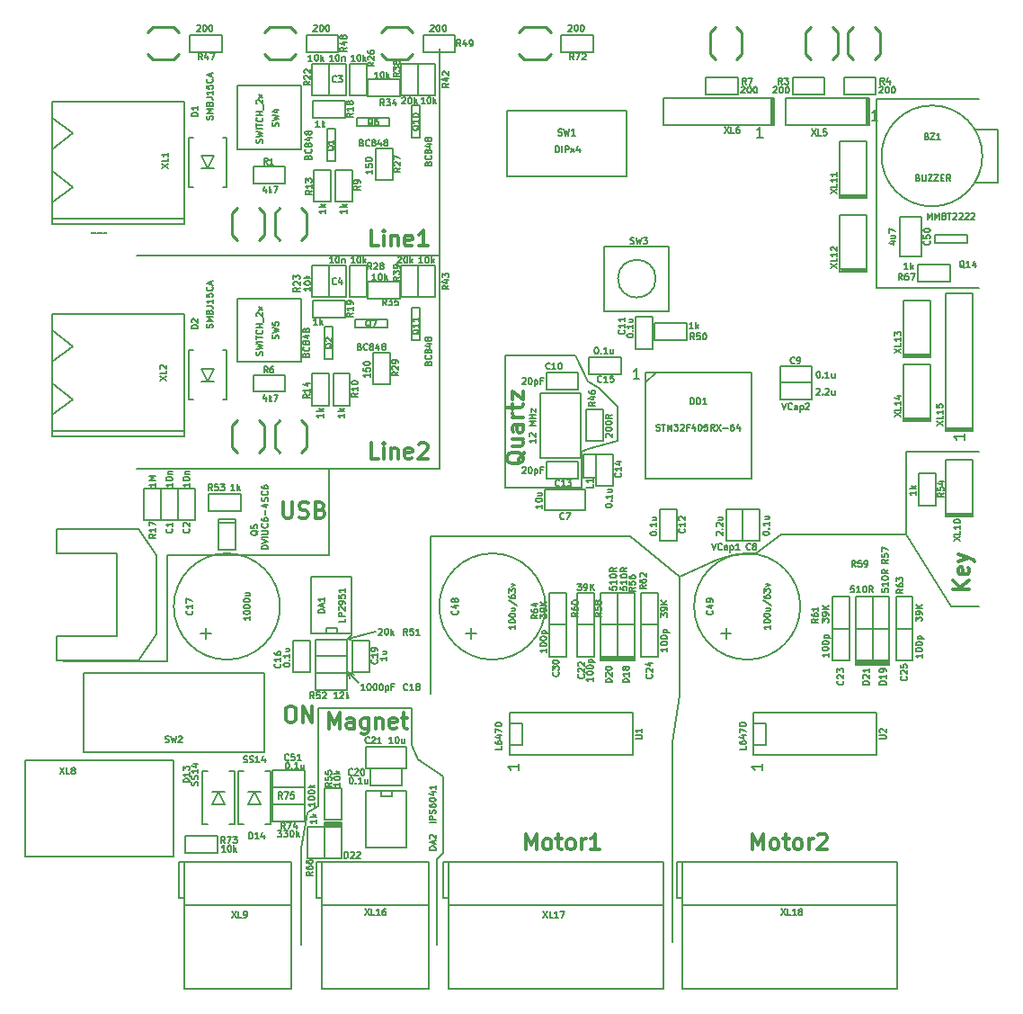
<source format=gto>
G04 #@! TF.FileFunction,Legend,Top*
%FSLAX46Y46*%
G04 Gerber Fmt 4.6, Leading zero omitted, Abs format (unit mm)*
G04 Created by KiCad (PCBNEW (2015-07-11 BZR 5925, Git c291b88)-product) date 17.07.2015 1:56:37*
%MOMM*%
G01*
G04 APERTURE LIST*
%ADD10C,0.150000*%
%ADD11C,0.200000*%
%ADD12C,0.300000*%
%ADD13C,0.149860*%
%ADD14C,0.200660*%
%ADD15C,0.254000*%
%ADD16C,0.127000*%
%ADD17C,0.002540*%
G04 APERTURE END LIST*
D10*
D11*
X136200000Y-77200000D02*
X133800000Y-79000000D01*
X148000000Y-77200000D02*
X136200000Y-77200000D01*
X131600000Y-79200000D02*
X134000000Y-79000000D01*
X130200000Y-79600000D02*
X131600000Y-79200000D01*
X126600000Y-81200000D02*
X130200000Y-79600000D01*
D12*
X133535715Y-106878571D02*
X133535715Y-105378571D01*
X134035715Y-106450000D01*
X134535715Y-105378571D01*
X134535715Y-106878571D01*
X135464287Y-106878571D02*
X135321429Y-106807143D01*
X135250001Y-106735714D01*
X135178572Y-106592857D01*
X135178572Y-106164286D01*
X135250001Y-106021429D01*
X135321429Y-105950000D01*
X135464287Y-105878571D01*
X135678572Y-105878571D01*
X135821429Y-105950000D01*
X135892858Y-106021429D01*
X135964287Y-106164286D01*
X135964287Y-106592857D01*
X135892858Y-106735714D01*
X135821429Y-106807143D01*
X135678572Y-106878571D01*
X135464287Y-106878571D01*
X136392858Y-105878571D02*
X136964287Y-105878571D01*
X136607144Y-105378571D02*
X136607144Y-106664286D01*
X136678572Y-106807143D01*
X136821430Y-106878571D01*
X136964287Y-106878571D01*
X137678573Y-106878571D02*
X137535715Y-106807143D01*
X137464287Y-106735714D01*
X137392858Y-106592857D01*
X137392858Y-106164286D01*
X137464287Y-106021429D01*
X137535715Y-105950000D01*
X137678573Y-105878571D01*
X137892858Y-105878571D01*
X138035715Y-105950000D01*
X138107144Y-106021429D01*
X138178573Y-106164286D01*
X138178573Y-106592857D01*
X138107144Y-106735714D01*
X138035715Y-106807143D01*
X137892858Y-106878571D01*
X137678573Y-106878571D01*
X138821430Y-106878571D02*
X138821430Y-105878571D01*
X138821430Y-106164286D02*
X138892858Y-106021429D01*
X138964287Y-105950000D01*
X139107144Y-105878571D01*
X139250001Y-105878571D01*
X139678572Y-105521429D02*
X139750001Y-105450000D01*
X139892858Y-105378571D01*
X140250001Y-105378571D01*
X140392858Y-105450000D01*
X140464287Y-105521429D01*
X140535715Y-105664286D01*
X140535715Y-105807143D01*
X140464287Y-106021429D01*
X139607144Y-106878571D01*
X140535715Y-106878571D01*
X112135715Y-106878571D02*
X112135715Y-105378571D01*
X112635715Y-106450000D01*
X113135715Y-105378571D01*
X113135715Y-106878571D01*
X114064287Y-106878571D02*
X113921429Y-106807143D01*
X113850001Y-106735714D01*
X113778572Y-106592857D01*
X113778572Y-106164286D01*
X113850001Y-106021429D01*
X113921429Y-105950000D01*
X114064287Y-105878571D01*
X114278572Y-105878571D01*
X114421429Y-105950000D01*
X114492858Y-106021429D01*
X114564287Y-106164286D01*
X114564287Y-106592857D01*
X114492858Y-106735714D01*
X114421429Y-106807143D01*
X114278572Y-106878571D01*
X114064287Y-106878571D01*
X114992858Y-105878571D02*
X115564287Y-105878571D01*
X115207144Y-105378571D02*
X115207144Y-106664286D01*
X115278572Y-106807143D01*
X115421430Y-106878571D01*
X115564287Y-106878571D01*
X116278573Y-106878571D02*
X116135715Y-106807143D01*
X116064287Y-106735714D01*
X115992858Y-106592857D01*
X115992858Y-106164286D01*
X116064287Y-106021429D01*
X116135715Y-105950000D01*
X116278573Y-105878571D01*
X116492858Y-105878571D01*
X116635715Y-105950000D01*
X116707144Y-106021429D01*
X116778573Y-106164286D01*
X116778573Y-106592857D01*
X116707144Y-106735714D01*
X116635715Y-106807143D01*
X116492858Y-106878571D01*
X116278573Y-106878571D01*
X117421430Y-106878571D02*
X117421430Y-105878571D01*
X117421430Y-106164286D02*
X117492858Y-106021429D01*
X117564287Y-105950000D01*
X117707144Y-105878571D01*
X117850001Y-105878571D01*
X119135715Y-106878571D02*
X118278572Y-106878571D01*
X118707144Y-106878571D02*
X118707144Y-105378571D01*
X118564287Y-105592857D01*
X118421429Y-105735714D01*
X118278572Y-105807143D01*
D11*
X126000000Y-96800000D02*
X126000000Y-115600000D01*
X126600000Y-92400000D02*
X126000000Y-96800000D01*
X126600000Y-81200000D02*
X126600000Y-92400000D01*
X122000000Y-77400000D02*
X126600000Y-81200000D01*
X103200000Y-77400000D02*
X122000000Y-77400000D01*
X103200000Y-92200000D02*
X103200000Y-77400000D01*
X152200000Y-84000000D02*
X154800000Y-84000000D01*
X148000000Y-77200000D02*
X152200000Y-84000000D01*
X148000000Y-69400000D02*
X148000000Y-77200000D01*
X154800000Y-69400000D02*
X148000000Y-69400000D01*
D12*
X153878571Y-82407142D02*
X152378571Y-82407142D01*
X153878571Y-81549999D02*
X153021429Y-82192856D01*
X152378571Y-81549999D02*
X153235714Y-82407142D01*
X153807143Y-80335714D02*
X153878571Y-80478571D01*
X153878571Y-80764285D01*
X153807143Y-80907142D01*
X153664286Y-80978571D01*
X153092857Y-80978571D01*
X152950000Y-80907142D01*
X152878571Y-80764285D01*
X152878571Y-80478571D01*
X152950000Y-80335714D01*
X153092857Y-80264285D01*
X153235714Y-80264285D01*
X153378571Y-80978571D01*
X152878571Y-79764285D02*
X153878571Y-79407142D01*
X152878571Y-79050000D02*
X153878571Y-79407142D01*
X154235714Y-79550000D01*
X154307143Y-79621428D01*
X154378571Y-79764285D01*
X112021429Y-69485714D02*
X111950000Y-69628571D01*
X111807143Y-69771428D01*
X111592857Y-69985714D01*
X111521429Y-70128571D01*
X111521429Y-70271428D01*
X111878571Y-70200000D02*
X111807143Y-70342857D01*
X111664286Y-70485714D01*
X111378571Y-70557143D01*
X110878571Y-70557143D01*
X110592857Y-70485714D01*
X110450000Y-70342857D01*
X110378571Y-70200000D01*
X110378571Y-69914286D01*
X110450000Y-69771428D01*
X110592857Y-69628571D01*
X110878571Y-69557143D01*
X111378571Y-69557143D01*
X111664286Y-69628571D01*
X111807143Y-69771428D01*
X111878571Y-69914286D01*
X111878571Y-70200000D01*
X110878571Y-68271428D02*
X111878571Y-68271428D01*
X110878571Y-68914285D02*
X111664286Y-68914285D01*
X111807143Y-68842857D01*
X111878571Y-68699999D01*
X111878571Y-68485714D01*
X111807143Y-68342857D01*
X111735714Y-68271428D01*
X111878571Y-66914285D02*
X111092857Y-66914285D01*
X110950000Y-66985714D01*
X110878571Y-67128571D01*
X110878571Y-67414285D01*
X110950000Y-67557142D01*
X111807143Y-66914285D02*
X111878571Y-67057142D01*
X111878571Y-67414285D01*
X111807143Y-67557142D01*
X111664286Y-67628571D01*
X111521429Y-67628571D01*
X111378571Y-67557142D01*
X111307143Y-67414285D01*
X111307143Y-67057142D01*
X111235714Y-66914285D01*
X111878571Y-66199999D02*
X110878571Y-66199999D01*
X111164286Y-66199999D02*
X111021429Y-66128571D01*
X110950000Y-66057142D01*
X110878571Y-65914285D01*
X110878571Y-65771428D01*
X110878571Y-65485714D02*
X110878571Y-64914285D01*
X110378571Y-65271428D02*
X111664286Y-65271428D01*
X111807143Y-65200000D01*
X111878571Y-65057142D01*
X111878571Y-64914285D01*
X110878571Y-64557142D02*
X110878571Y-63771428D01*
X111878571Y-64557142D01*
X111878571Y-63771428D01*
D11*
X110200000Y-60400000D02*
X110800000Y-60400000D01*
X110200000Y-72800000D02*
X110200000Y-60400000D01*
X117400000Y-72800000D02*
X110200000Y-72800000D01*
X117400000Y-69400000D02*
X117400000Y-72800000D01*
X118000000Y-69200000D02*
X117400000Y-69400000D01*
X120800000Y-68400000D02*
X118000000Y-69200000D01*
X120800000Y-65200000D02*
X120800000Y-68400000D01*
X119000000Y-63400000D02*
X120800000Y-65200000D01*
X118000000Y-62800000D02*
X119000000Y-63400000D01*
X116800000Y-60400000D02*
X118000000Y-62800000D01*
X110800000Y-60400000D02*
X116800000Y-60400000D01*
D12*
X98271429Y-70078571D02*
X97557143Y-70078571D01*
X97557143Y-68578571D01*
X98771429Y-70078571D02*
X98771429Y-69078571D01*
X98771429Y-68578571D02*
X98700000Y-68650000D01*
X98771429Y-68721429D01*
X98842857Y-68650000D01*
X98771429Y-68578571D01*
X98771429Y-68721429D01*
X99485715Y-69078571D02*
X99485715Y-70078571D01*
X99485715Y-69221429D02*
X99557143Y-69150000D01*
X99700001Y-69078571D01*
X99914286Y-69078571D01*
X100057143Y-69150000D01*
X100128572Y-69292857D01*
X100128572Y-70078571D01*
X101414286Y-70007143D02*
X101271429Y-70078571D01*
X100985715Y-70078571D01*
X100842858Y-70007143D01*
X100771429Y-69864286D01*
X100771429Y-69292857D01*
X100842858Y-69150000D01*
X100985715Y-69078571D01*
X101271429Y-69078571D01*
X101414286Y-69150000D01*
X101485715Y-69292857D01*
X101485715Y-69435714D01*
X100771429Y-69578571D01*
X102057143Y-68721429D02*
X102128572Y-68650000D01*
X102271429Y-68578571D01*
X102628572Y-68578571D01*
X102771429Y-68650000D01*
X102842858Y-68721429D01*
X102914286Y-68864286D01*
X102914286Y-69007143D01*
X102842858Y-69221429D01*
X101985715Y-70078571D01*
X102914286Y-70078571D01*
X98271429Y-50078571D02*
X97557143Y-50078571D01*
X97557143Y-48578571D01*
X98771429Y-50078571D02*
X98771429Y-49078571D01*
X98771429Y-48578571D02*
X98700000Y-48650000D01*
X98771429Y-48721429D01*
X98842857Y-48650000D01*
X98771429Y-48578571D01*
X98771429Y-48721429D01*
X99485715Y-49078571D02*
X99485715Y-50078571D01*
X99485715Y-49221429D02*
X99557143Y-49150000D01*
X99700001Y-49078571D01*
X99914286Y-49078571D01*
X100057143Y-49150000D01*
X100128572Y-49292857D01*
X100128572Y-50078571D01*
X101414286Y-50007143D02*
X101271429Y-50078571D01*
X100985715Y-50078571D01*
X100842858Y-50007143D01*
X100771429Y-49864286D01*
X100771429Y-49292857D01*
X100842858Y-49150000D01*
X100985715Y-49078571D01*
X101271429Y-49078571D01*
X101414286Y-49150000D01*
X101485715Y-49292857D01*
X101485715Y-49435714D01*
X100771429Y-49578571D01*
X102914286Y-50078571D02*
X102057143Y-50078571D01*
X102485715Y-50078571D02*
X102485715Y-48578571D01*
X102342858Y-48792857D01*
X102200000Y-48935714D01*
X102057143Y-49007143D01*
D11*
X78400000Y-89200000D02*
X68600000Y-89200000D01*
X78400000Y-79200000D02*
X78400000Y-89200000D01*
X93600000Y-79200000D02*
X78400000Y-79200000D01*
X93600000Y-71000000D02*
X93600000Y-79200000D01*
D12*
X89307143Y-74178571D02*
X89307143Y-75392857D01*
X89378571Y-75535714D01*
X89450000Y-75607143D01*
X89592857Y-75678571D01*
X89878571Y-75678571D01*
X90021429Y-75607143D01*
X90092857Y-75535714D01*
X90164286Y-75392857D01*
X90164286Y-74178571D01*
X90807143Y-75607143D02*
X91021429Y-75678571D01*
X91378572Y-75678571D01*
X91521429Y-75607143D01*
X91592858Y-75535714D01*
X91664286Y-75392857D01*
X91664286Y-75250000D01*
X91592858Y-75107143D01*
X91521429Y-75035714D01*
X91378572Y-74964286D01*
X91092858Y-74892857D01*
X90950000Y-74821429D01*
X90878572Y-74750000D01*
X90807143Y-74607143D01*
X90807143Y-74464286D01*
X90878572Y-74321429D01*
X90950000Y-74250000D01*
X91092858Y-74178571D01*
X91450000Y-74178571D01*
X91664286Y-74250000D01*
X92807143Y-74892857D02*
X93021429Y-74964286D01*
X93092857Y-75035714D01*
X93164286Y-75178571D01*
X93164286Y-75392857D01*
X93092857Y-75535714D01*
X93021429Y-75607143D01*
X92878571Y-75678571D01*
X92307143Y-75678571D01*
X92307143Y-74178571D01*
X92807143Y-74178571D01*
X92950000Y-74250000D01*
X93021429Y-74321429D01*
X93092857Y-74464286D01*
X93092857Y-74607143D01*
X93021429Y-74750000D01*
X92950000Y-74821429D01*
X92807143Y-74892857D01*
X92307143Y-74892857D01*
D11*
X95400000Y-90200000D02*
X96000000Y-90400000D01*
X95400000Y-90200000D02*
X95600000Y-90800000D01*
X95400000Y-90200000D02*
X96400000Y-91200000D01*
X95400000Y-87000000D02*
X95800000Y-87200000D01*
X95800000Y-86600000D02*
X95400000Y-87000000D01*
X95400000Y-87000000D02*
X95800000Y-86600000D01*
X98000000Y-86400000D02*
X95400000Y-87000000D01*
X92600000Y-93600000D02*
X92600000Y-99800000D01*
X101400000Y-93600000D02*
X92600000Y-93600000D01*
X101400000Y-96000000D02*
X101400000Y-93600000D01*
D12*
X93592857Y-95478571D02*
X93592857Y-93978571D01*
X94092857Y-95050000D01*
X94592857Y-93978571D01*
X94592857Y-95478571D01*
X95950000Y-95478571D02*
X95950000Y-94692857D01*
X95878571Y-94550000D01*
X95735714Y-94478571D01*
X95450000Y-94478571D01*
X95307143Y-94550000D01*
X95950000Y-95407143D02*
X95807143Y-95478571D01*
X95450000Y-95478571D01*
X95307143Y-95407143D01*
X95235714Y-95264286D01*
X95235714Y-95121429D01*
X95307143Y-94978571D01*
X95450000Y-94907143D01*
X95807143Y-94907143D01*
X95950000Y-94835714D01*
X97307143Y-94478571D02*
X97307143Y-95692857D01*
X97235714Y-95835714D01*
X97164286Y-95907143D01*
X97021429Y-95978571D01*
X96807143Y-95978571D01*
X96664286Y-95907143D01*
X97307143Y-95407143D02*
X97164286Y-95478571D01*
X96878572Y-95478571D01*
X96735714Y-95407143D01*
X96664286Y-95335714D01*
X96592857Y-95192857D01*
X96592857Y-94764286D01*
X96664286Y-94621429D01*
X96735714Y-94550000D01*
X96878572Y-94478571D01*
X97164286Y-94478571D01*
X97307143Y-94550000D01*
X98021429Y-94478571D02*
X98021429Y-95478571D01*
X98021429Y-94621429D02*
X98092857Y-94550000D01*
X98235715Y-94478571D01*
X98450000Y-94478571D01*
X98592857Y-94550000D01*
X98664286Y-94692857D01*
X98664286Y-95478571D01*
X99950000Y-95407143D02*
X99807143Y-95478571D01*
X99521429Y-95478571D01*
X99378572Y-95407143D01*
X99307143Y-95264286D01*
X99307143Y-94692857D01*
X99378572Y-94550000D01*
X99521429Y-94478571D01*
X99807143Y-94478571D01*
X99950000Y-94550000D01*
X100021429Y-94692857D01*
X100021429Y-94835714D01*
X99307143Y-94978571D01*
X100450000Y-94478571D02*
X101021429Y-94478571D01*
X100664286Y-93978571D02*
X100664286Y-95264286D01*
X100735714Y-95407143D01*
X100878572Y-95478571D01*
X101021429Y-95478571D01*
D11*
X91000000Y-106800000D02*
X91000000Y-115800000D01*
X91400000Y-104400000D02*
X91000000Y-106800000D01*
X91600000Y-103400000D02*
X91400000Y-104400000D01*
X92600000Y-102800000D02*
X91600000Y-103400000D01*
X92600000Y-99800000D02*
X92600000Y-102800000D01*
X101400000Y-97000000D02*
X101400000Y-96000000D01*
X102000000Y-98400000D02*
X101400000Y-97000000D01*
X104400000Y-100000000D02*
X102000000Y-98400000D01*
X104400000Y-107200000D02*
X104400000Y-100000000D01*
X103800000Y-107800000D02*
X104400000Y-107200000D01*
X103800000Y-115800000D02*
X103800000Y-107800000D01*
D12*
X89871428Y-93378571D02*
X90157142Y-93378571D01*
X90300000Y-93450000D01*
X90442857Y-93592857D01*
X90514285Y-93878571D01*
X90514285Y-94378571D01*
X90442857Y-94664286D01*
X90300000Y-94807143D01*
X90157142Y-94878571D01*
X89871428Y-94878571D01*
X89728571Y-94807143D01*
X89585714Y-94664286D01*
X89514285Y-94378571D01*
X89514285Y-93878571D01*
X89585714Y-93592857D01*
X89728571Y-93450000D01*
X89871428Y-93378571D01*
X91157143Y-94878571D02*
X91157143Y-93378571D01*
X92014286Y-94878571D01*
X92014286Y-93378571D01*
D11*
X104000000Y-71000000D02*
X75500000Y-71000000D01*
X104000000Y-51000000D02*
X104000000Y-71000000D01*
X104000000Y-51000000D02*
X104000000Y-31500000D01*
X75500000Y-51000000D02*
X104000000Y-51000000D01*
X145200000Y-54000000D02*
X154800000Y-54000000D01*
X145200000Y-36200000D02*
X145200000Y-54000000D01*
X154800000Y-36200000D02*
X145200000Y-36200000D01*
D10*
X156650940Y-41600000D02*
X156650940Y-39100640D01*
X156650940Y-39100640D02*
X154448760Y-39100640D01*
X156650940Y-41600000D02*
X156650940Y-44099360D01*
X156650940Y-44099360D02*
X154400500Y-44099360D01*
X155149800Y-41600000D02*
G75*
G03X155149800Y-41600000I-4749800J0D01*
G01*
X78600000Y-75900000D02*
X77800000Y-75900000D01*
X77800000Y-75900000D02*
X77800000Y-72900000D01*
X77800000Y-72900000D02*
X79400000Y-72900000D01*
X79400000Y-72900000D02*
X79400000Y-75900000D01*
X79400000Y-75900000D02*
X78600000Y-75900000D01*
X80200000Y-72900000D02*
X81000000Y-72900000D01*
X81000000Y-72900000D02*
X81000000Y-75900000D01*
X81000000Y-75900000D02*
X79400000Y-75900000D01*
X79400000Y-75900000D02*
X79400000Y-72900000D01*
X79400000Y-72900000D02*
X80200000Y-72900000D01*
X94400000Y-35900000D02*
X93600000Y-35900000D01*
X93600000Y-35900000D02*
X93600000Y-32900000D01*
X93600000Y-32900000D02*
X95200000Y-32900000D01*
X95200000Y-32900000D02*
X95200000Y-35900000D01*
X95200000Y-35900000D02*
X94400000Y-35900000D01*
X94400000Y-54900000D02*
X93600000Y-54900000D01*
X93600000Y-54900000D02*
X93600000Y-51900000D01*
X93600000Y-51900000D02*
X95200000Y-51900000D01*
X95200000Y-51900000D02*
X95200000Y-54900000D01*
X95200000Y-54900000D02*
X94400000Y-54900000D01*
X117752000Y-74949100D02*
X113952000Y-74949100D01*
X113952000Y-74949100D02*
X113952000Y-72949100D01*
X113952000Y-72949100D02*
X117752000Y-72949100D01*
X117752000Y-72949100D02*
X117752000Y-74949100D01*
X133405000Y-74848000D02*
X134205000Y-74848000D01*
X134205000Y-74848000D02*
X134205000Y-77848000D01*
X134205000Y-77848000D02*
X132605000Y-77848000D01*
X132605000Y-77848000D02*
X132605000Y-74848000D01*
X132605000Y-74848000D02*
X133405000Y-74848000D01*
X136105000Y-62148000D02*
X136105000Y-61348000D01*
X136105000Y-61348000D02*
X139105000Y-61348000D01*
X139105000Y-61348000D02*
X139105000Y-62948000D01*
X139105000Y-62948000D02*
X136105000Y-62948000D01*
X136105000Y-62948000D02*
X136105000Y-62148000D01*
X114105000Y-62748000D02*
X114105000Y-61948000D01*
X114105000Y-61948000D02*
X117105000Y-61948000D01*
X117105000Y-61948000D02*
X117105000Y-63548000D01*
X117105000Y-63548000D02*
X114105000Y-63548000D01*
X114105000Y-63548000D02*
X114105000Y-62748000D01*
X123286000Y-59756700D02*
X122486000Y-59756700D01*
X122486000Y-59756700D02*
X122486000Y-56756700D01*
X122486000Y-56756700D02*
X124086000Y-56756700D01*
X124086000Y-56756700D02*
X124086000Y-59756700D01*
X124086000Y-59756700D02*
X123286000Y-59756700D01*
X125605000Y-74848000D02*
X126405000Y-74848000D01*
X126405000Y-74848000D02*
X126405000Y-77848000D01*
X126405000Y-77848000D02*
X124805000Y-77848000D01*
X124805000Y-77848000D02*
X124805000Y-74848000D01*
X124805000Y-74848000D02*
X125605000Y-74848000D01*
X117105000Y-71148000D02*
X117105000Y-71948000D01*
X117105000Y-71948000D02*
X114105000Y-71948000D01*
X114105000Y-71948000D02*
X114105000Y-70348000D01*
X114105000Y-70348000D02*
X117105000Y-70348000D01*
X117105000Y-70348000D02*
X117105000Y-71148000D01*
X119605000Y-69648000D02*
X120405000Y-69648000D01*
X120405000Y-69648000D02*
X120405000Y-72648000D01*
X120405000Y-72648000D02*
X118805000Y-72648000D01*
X118805000Y-72648000D02*
X118805000Y-69648000D01*
X118805000Y-69648000D02*
X119605000Y-69648000D01*
X121105000Y-61348000D02*
X121105000Y-62148000D01*
X121105000Y-62148000D02*
X118105000Y-62148000D01*
X118105000Y-62148000D02*
X118105000Y-60548000D01*
X118105000Y-60548000D02*
X121105000Y-60548000D01*
X121105000Y-60548000D02*
X121105000Y-61348000D01*
X91043200Y-87184100D02*
X91843200Y-87184100D01*
X91843200Y-87184100D02*
X91843200Y-90184100D01*
X91843200Y-90184100D02*
X90243200Y-90184100D01*
X90243200Y-90184100D02*
X90243200Y-87184100D01*
X90243200Y-87184100D02*
X91043200Y-87184100D01*
X89001260Y-84000000D02*
G75*
G03X89001260Y-84000000I-5001260J0D01*
G01*
X82001020Y-86999740D02*
X82001020Y-85998980D01*
X81500640Y-86499360D02*
X82498860Y-86499360D01*
X95343200Y-89484100D02*
X95343200Y-90284100D01*
X95343200Y-90284100D02*
X92343200Y-90284100D01*
X92343200Y-90284100D02*
X92343200Y-88684100D01*
X92343200Y-88684100D02*
X95343200Y-88684100D01*
X95343200Y-88684100D02*
X95343200Y-89484100D01*
X96643200Y-87184100D02*
X97443200Y-87184100D01*
X97443200Y-87184100D02*
X97443200Y-90184100D01*
X97443200Y-90184100D02*
X95843200Y-90184100D01*
X95843200Y-90184100D02*
X95843200Y-87184100D01*
X95843200Y-87184100D02*
X96643200Y-87184100D01*
X100500000Y-100000000D02*
X100500000Y-100800000D01*
X100500000Y-100800000D02*
X97500000Y-100800000D01*
X97500000Y-100800000D02*
X97500000Y-99200000D01*
X97500000Y-99200000D02*
X100500000Y-99200000D01*
X100500000Y-99200000D02*
X100500000Y-100000000D01*
X100900000Y-99200000D02*
X97100000Y-99200000D01*
X97100000Y-99200000D02*
X97100000Y-97200000D01*
X97100000Y-97200000D02*
X100900000Y-97200000D01*
X100900000Y-97200000D02*
X100900000Y-99200000D01*
X117800000Y-85700000D02*
X118600000Y-85700000D01*
X118600000Y-85700000D02*
X118600000Y-88700000D01*
X118600000Y-88700000D02*
X117000000Y-88700000D01*
X117000000Y-88700000D02*
X117000000Y-85700000D01*
X117000000Y-85700000D02*
X117800000Y-85700000D01*
X141800000Y-86100000D02*
X142600000Y-86100000D01*
X142600000Y-86100000D02*
X142600000Y-89100000D01*
X142600000Y-89100000D02*
X141000000Y-89100000D01*
X141000000Y-89100000D02*
X141000000Y-86100000D01*
X141000000Y-86100000D02*
X141800000Y-86100000D01*
X123800000Y-85700000D02*
X124600000Y-85700000D01*
X124600000Y-85700000D02*
X124600000Y-88700000D01*
X124600000Y-88700000D02*
X123000000Y-88700000D01*
X123000000Y-88700000D02*
X123000000Y-85700000D01*
X123000000Y-85700000D02*
X123800000Y-85700000D01*
X147800000Y-86100000D02*
X148600000Y-86100000D01*
X148600000Y-86100000D02*
X148600000Y-89100000D01*
X148600000Y-89100000D02*
X147000000Y-89100000D01*
X147000000Y-89100000D02*
X147000000Y-86100000D01*
X147000000Y-86100000D02*
X147800000Y-86100000D01*
X115200000Y-85700000D02*
X116000000Y-85700000D01*
X116000000Y-85700000D02*
X116000000Y-88700000D01*
X116000000Y-88700000D02*
X114400000Y-88700000D01*
X114400000Y-88700000D02*
X114400000Y-85700000D01*
X114400000Y-85700000D02*
X115200000Y-85700000D01*
X114001260Y-84000000D02*
G75*
G03X114001260Y-84000000I-5001260J0D01*
G01*
X107001020Y-86999740D02*
X107001020Y-85998980D01*
X106500640Y-86499360D02*
X107498860Y-86499360D01*
X138001260Y-84000000D02*
G75*
G03X138001260Y-84000000I-5001260J0D01*
G01*
X131001020Y-86999740D02*
X131001020Y-85998980D01*
X130500640Y-86499360D02*
X131498860Y-86499360D01*
X149400000Y-47300000D02*
X149400000Y-51100000D01*
X149400000Y-51100000D02*
X147400000Y-51100000D01*
X147400000Y-51100000D02*
X147400000Y-47300000D01*
X147400000Y-47300000D02*
X149400000Y-47300000D01*
X91300000Y-100200000D02*
X91300000Y-101000000D01*
X91300000Y-101000000D02*
X88300000Y-101000000D01*
X88300000Y-101000000D02*
X88300000Y-99400000D01*
X88300000Y-99400000D02*
X91300000Y-99400000D01*
X91300000Y-99400000D02*
X91300000Y-100200000D01*
D13*
X84000860Y-39898760D02*
X83599540Y-39898760D01*
X80399140Y-39898760D02*
X80800460Y-39898760D01*
X80399140Y-44501240D02*
X80800460Y-44501240D01*
X84000860Y-44501240D02*
X83599540Y-44501240D01*
X80399140Y-42200000D02*
X80399140Y-39898760D01*
X84000860Y-39898760D02*
X84000860Y-44501240D01*
X80399140Y-44501240D02*
X80399140Y-42200000D01*
D14*
X81600560Y-42799440D02*
X82799440Y-42799440D01*
X82200000Y-41600560D02*
X81600560Y-41600560D01*
X81600560Y-41600560D02*
X82200000Y-42799440D01*
X82200000Y-42799440D02*
X82799440Y-41600560D01*
X82799440Y-41600560D02*
X82200000Y-41600560D01*
D13*
X84000860Y-59898760D02*
X83599540Y-59898760D01*
X80399140Y-59898760D02*
X80800460Y-59898760D01*
X80399140Y-64501240D02*
X80800460Y-64501240D01*
X84000860Y-64501240D02*
X83599540Y-64501240D01*
X80399140Y-62200000D02*
X80399140Y-59898760D01*
X84000860Y-59898760D02*
X84000860Y-64501240D01*
X80399140Y-64501240D02*
X80399140Y-62200000D01*
D14*
X81600560Y-62799440D02*
X82799440Y-62799440D01*
X82200000Y-61600560D02*
X81600560Y-61600560D01*
X81600560Y-61600560D02*
X82200000Y-62799440D01*
X82200000Y-62799440D02*
X82799440Y-61600560D01*
X82799440Y-61600560D02*
X82200000Y-61600560D01*
D15*
X141501140Y-32000760D02*
X141501140Y-29999240D01*
X141501140Y-29999240D02*
X141000760Y-29498860D01*
X141000760Y-32501140D02*
X141501140Y-32000760D01*
X138999240Y-29498860D02*
X138498860Y-29999240D01*
X138498860Y-29999240D02*
X138498860Y-32000760D01*
X138498860Y-32000760D02*
X138999240Y-32501140D01*
X84498860Y-46999240D02*
X84498860Y-49000760D01*
X84498860Y-49000760D02*
X84999240Y-49501140D01*
X84999240Y-46498860D02*
X84498860Y-46999240D01*
X87000760Y-49501140D02*
X87501140Y-49000760D01*
X87501140Y-49000760D02*
X87501140Y-46999240D01*
X87501140Y-46999240D02*
X87000760Y-46498860D01*
X84498860Y-66999240D02*
X84498860Y-69000760D01*
X84498860Y-69000760D02*
X84999240Y-69501140D01*
X84999240Y-66498860D02*
X84498860Y-66999240D01*
X87000760Y-69501140D02*
X87501140Y-69000760D01*
X87501140Y-69000760D02*
X87501140Y-66999240D01*
X87501140Y-66999240D02*
X87000760Y-66498860D01*
X91501140Y-49000760D02*
X91501140Y-46999240D01*
X91501140Y-46999240D02*
X91000760Y-46498860D01*
X91000760Y-49501140D02*
X91501140Y-49000760D01*
X88999240Y-46498860D02*
X88498860Y-46999240D01*
X88498860Y-46999240D02*
X88498860Y-49000760D01*
X88498860Y-49000760D02*
X88999240Y-49501140D01*
X91501140Y-69000760D02*
X91501140Y-66999240D01*
X91501140Y-66999240D02*
X91000760Y-66498860D01*
X91000760Y-69501140D02*
X91501140Y-69000760D01*
X88999240Y-66498860D02*
X88498860Y-66999240D01*
X88498860Y-66999240D02*
X88498860Y-69000760D01*
X88498860Y-69000760D02*
X88999240Y-69501140D01*
D14*
X83799440Y-101400560D02*
X82600560Y-101400560D01*
X83200000Y-102599440D02*
X83799440Y-102599440D01*
X83799440Y-102599440D02*
X83200000Y-101400560D01*
X83200000Y-101400560D02*
X82600560Y-102599440D01*
X82600560Y-102599440D02*
X83200000Y-102599440D01*
X82199240Y-104499360D02*
X81698860Y-104499360D01*
X81698860Y-104499360D02*
X81698860Y-99500640D01*
X81698860Y-99500640D02*
X82199240Y-99500640D01*
X84200760Y-99500640D02*
X84701140Y-99500640D01*
X84701140Y-99500640D02*
X84701140Y-104499360D01*
X84701140Y-104499360D02*
X84200760Y-104499360D01*
X87199440Y-101400560D02*
X86000560Y-101400560D01*
X86600000Y-102599440D02*
X87199440Y-102599440D01*
X87199440Y-102599440D02*
X86600000Y-101400560D01*
X86600000Y-101400560D02*
X86000560Y-102599440D01*
X86000560Y-102599440D02*
X86600000Y-102599440D01*
X85599240Y-104499360D02*
X85098860Y-104499360D01*
X85098860Y-104499360D02*
X85098860Y-99500640D01*
X85098860Y-99500640D02*
X85599240Y-99500640D01*
X87600760Y-99500640D02*
X88101140Y-99500640D01*
X88101140Y-99500640D02*
X88101140Y-104499360D01*
X88101140Y-104499360D02*
X87600760Y-104499360D01*
D15*
X79000760Y-29498860D02*
X76999240Y-29498860D01*
X76999240Y-29498860D02*
X76498860Y-29999240D01*
X79501140Y-29999240D02*
X79000760Y-29498860D01*
X76498860Y-32000760D02*
X76999240Y-32501140D01*
X76999240Y-32501140D02*
X79000760Y-32501140D01*
X79000760Y-32501140D02*
X79501140Y-32000760D01*
X90000760Y-29498860D02*
X87999240Y-29498860D01*
X87999240Y-29498860D02*
X87498860Y-29999240D01*
X90501140Y-29999240D02*
X90000760Y-29498860D01*
X87498860Y-32000760D02*
X87999240Y-32501140D01*
X87999240Y-32501140D02*
X90000760Y-32501140D01*
X90000760Y-32501140D02*
X90501140Y-32000760D01*
X101000760Y-29498860D02*
X98999240Y-29498860D01*
X98999240Y-29498860D02*
X98498860Y-29999240D01*
X101501140Y-29999240D02*
X101000760Y-29498860D01*
X98498860Y-32000760D02*
X98999240Y-32501140D01*
X98999240Y-32501140D02*
X101000760Y-32501140D01*
X101000760Y-32501140D02*
X101501140Y-32000760D01*
D10*
X122400000Y-88900000D02*
X122400000Y-89100000D01*
X122400000Y-89100000D02*
X120800000Y-89100000D01*
X120800000Y-89100000D02*
X120800000Y-88900000D01*
X122400000Y-88700000D02*
X122400000Y-88850000D01*
X122400000Y-88850000D02*
X120800000Y-88850000D01*
X120800000Y-88850000D02*
X120800000Y-88700000D01*
X120800000Y-88700000D02*
X120800000Y-88950000D01*
X120800000Y-88950000D02*
X122400000Y-88950000D01*
X122400000Y-88950000D02*
X122400000Y-88850000D01*
X121600000Y-85700000D02*
X122400000Y-85700000D01*
X122400000Y-85700000D02*
X122400000Y-88700000D01*
X122400000Y-88700000D02*
X120800000Y-88700000D01*
X120800000Y-88700000D02*
X120800000Y-85700000D01*
X120800000Y-85700000D02*
X121700000Y-85700000D01*
X146400000Y-89300000D02*
X146400000Y-89500000D01*
X146400000Y-89500000D02*
X144800000Y-89500000D01*
X144800000Y-89500000D02*
X144800000Y-89300000D01*
X146400000Y-89100000D02*
X146400000Y-89250000D01*
X146400000Y-89250000D02*
X144800000Y-89250000D01*
X144800000Y-89250000D02*
X144800000Y-89100000D01*
X144800000Y-89100000D02*
X144800000Y-89350000D01*
X144800000Y-89350000D02*
X146400000Y-89350000D01*
X146400000Y-89350000D02*
X146400000Y-89250000D01*
X145600000Y-86100000D02*
X146400000Y-86100000D01*
X146400000Y-86100000D02*
X146400000Y-89100000D01*
X146400000Y-89100000D02*
X144800000Y-89100000D01*
X144800000Y-89100000D02*
X144800000Y-86100000D01*
X144800000Y-86100000D02*
X145700000Y-86100000D01*
X120800000Y-88900000D02*
X120800000Y-89100000D01*
X120800000Y-89100000D02*
X119200000Y-89100000D01*
X119200000Y-89100000D02*
X119200000Y-88900000D01*
X120800000Y-88700000D02*
X120800000Y-88850000D01*
X120800000Y-88850000D02*
X119200000Y-88850000D01*
X119200000Y-88850000D02*
X119200000Y-88700000D01*
X119200000Y-88700000D02*
X119200000Y-88950000D01*
X119200000Y-88950000D02*
X120800000Y-88950000D01*
X120800000Y-88950000D02*
X120800000Y-88850000D01*
X120000000Y-85700000D02*
X120800000Y-85700000D01*
X120800000Y-85700000D02*
X120800000Y-88700000D01*
X120800000Y-88700000D02*
X119200000Y-88700000D01*
X119200000Y-88700000D02*
X119200000Y-85700000D01*
X119200000Y-85700000D02*
X120100000Y-85700000D01*
X144800000Y-89300000D02*
X144800000Y-89500000D01*
X144800000Y-89500000D02*
X143200000Y-89500000D01*
X143200000Y-89500000D02*
X143200000Y-89300000D01*
X144800000Y-89100000D02*
X144800000Y-89250000D01*
X144800000Y-89250000D02*
X143200000Y-89250000D01*
X143200000Y-89250000D02*
X143200000Y-89100000D01*
X143200000Y-89100000D02*
X143200000Y-89350000D01*
X143200000Y-89350000D02*
X144800000Y-89350000D01*
X144800000Y-89350000D02*
X144800000Y-89250000D01*
X144000000Y-86100000D02*
X144800000Y-86100000D01*
X144800000Y-86100000D02*
X144800000Y-89100000D01*
X144800000Y-89100000D02*
X143200000Y-89100000D01*
X143200000Y-89100000D02*
X143200000Y-86100000D01*
X143200000Y-86100000D02*
X144100000Y-86100000D01*
X93200000Y-104500000D02*
X93200000Y-104300000D01*
X93200000Y-104300000D02*
X94800000Y-104300000D01*
X94800000Y-104300000D02*
X94800000Y-104500000D01*
X93200000Y-104700000D02*
X93200000Y-104550000D01*
X93200000Y-104550000D02*
X94800000Y-104550000D01*
X94800000Y-104550000D02*
X94800000Y-104700000D01*
X94800000Y-104700000D02*
X94800000Y-104450000D01*
X94800000Y-104450000D02*
X93200000Y-104450000D01*
X93200000Y-104450000D02*
X93200000Y-104550000D01*
X94000000Y-107700000D02*
X93200000Y-107700000D01*
X93200000Y-107700000D02*
X93200000Y-104700000D01*
X93200000Y-104700000D02*
X94800000Y-104700000D01*
X94800000Y-104700000D02*
X94800000Y-107700000D01*
X94800000Y-107700000D02*
X93900000Y-107700000D01*
D15*
X114000760Y-29498860D02*
X111999240Y-29498860D01*
X111999240Y-29498860D02*
X111498860Y-29999240D01*
X114501140Y-29999240D02*
X114000760Y-29498860D01*
X111498860Y-32000760D02*
X111999240Y-32501140D01*
X111999240Y-32501140D02*
X114000760Y-32501140D01*
X114000760Y-32501140D02*
X114501140Y-32000760D01*
D16*
X95621200Y-86551100D02*
X95748200Y-86551100D01*
X95748200Y-86551100D02*
X95748200Y-81217100D01*
X91938200Y-81217100D02*
X91938200Y-86551100D01*
X91938200Y-86551100D02*
X95621200Y-86551100D01*
X93335200Y-86551100D02*
X93335200Y-86043100D01*
X93335200Y-86043100D02*
X94351200Y-86043100D01*
X94351200Y-86043100D02*
X94351200Y-86551100D01*
X91938200Y-81217100D02*
X95748200Y-81217100D01*
X97222000Y-101333000D02*
X97095000Y-101333000D01*
X97095000Y-101333000D02*
X97095000Y-106667000D01*
X100905000Y-106667000D02*
X100905000Y-101333000D01*
X100905000Y-101333000D02*
X97222000Y-101333000D01*
X99508000Y-101333000D02*
X99508000Y-101841000D01*
X99508000Y-101841000D02*
X98492000Y-101841000D01*
X98492000Y-101841000D02*
X98492000Y-101333000D01*
X100905000Y-106667000D02*
X97095000Y-106667000D01*
D13*
X123403740Y-62947500D02*
X124404500Y-61946740D01*
X123403740Y-61946740D02*
X133406260Y-61946740D01*
X133406260Y-61946740D02*
X133406260Y-71949260D01*
X133406260Y-71949260D02*
X123403740Y-71949260D01*
X123403740Y-71949260D02*
X123403740Y-61946740D01*
D10*
X118805000Y-70748000D02*
X118805000Y-71848000D01*
X118805000Y-71848000D02*
X117605000Y-71848000D01*
X117605000Y-71848000D02*
X117605000Y-69648000D01*
X117605000Y-69648000D02*
X118805000Y-69648000D01*
X118805000Y-69648000D02*
X118805000Y-70748000D01*
D16*
X94181000Y-39076000D02*
X94181000Y-42124000D01*
X94181000Y-42124000D02*
X93419000Y-42124000D01*
X93419000Y-42124000D02*
X93419000Y-39076000D01*
X93419000Y-39076000D02*
X94181000Y-39076000D01*
X93981000Y-57676000D02*
X93981000Y-60724000D01*
X93981000Y-60724000D02*
X93219000Y-60724000D01*
X93219000Y-60724000D02*
X93219000Y-57676000D01*
X93219000Y-57676000D02*
X93981000Y-57676000D01*
D10*
X83200000Y-76100000D02*
X84800000Y-76100000D01*
D13*
X83199900Y-75749660D02*
X84800100Y-75749660D01*
X84800100Y-75749660D02*
X84800100Y-78650340D01*
X84800100Y-78650340D02*
X83199900Y-78650340D01*
X83199900Y-78650340D02*
X83199900Y-75749660D01*
D16*
X99324000Y-38781000D02*
X96276000Y-38781000D01*
X96276000Y-38781000D02*
X96276000Y-38019000D01*
X96276000Y-38019000D02*
X99324000Y-38019000D01*
X99324000Y-38019000D02*
X99324000Y-38781000D01*
X99124000Y-57781000D02*
X96076000Y-57781000D01*
X96076000Y-57781000D02*
X96076000Y-57019000D01*
X96076000Y-57019000D02*
X99124000Y-57019000D01*
X99124000Y-57019000D02*
X99124000Y-57781000D01*
X101419000Y-39924000D02*
X101419000Y-36876000D01*
X101419000Y-36876000D02*
X102181000Y-36876000D01*
X102181000Y-36876000D02*
X102181000Y-39924000D01*
X102181000Y-39924000D02*
X101419000Y-39924000D01*
X101419000Y-58924000D02*
X101419000Y-55876000D01*
X101419000Y-55876000D02*
X102181000Y-55876000D01*
X102181000Y-55876000D02*
X102181000Y-58924000D01*
X102181000Y-58924000D02*
X101419000Y-58924000D01*
X153724000Y-49781000D02*
X150676000Y-49781000D01*
X150676000Y-49781000D02*
X150676000Y-49019000D01*
X150676000Y-49019000D02*
X153724000Y-49019000D01*
X153724000Y-49019000D02*
X153724000Y-49781000D01*
D10*
X86500000Y-43400000D02*
X86500000Y-42600000D01*
X86500000Y-42600000D02*
X89500000Y-42600000D01*
X89500000Y-42600000D02*
X89500000Y-44200000D01*
X89500000Y-44200000D02*
X86500000Y-44200000D01*
X86500000Y-44200000D02*
X86500000Y-43400000D01*
X137300000Y-35000000D02*
X137300000Y-34200000D01*
X137300000Y-34200000D02*
X140300000Y-34200000D01*
X140300000Y-34200000D02*
X140300000Y-35800000D01*
X140300000Y-35800000D02*
X137300000Y-35800000D01*
X137300000Y-35800000D02*
X137300000Y-35000000D01*
X86500000Y-63000000D02*
X86500000Y-62200000D01*
X86500000Y-62200000D02*
X89500000Y-62200000D01*
X89500000Y-62200000D02*
X89500000Y-63800000D01*
X89500000Y-63800000D02*
X86500000Y-63800000D01*
X86500000Y-63800000D02*
X86500000Y-63000000D01*
X95000000Y-42900000D02*
X95800000Y-42900000D01*
X95800000Y-42900000D02*
X95800000Y-45900000D01*
X95800000Y-45900000D02*
X94200000Y-45900000D01*
X94200000Y-45900000D02*
X94200000Y-42900000D01*
X94200000Y-42900000D02*
X95000000Y-42900000D01*
X94800000Y-62100000D02*
X95600000Y-62100000D01*
X95600000Y-62100000D02*
X95600000Y-65100000D01*
X95600000Y-65100000D02*
X94000000Y-65100000D01*
X94000000Y-65100000D02*
X94000000Y-62100000D01*
X94000000Y-62100000D02*
X94800000Y-62100000D01*
X93000000Y-45900000D02*
X92200000Y-45900000D01*
X92200000Y-45900000D02*
X92200000Y-42900000D01*
X92200000Y-42900000D02*
X93800000Y-42900000D01*
X93800000Y-42900000D02*
X93800000Y-45900000D01*
X93800000Y-45900000D02*
X93000000Y-45900000D01*
X92800000Y-65100000D02*
X92000000Y-65100000D01*
X92000000Y-65100000D02*
X92000000Y-62100000D01*
X92000000Y-62100000D02*
X93600000Y-62100000D01*
X93600000Y-62100000D02*
X93600000Y-65100000D01*
X93600000Y-65100000D02*
X92800000Y-65100000D01*
X77000000Y-75900000D02*
X76200000Y-75900000D01*
X76200000Y-75900000D02*
X76200000Y-72900000D01*
X76200000Y-72900000D02*
X77800000Y-72900000D01*
X77800000Y-72900000D02*
X77800000Y-75900000D01*
X77800000Y-75900000D02*
X77000000Y-75900000D01*
X92100000Y-37200000D02*
X92100000Y-36400000D01*
X92100000Y-36400000D02*
X95100000Y-36400000D01*
X95100000Y-36400000D02*
X95100000Y-38000000D01*
X95100000Y-38000000D02*
X92100000Y-38000000D01*
X92100000Y-38000000D02*
X92100000Y-37200000D01*
X92100000Y-56000000D02*
X92100000Y-55200000D01*
X92100000Y-55200000D02*
X95100000Y-55200000D01*
X95100000Y-55200000D02*
X95100000Y-56800000D01*
X95100000Y-56800000D02*
X92100000Y-56800000D01*
X92100000Y-56800000D02*
X92100000Y-56000000D01*
X92800000Y-35900000D02*
X92000000Y-35900000D01*
X92000000Y-35900000D02*
X92000000Y-32900000D01*
X92000000Y-32900000D02*
X93600000Y-32900000D01*
X93600000Y-32900000D02*
X93600000Y-35900000D01*
X93600000Y-35900000D02*
X92800000Y-35900000D01*
X92800000Y-54900000D02*
X92000000Y-54900000D01*
X92000000Y-54900000D02*
X92000000Y-51900000D01*
X92000000Y-51900000D02*
X93600000Y-51900000D01*
X93600000Y-51900000D02*
X93600000Y-54900000D01*
X93600000Y-54900000D02*
X92800000Y-54900000D01*
X96400000Y-32900000D02*
X97200000Y-32900000D01*
X97200000Y-32900000D02*
X97200000Y-35900000D01*
X97200000Y-35900000D02*
X95600000Y-35900000D01*
X95600000Y-35900000D02*
X95600000Y-32900000D01*
X95600000Y-32900000D02*
X96400000Y-32900000D01*
X98800000Y-40900000D02*
X99600000Y-40900000D01*
X99600000Y-40900000D02*
X99600000Y-43900000D01*
X99600000Y-43900000D02*
X98000000Y-43900000D01*
X98000000Y-43900000D02*
X98000000Y-40900000D01*
X98000000Y-40900000D02*
X98800000Y-40900000D01*
X96400000Y-51900000D02*
X97200000Y-51900000D01*
X97200000Y-51900000D02*
X97200000Y-54900000D01*
X97200000Y-54900000D02*
X95600000Y-54900000D01*
X95600000Y-54900000D02*
X95600000Y-51900000D01*
X95600000Y-51900000D02*
X96400000Y-51900000D01*
X98600000Y-60100000D02*
X99400000Y-60100000D01*
X99400000Y-60100000D02*
X99400000Y-63100000D01*
X99400000Y-63100000D02*
X97800000Y-63100000D01*
X97800000Y-63100000D02*
X97800000Y-60100000D01*
X97800000Y-60100000D02*
X98600000Y-60100000D01*
X97300000Y-35200000D02*
X97300000Y-34400000D01*
X97300000Y-34400000D02*
X100300000Y-34400000D01*
X100300000Y-34400000D02*
X100300000Y-36000000D01*
X100300000Y-36000000D02*
X97300000Y-36000000D01*
X97300000Y-36000000D02*
X97300000Y-35200000D01*
X97300000Y-54200000D02*
X97300000Y-53400000D01*
X97300000Y-53400000D02*
X100300000Y-53400000D01*
X100300000Y-53400000D02*
X100300000Y-55000000D01*
X100300000Y-55000000D02*
X97300000Y-55000000D01*
X97300000Y-55000000D02*
X97300000Y-54200000D01*
X101200000Y-35900000D02*
X100400000Y-35900000D01*
X100400000Y-35900000D02*
X100400000Y-32900000D01*
X100400000Y-32900000D02*
X102000000Y-32900000D01*
X102000000Y-32900000D02*
X102000000Y-35900000D01*
X102000000Y-35900000D02*
X101200000Y-35900000D01*
X101200000Y-54900000D02*
X100400000Y-54900000D01*
X100400000Y-54900000D02*
X100400000Y-51900000D01*
X100400000Y-51900000D02*
X102000000Y-51900000D01*
X102000000Y-51900000D02*
X102000000Y-54900000D01*
X102000000Y-54900000D02*
X101200000Y-54900000D01*
X102800000Y-32900000D02*
X103600000Y-32900000D01*
X103600000Y-32900000D02*
X103600000Y-35900000D01*
X103600000Y-35900000D02*
X102000000Y-35900000D01*
X102000000Y-35900000D02*
X102000000Y-32900000D01*
X102000000Y-32900000D02*
X102800000Y-32900000D01*
X102800000Y-51900000D02*
X103600000Y-51900000D01*
X103600000Y-51900000D02*
X103600000Y-54900000D01*
X103600000Y-54900000D02*
X102000000Y-54900000D01*
X102000000Y-54900000D02*
X102000000Y-51900000D01*
X102000000Y-51900000D02*
X102800000Y-51900000D01*
X118605000Y-65448000D02*
X119405000Y-65448000D01*
X119405000Y-65448000D02*
X119405000Y-68448000D01*
X119405000Y-68448000D02*
X117805000Y-68448000D01*
X117805000Y-68448000D02*
X117805000Y-65448000D01*
X117805000Y-65448000D02*
X118605000Y-65448000D01*
X83500000Y-31000000D02*
X83500000Y-31800000D01*
X83500000Y-31800000D02*
X80500000Y-31800000D01*
X80500000Y-31800000D02*
X80500000Y-30200000D01*
X80500000Y-30200000D02*
X83500000Y-30200000D01*
X83500000Y-30200000D02*
X83500000Y-31000000D01*
X94500000Y-31000000D02*
X94500000Y-31800000D01*
X94500000Y-31800000D02*
X91500000Y-31800000D01*
X91500000Y-31800000D02*
X91500000Y-30200000D01*
X91500000Y-30200000D02*
X94500000Y-30200000D01*
X94500000Y-30200000D02*
X94500000Y-31000000D01*
X105500000Y-31000000D02*
X105500000Y-31800000D01*
X105500000Y-31800000D02*
X102500000Y-31800000D01*
X102500000Y-31800000D02*
X102500000Y-30200000D01*
X102500000Y-30200000D02*
X105500000Y-30200000D01*
X105500000Y-30200000D02*
X105500000Y-31000000D01*
X127305000Y-58148000D02*
X127305000Y-58948000D01*
X127305000Y-58948000D02*
X124305000Y-58948000D01*
X124305000Y-58948000D02*
X124305000Y-57348000D01*
X124305000Y-57348000D02*
X127305000Y-57348000D01*
X127305000Y-57348000D02*
X127305000Y-58148000D01*
X95343200Y-87884100D02*
X95343200Y-88684100D01*
X95343200Y-88684100D02*
X92343200Y-88684100D01*
X92343200Y-88684100D02*
X92343200Y-87084100D01*
X92343200Y-87084100D02*
X95343200Y-87084100D01*
X95343200Y-87084100D02*
X95343200Y-87884100D01*
X92343200Y-91084100D02*
X92343200Y-90284100D01*
X92343200Y-90284100D02*
X95343200Y-90284100D01*
X95343200Y-90284100D02*
X95343200Y-91884100D01*
X95343200Y-91884100D02*
X92343200Y-91884100D01*
X92343200Y-91884100D02*
X92343200Y-91084100D01*
X85300000Y-74200000D02*
X85300000Y-75000000D01*
X85300000Y-75000000D02*
X82300000Y-75000000D01*
X82300000Y-75000000D02*
X82300000Y-73400000D01*
X82300000Y-73400000D02*
X85300000Y-73400000D01*
X85300000Y-73400000D02*
X85300000Y-74200000D01*
X150000000Y-71500000D02*
X150800000Y-71500000D01*
X150800000Y-71500000D02*
X150800000Y-74500000D01*
X150800000Y-74500000D02*
X149200000Y-74500000D01*
X149200000Y-74500000D02*
X149200000Y-71500000D01*
X149200000Y-71500000D02*
X150000000Y-71500000D01*
X94000000Y-101100000D02*
X94800000Y-101100000D01*
X94800000Y-101100000D02*
X94800000Y-104100000D01*
X94800000Y-104100000D02*
X93200000Y-104100000D01*
X93200000Y-104100000D02*
X93200000Y-101100000D01*
X93200000Y-101100000D02*
X94000000Y-101100000D01*
X121600000Y-82700000D02*
X122400000Y-82700000D01*
X122400000Y-82700000D02*
X122400000Y-85700000D01*
X122400000Y-85700000D02*
X120800000Y-85700000D01*
X120800000Y-85700000D02*
X120800000Y-82700000D01*
X120800000Y-82700000D02*
X121600000Y-82700000D01*
X145600000Y-83100000D02*
X146400000Y-83100000D01*
X146400000Y-83100000D02*
X146400000Y-86100000D01*
X146400000Y-86100000D02*
X144800000Y-86100000D01*
X144800000Y-86100000D02*
X144800000Y-83100000D01*
X144800000Y-83100000D02*
X145600000Y-83100000D01*
X120000000Y-82700000D02*
X120800000Y-82700000D01*
X120800000Y-82700000D02*
X120800000Y-85700000D01*
X120800000Y-85700000D02*
X119200000Y-85700000D01*
X119200000Y-85700000D02*
X119200000Y-82700000D01*
X119200000Y-82700000D02*
X120000000Y-82700000D01*
X144000000Y-83100000D02*
X144800000Y-83100000D01*
X144800000Y-83100000D02*
X144800000Y-86100000D01*
X144800000Y-86100000D02*
X143200000Y-86100000D01*
X143200000Y-86100000D02*
X143200000Y-83100000D01*
X143200000Y-83100000D02*
X144000000Y-83100000D01*
X117800000Y-82700000D02*
X118600000Y-82700000D01*
X118600000Y-82700000D02*
X118600000Y-85700000D01*
X118600000Y-85700000D02*
X117000000Y-85700000D01*
X117000000Y-85700000D02*
X117000000Y-82700000D01*
X117000000Y-82700000D02*
X117800000Y-82700000D01*
X141800000Y-83100000D02*
X142600000Y-83100000D01*
X142600000Y-83100000D02*
X142600000Y-86100000D01*
X142600000Y-86100000D02*
X141000000Y-86100000D01*
X141000000Y-86100000D02*
X141000000Y-83100000D01*
X141000000Y-83100000D02*
X141800000Y-83100000D01*
X123800000Y-82700000D02*
X124600000Y-82700000D01*
X124600000Y-82700000D02*
X124600000Y-85700000D01*
X124600000Y-85700000D02*
X123000000Y-85700000D01*
X123000000Y-85700000D02*
X123000000Y-82700000D01*
X123000000Y-82700000D02*
X123800000Y-82700000D01*
X147800000Y-83100000D02*
X148600000Y-83100000D01*
X148600000Y-83100000D02*
X148600000Y-86100000D01*
X148600000Y-86100000D02*
X147000000Y-86100000D01*
X147000000Y-86100000D02*
X147000000Y-83100000D01*
X147000000Y-83100000D02*
X147800000Y-83100000D01*
X115200000Y-82700000D02*
X116000000Y-82700000D01*
X116000000Y-82700000D02*
X116000000Y-85700000D01*
X116000000Y-85700000D02*
X114400000Y-85700000D01*
X114400000Y-85700000D02*
X114400000Y-82700000D01*
X114400000Y-82700000D02*
X115200000Y-82700000D01*
X92400000Y-104700000D02*
X93200000Y-104700000D01*
X93200000Y-104700000D02*
X93200000Y-107700000D01*
X93200000Y-107700000D02*
X91600000Y-107700000D01*
X91600000Y-107700000D02*
X91600000Y-104700000D01*
X91600000Y-104700000D02*
X92400000Y-104700000D01*
X152100000Y-52600000D02*
X152100000Y-53400000D01*
X152100000Y-53400000D02*
X149100000Y-53400000D01*
X149100000Y-53400000D02*
X149100000Y-51800000D01*
X149100000Y-51800000D02*
X152100000Y-51800000D01*
X152100000Y-51800000D02*
X152100000Y-52600000D01*
X118500000Y-31000000D02*
X118500000Y-31800000D01*
X118500000Y-31800000D02*
X115500000Y-31800000D01*
X115500000Y-31800000D02*
X115500000Y-30200000D01*
X115500000Y-30200000D02*
X118500000Y-30200000D01*
X118500000Y-30200000D02*
X118500000Y-31000000D01*
X83100000Y-106400000D02*
X83100000Y-107200000D01*
X83100000Y-107200000D02*
X80100000Y-107200000D01*
X80100000Y-107200000D02*
X80100000Y-105600000D01*
X80100000Y-105600000D02*
X83100000Y-105600000D01*
X83100000Y-105600000D02*
X83100000Y-106400000D01*
X91300000Y-103400000D02*
X91300000Y-104200000D01*
X91300000Y-104200000D02*
X88300000Y-104200000D01*
X88300000Y-104200000D02*
X88300000Y-102600000D01*
X88300000Y-102600000D02*
X91300000Y-102600000D01*
X91300000Y-102600000D02*
X91300000Y-103400000D01*
X88300000Y-101800000D02*
X88300000Y-101000000D01*
X88300000Y-101000000D02*
X91300000Y-101000000D01*
X91300000Y-101000000D02*
X91300000Y-102600000D01*
X91300000Y-102600000D02*
X88300000Y-102600000D01*
X88300000Y-102600000D02*
X88300000Y-101800000D01*
X110400000Y-43500000D02*
X110400000Y-37300000D01*
X110400000Y-37300000D02*
X121600000Y-37300000D01*
X121600000Y-37300000D02*
X121600000Y-43500000D01*
X121600000Y-43500000D02*
X110400000Y-43500000D01*
X87500000Y-97750000D02*
X70500000Y-97750000D01*
X70500000Y-97750000D02*
X70500000Y-90250000D01*
X70500000Y-90250000D02*
X87500000Y-90250000D01*
X87500000Y-90250000D02*
X87500000Y-97750000D01*
X124383000Y-53148000D02*
G75*
G03X124383000Y-53148000I-1778000J0D01*
G01*
X119557000Y-50100000D02*
X119557000Y-56196000D01*
X119557000Y-56196000D02*
X125653000Y-56196000D01*
X125653000Y-56196000D02*
X125653000Y-50100000D01*
X125653000Y-50100000D02*
X119557000Y-50100000D01*
D16*
X90999740Y-40999740D02*
X85000260Y-40999740D01*
X85000260Y-40999740D02*
X85000260Y-35000260D01*
X85000260Y-35000260D02*
X90999740Y-35000260D01*
X90999740Y-35000260D02*
X90999740Y-40999740D01*
X90999740Y-60999740D02*
X85000260Y-60999740D01*
X85000260Y-60999740D02*
X85000260Y-55000260D01*
X85000260Y-55000260D02*
X90999740Y-55000260D01*
X90999740Y-55000260D02*
X90999740Y-60999740D01*
D10*
X110600000Y-95000000D02*
X111800000Y-95000000D01*
X111800000Y-95000000D02*
X111800000Y-97000000D01*
X111800000Y-97000000D02*
X110600000Y-97000000D01*
X111600000Y-94000000D02*
X110600000Y-94000000D01*
X110600000Y-94000000D02*
X110600000Y-98000000D01*
X110600000Y-98000000D02*
X111600000Y-98000000D01*
X121200000Y-94000000D02*
X122200000Y-94000000D01*
X122200000Y-94000000D02*
X122200000Y-98000000D01*
X122200000Y-98000000D02*
X121200000Y-98000000D01*
X111550000Y-98000000D02*
X112400000Y-98000000D01*
X120300000Y-98000000D02*
X120500000Y-98000000D01*
X121250000Y-98000000D02*
X120450000Y-98000000D01*
X112400000Y-98000000D02*
X120400000Y-98000000D01*
X121250000Y-94000000D02*
X111550000Y-94000000D01*
X133600000Y-95000000D02*
X134800000Y-95000000D01*
X134800000Y-95000000D02*
X134800000Y-97000000D01*
X134800000Y-97000000D02*
X133600000Y-97000000D01*
X134600000Y-94000000D02*
X133600000Y-94000000D01*
X133600000Y-94000000D02*
X133600000Y-98000000D01*
X133600000Y-98000000D02*
X134600000Y-98000000D01*
X144200000Y-94000000D02*
X145200000Y-94000000D01*
X145200000Y-94000000D02*
X145200000Y-98000000D01*
X145200000Y-98000000D02*
X144200000Y-98000000D01*
X134550000Y-98000000D02*
X135400000Y-98000000D01*
X143300000Y-98000000D02*
X143500000Y-98000000D01*
X144250000Y-98000000D02*
X143450000Y-98000000D01*
X135400000Y-98000000D02*
X143400000Y-98000000D01*
X144250000Y-94000000D02*
X134550000Y-94000000D01*
X131805000Y-74848000D02*
X132605000Y-74848000D01*
X132605000Y-74848000D02*
X132605000Y-77848000D01*
X132605000Y-77848000D02*
X131005000Y-77848000D01*
X131005000Y-77848000D02*
X131005000Y-74848000D01*
X131005000Y-74848000D02*
X131805000Y-74848000D01*
X136105000Y-63748000D02*
X136105000Y-62948000D01*
X136105000Y-62948000D02*
X139105000Y-62948000D01*
X139105000Y-62948000D02*
X139105000Y-64548000D01*
X139105000Y-64548000D02*
X136105000Y-64548000D01*
X136105000Y-64548000D02*
X136105000Y-63748000D01*
D11*
X67500000Y-43000000D02*
X69500000Y-44500000D01*
X69500000Y-44500000D02*
X67500000Y-46000000D01*
X67500000Y-38000000D02*
X69500000Y-39500000D01*
X69500000Y-39500000D02*
X67500000Y-41000000D01*
X80000000Y-47500000D02*
X67500000Y-47500000D01*
X80000000Y-36500000D02*
X67500000Y-36500000D01*
X67500000Y-36500000D02*
X67500000Y-48000000D01*
X67500000Y-48000000D02*
X80000000Y-48000000D01*
X80000000Y-48000000D02*
X80000000Y-36500000D01*
X67500000Y-63000000D02*
X69500000Y-64500000D01*
X69500000Y-64500000D02*
X67500000Y-66000000D01*
X67500000Y-58000000D02*
X69500000Y-59500000D01*
X69500000Y-59500000D02*
X67500000Y-61000000D01*
X80000000Y-67500000D02*
X67500000Y-67500000D01*
X80000000Y-56500000D02*
X67500000Y-56500000D01*
X67500000Y-56500000D02*
X67500000Y-68000000D01*
X67500000Y-68000000D02*
X80000000Y-68000000D01*
X80000000Y-68000000D02*
X80000000Y-56500000D01*
D10*
X144270000Y-36130000D02*
X136650000Y-36130000D01*
X144270000Y-38670000D02*
X136650000Y-38670000D01*
X144270000Y-36130000D02*
X144524000Y-36130000D01*
X144524000Y-36130000D02*
X144524000Y-38670000D01*
X144524000Y-38670000D02*
X144270000Y-38670000D01*
X144270000Y-38670000D02*
X144397000Y-38670000D01*
X144397000Y-38670000D02*
X144397000Y-36130000D01*
X136650000Y-38670000D02*
X136650000Y-36130000D01*
X144270000Y-36130000D02*
X144270000Y-38670000D01*
X135270000Y-36130000D02*
X135524000Y-36130000D01*
X135524000Y-36130000D02*
X135524000Y-38670000D01*
X135524000Y-38670000D02*
X135270000Y-38670000D01*
X135270000Y-38670000D02*
X135397000Y-38670000D01*
X135397000Y-38670000D02*
X135397000Y-36130000D01*
X135270000Y-38670000D02*
X125110000Y-38670000D01*
X125110000Y-38670000D02*
X125110000Y-36130000D01*
X125110000Y-36130000D02*
X135270000Y-36130000D01*
X135270000Y-36130000D02*
X135270000Y-38670000D01*
X68000000Y-79000000D02*
X68000000Y-76700000D01*
X68000000Y-76700000D02*
X75700000Y-76700000D01*
X75700000Y-76700000D02*
X77400000Y-79200000D01*
X77400000Y-79200000D02*
X77400000Y-86600000D01*
X77400000Y-86600000D02*
X75700000Y-89100000D01*
X75700000Y-89100000D02*
X68000000Y-89100000D01*
X68000000Y-89100000D02*
X68000000Y-86800000D01*
X68000000Y-79000000D02*
X73600000Y-79000000D01*
X73600000Y-79000000D02*
X73600000Y-86800000D01*
X73600000Y-86800000D02*
X68000000Y-86800000D01*
X65000000Y-103000000D02*
X65000000Y-98500000D01*
X65000000Y-98500000D02*
X79000000Y-98500000D01*
X79000000Y-98500000D02*
X79000000Y-107500000D01*
X79000000Y-107500000D02*
X65000000Y-107500000D01*
D16*
X65000000Y-107500000D02*
X65000000Y-103000000D01*
D10*
X79960000Y-112130000D02*
X90040000Y-112130000D01*
X79960000Y-108000000D02*
X79460000Y-108000000D01*
X79460000Y-108000000D02*
X79460000Y-111400000D01*
X79460000Y-111400000D02*
X79960000Y-111400000D01*
X79960000Y-110000000D02*
X79960000Y-108000000D01*
X79960000Y-108000000D02*
X90040000Y-108000000D01*
X90040000Y-108000000D02*
X90040000Y-110000000D01*
X79960000Y-110000000D02*
X79960000Y-120000000D01*
X79960000Y-120000000D02*
X90040000Y-120000000D01*
X90040000Y-120000000D02*
X90040000Y-110000000D01*
X154270000Y-70190000D02*
X154270000Y-75270000D01*
X151730000Y-70190000D02*
X151730000Y-75270000D01*
X154270000Y-75397000D02*
X154270000Y-75270000D01*
X151730000Y-75270000D02*
X151730000Y-75524000D01*
X151730000Y-75524000D02*
X154270000Y-75524000D01*
X154270000Y-75524000D02*
X154270000Y-75397000D01*
X154270000Y-75397000D02*
X151857000Y-75397000D01*
X151730000Y-70190000D02*
X154270000Y-70190000D01*
X154270000Y-75270000D02*
X151730000Y-75270000D01*
X144270000Y-40190000D02*
X144270000Y-45270000D01*
X141730000Y-40190000D02*
X141730000Y-45270000D01*
X144270000Y-45397000D02*
X144270000Y-45270000D01*
X141730000Y-45270000D02*
X141730000Y-45524000D01*
X141730000Y-45524000D02*
X144270000Y-45524000D01*
X144270000Y-45524000D02*
X144270000Y-45397000D01*
X144270000Y-45397000D02*
X141857000Y-45397000D01*
X141730000Y-40190000D02*
X144270000Y-40190000D01*
X144270000Y-45270000D02*
X141730000Y-45270000D01*
X144270000Y-47190000D02*
X144270000Y-52270000D01*
X141730000Y-47190000D02*
X141730000Y-52270000D01*
X144270000Y-52397000D02*
X144270000Y-52270000D01*
X141730000Y-52270000D02*
X141730000Y-52524000D01*
X141730000Y-52524000D02*
X144270000Y-52524000D01*
X144270000Y-52524000D02*
X144270000Y-52397000D01*
X144270000Y-52397000D02*
X141857000Y-52397000D01*
X141730000Y-47190000D02*
X144270000Y-47190000D01*
X144270000Y-52270000D02*
X141730000Y-52270000D01*
X150270000Y-55190000D02*
X150270000Y-60270000D01*
X147730000Y-55190000D02*
X147730000Y-60270000D01*
X150270000Y-60397000D02*
X150270000Y-60270000D01*
X147730000Y-60270000D02*
X147730000Y-60524000D01*
X147730000Y-60524000D02*
X150270000Y-60524000D01*
X150270000Y-60524000D02*
X150270000Y-60397000D01*
X150270000Y-60397000D02*
X147857000Y-60397000D01*
X147730000Y-55190000D02*
X150270000Y-55190000D01*
X150270000Y-60270000D02*
X147730000Y-60270000D01*
X150270000Y-61190000D02*
X150270000Y-66270000D01*
X147730000Y-61190000D02*
X147730000Y-66270000D01*
X150270000Y-66397000D02*
X150270000Y-66270000D01*
X147730000Y-66270000D02*
X147730000Y-66524000D01*
X147730000Y-66524000D02*
X150270000Y-66524000D01*
X150270000Y-66524000D02*
X150270000Y-66397000D01*
X150270000Y-66397000D02*
X147857000Y-66397000D01*
X147730000Y-61190000D02*
X150270000Y-61190000D01*
X150270000Y-66270000D02*
X147730000Y-66270000D01*
X154270000Y-54570000D02*
X154270000Y-57110000D01*
X151730000Y-57110000D02*
X151730000Y-54570000D01*
X154270000Y-67270000D02*
X154270000Y-67524000D01*
X154270000Y-67524000D02*
X151730000Y-67524000D01*
X151730000Y-67524000D02*
X151730000Y-67270000D01*
X151730000Y-67270000D02*
X151730000Y-67397000D01*
X151730000Y-67397000D02*
X154270000Y-67397000D01*
X151730000Y-67270000D02*
X151730000Y-57110000D01*
X151730000Y-54570000D02*
X154270000Y-54570000D01*
X154270000Y-57110000D02*
X154270000Y-67270000D01*
X154270000Y-67270000D02*
X151730000Y-67270000D01*
X92960000Y-112130000D02*
X103040000Y-112130000D01*
X92960000Y-108000000D02*
X92460000Y-108000000D01*
X92460000Y-108000000D02*
X92460000Y-111400000D01*
X92460000Y-111400000D02*
X92960000Y-111400000D01*
X92960000Y-110000000D02*
X92960000Y-108000000D01*
X92960000Y-108000000D02*
X103040000Y-108000000D01*
X103040000Y-108000000D02*
X103040000Y-110000000D01*
X92960000Y-110000000D02*
X92960000Y-120000000D01*
X92960000Y-120000000D02*
X103040000Y-120000000D01*
X103040000Y-120000000D02*
X103040000Y-110000000D01*
X104880000Y-112130000D02*
X125120000Y-112130000D01*
X104880000Y-108000000D02*
X104380000Y-108000000D01*
X104380000Y-108000000D02*
X104380000Y-111400000D01*
X104380000Y-111400000D02*
X104880000Y-111400000D01*
X104880000Y-110000000D02*
X104880000Y-108000000D01*
X104880000Y-108000000D02*
X125120000Y-108000000D01*
X125120000Y-108000000D02*
X125120000Y-110000000D01*
X104880000Y-110000000D02*
X104880000Y-120000000D01*
X104880000Y-120000000D02*
X125120000Y-120000000D01*
X125120000Y-120000000D02*
X125120000Y-110000000D01*
X126880000Y-112130000D02*
X147120000Y-112130000D01*
X126880000Y-108000000D02*
X126380000Y-108000000D01*
X126380000Y-108000000D02*
X126380000Y-111400000D01*
X126380000Y-111400000D02*
X126880000Y-111400000D01*
X126880000Y-110000000D02*
X126880000Y-108000000D01*
X126880000Y-108000000D02*
X147120000Y-108000000D01*
X147120000Y-108000000D02*
X147120000Y-110000000D01*
X126880000Y-110000000D02*
X126880000Y-120000000D01*
X126880000Y-120000000D02*
X147120000Y-120000000D01*
X147120000Y-120000000D02*
X147120000Y-110000000D01*
X117310000Y-66948000D02*
X117310000Y-69996000D01*
X117310000Y-69996000D02*
X113500000Y-69996000D01*
X113500000Y-69996000D02*
X113500000Y-63900000D01*
X113500000Y-63900000D02*
X117310000Y-63900000D01*
X117310000Y-63900000D02*
X117310000Y-66948000D01*
D15*
X145501140Y-32000760D02*
X145501140Y-29999240D01*
X145501140Y-29999240D02*
X145000760Y-29498860D01*
X145000760Y-32501140D02*
X145501140Y-32000760D01*
X142999240Y-29498860D02*
X142498860Y-29999240D01*
X142498860Y-29999240D02*
X142498860Y-32000760D01*
X142498860Y-32000760D02*
X142999240Y-32501140D01*
X132501140Y-32000760D02*
X132501140Y-29999240D01*
X132501140Y-29999240D02*
X132000760Y-29498860D01*
X132000760Y-32501140D02*
X132501140Y-32000760D01*
X129999240Y-29498860D02*
X129498860Y-29999240D01*
X129498860Y-29999240D02*
X129498860Y-32000760D01*
X129498860Y-32000760D02*
X129999240Y-32501140D01*
D10*
X142100000Y-35000000D02*
X142100000Y-34200000D01*
X142100000Y-34200000D02*
X145100000Y-34200000D01*
X145100000Y-34200000D02*
X145100000Y-35800000D01*
X145100000Y-35800000D02*
X142100000Y-35800000D01*
X142100000Y-35800000D02*
X142100000Y-35000000D01*
X129100000Y-35000000D02*
X129100000Y-34200000D01*
X129100000Y-34200000D02*
X132100000Y-34200000D01*
X132100000Y-34200000D02*
X132100000Y-35800000D01*
X132100000Y-35800000D02*
X129100000Y-35800000D01*
X129100000Y-35800000D02*
X129100000Y-35000000D01*
D13*
X149922722Y-39756323D02*
X150008356Y-39784868D01*
X150036901Y-39813412D01*
X150065446Y-39870502D01*
X150065446Y-39956136D01*
X150036901Y-40013226D01*
X150008356Y-40041770D01*
X149951267Y-40070315D01*
X149722909Y-40070315D01*
X149722909Y-39470875D01*
X149922722Y-39470875D01*
X149979812Y-39499420D01*
X150008356Y-39527965D01*
X150036901Y-39585054D01*
X150036901Y-39642144D01*
X150008356Y-39699233D01*
X149979812Y-39727778D01*
X149922722Y-39756323D01*
X149722909Y-39756323D01*
X150265259Y-39470875D02*
X150664886Y-39470875D01*
X150265259Y-40070315D01*
X150664886Y-40070315D01*
X151207236Y-40070315D02*
X150864699Y-40070315D01*
X151035968Y-40070315D02*
X151035968Y-39470875D01*
X150978878Y-39556510D01*
X150921789Y-39613599D01*
X150864699Y-39642144D01*
X149086095Y-43657763D02*
X149171729Y-43686308D01*
X149200274Y-43714852D01*
X149228819Y-43771942D01*
X149228819Y-43857576D01*
X149200274Y-43914666D01*
X149171729Y-43943210D01*
X149114640Y-43971755D01*
X148886282Y-43971755D01*
X148886282Y-43372315D01*
X149086095Y-43372315D01*
X149143185Y-43400860D01*
X149171729Y-43429405D01*
X149200274Y-43486494D01*
X149200274Y-43543584D01*
X149171729Y-43600673D01*
X149143185Y-43629218D01*
X149086095Y-43657763D01*
X148886282Y-43657763D01*
X149485722Y-43372315D02*
X149485722Y-43857576D01*
X149514267Y-43914666D01*
X149542811Y-43943210D01*
X149599901Y-43971755D01*
X149714080Y-43971755D01*
X149771169Y-43943210D01*
X149799714Y-43914666D01*
X149828259Y-43857576D01*
X149828259Y-43372315D01*
X150056617Y-43372315D02*
X150456244Y-43372315D01*
X150056617Y-43971755D01*
X150456244Y-43971755D01*
X150627512Y-43372315D02*
X151027139Y-43372315D01*
X150627512Y-43971755D01*
X151027139Y-43971755D01*
X151255497Y-43657763D02*
X151455310Y-43657763D01*
X151540944Y-43971755D02*
X151255497Y-43971755D01*
X151255497Y-43372315D01*
X151540944Y-43372315D01*
X152140384Y-43971755D02*
X151940571Y-43686308D01*
X151797847Y-43971755D02*
X151797847Y-43372315D01*
X152026205Y-43372315D01*
X152083294Y-43400860D01*
X152111839Y-43429405D01*
X152140384Y-43486494D01*
X152140384Y-43572129D01*
X152111839Y-43629218D01*
X152083294Y-43657763D01*
X152026205Y-43686308D01*
X151797847Y-43686308D01*
D10*
X78814286Y-76700000D02*
X78842857Y-76728571D01*
X78871429Y-76814285D01*
X78871429Y-76871428D01*
X78842857Y-76957143D01*
X78785714Y-77014285D01*
X78728571Y-77042857D01*
X78614286Y-77071428D01*
X78528571Y-77071428D01*
X78414286Y-77042857D01*
X78357143Y-77014285D01*
X78300000Y-76957143D01*
X78271429Y-76871428D01*
X78271429Y-76814285D01*
X78300000Y-76728571D01*
X78328571Y-76700000D01*
X78871429Y-76128571D02*
X78871429Y-76471428D01*
X78871429Y-76300000D02*
X78271429Y-76300000D01*
X78357143Y-76357143D01*
X78414286Y-76414285D01*
X78442857Y-76471428D01*
X78871429Y-72385714D02*
X78871429Y-72728571D01*
X78871429Y-72557143D02*
X78271429Y-72557143D01*
X78357143Y-72614286D01*
X78414286Y-72671428D01*
X78442857Y-72728571D01*
X78271429Y-72014285D02*
X78271429Y-71957142D01*
X78300000Y-71899999D01*
X78328571Y-71871428D01*
X78385714Y-71842857D01*
X78500000Y-71814285D01*
X78642857Y-71814285D01*
X78757143Y-71842857D01*
X78814286Y-71871428D01*
X78842857Y-71899999D01*
X78871429Y-71957142D01*
X78871429Y-72014285D01*
X78842857Y-72071428D01*
X78814286Y-72099999D01*
X78757143Y-72128571D01*
X78642857Y-72157142D01*
X78500000Y-72157142D01*
X78385714Y-72128571D01*
X78328571Y-72099999D01*
X78300000Y-72071428D01*
X78271429Y-72014285D01*
X78471429Y-71557142D02*
X78871429Y-71557142D01*
X78528571Y-71557142D02*
X78500000Y-71528570D01*
X78471429Y-71471428D01*
X78471429Y-71385713D01*
X78500000Y-71328570D01*
X78557143Y-71299999D01*
X78871429Y-71299999D01*
X80414286Y-76700000D02*
X80442857Y-76728571D01*
X80471429Y-76814285D01*
X80471429Y-76871428D01*
X80442857Y-76957143D01*
X80385714Y-77014285D01*
X80328571Y-77042857D01*
X80214286Y-77071428D01*
X80128571Y-77071428D01*
X80014286Y-77042857D01*
X79957143Y-77014285D01*
X79900000Y-76957143D01*
X79871429Y-76871428D01*
X79871429Y-76814285D01*
X79900000Y-76728571D01*
X79928571Y-76700000D01*
X79928571Y-76471428D02*
X79900000Y-76442857D01*
X79871429Y-76385714D01*
X79871429Y-76242857D01*
X79900000Y-76185714D01*
X79928571Y-76157143D01*
X79985714Y-76128571D01*
X80042857Y-76128571D01*
X80128571Y-76157143D01*
X80471429Y-76500000D01*
X80471429Y-76128571D01*
X80471429Y-72385714D02*
X80471429Y-72728571D01*
X80471429Y-72557143D02*
X79871429Y-72557143D01*
X79957143Y-72614286D01*
X80014286Y-72671428D01*
X80042857Y-72728571D01*
X79871429Y-72014285D02*
X79871429Y-71957142D01*
X79900000Y-71899999D01*
X79928571Y-71871428D01*
X79985714Y-71842857D01*
X80100000Y-71814285D01*
X80242857Y-71814285D01*
X80357143Y-71842857D01*
X80414286Y-71871428D01*
X80442857Y-71899999D01*
X80471429Y-71957142D01*
X80471429Y-72014285D01*
X80442857Y-72071428D01*
X80414286Y-72099999D01*
X80357143Y-72128571D01*
X80242857Y-72157142D01*
X80100000Y-72157142D01*
X79985714Y-72128571D01*
X79928571Y-72099999D01*
X79900000Y-72071428D01*
X79871429Y-72014285D01*
X80071429Y-71557142D02*
X80471429Y-71557142D01*
X80128571Y-71557142D02*
X80100000Y-71528570D01*
X80071429Y-71471428D01*
X80071429Y-71385713D01*
X80100000Y-71328570D01*
X80157143Y-71299999D01*
X80471429Y-71299999D01*
X94300000Y-34614286D02*
X94271429Y-34642857D01*
X94185715Y-34671429D01*
X94128572Y-34671429D01*
X94042857Y-34642857D01*
X93985715Y-34585714D01*
X93957143Y-34528571D01*
X93928572Y-34414286D01*
X93928572Y-34328571D01*
X93957143Y-34214286D01*
X93985715Y-34157143D01*
X94042857Y-34100000D01*
X94128572Y-34071429D01*
X94185715Y-34071429D01*
X94271429Y-34100000D01*
X94300000Y-34128571D01*
X94500000Y-34071429D02*
X94871429Y-34071429D01*
X94671429Y-34300000D01*
X94757143Y-34300000D01*
X94814286Y-34328571D01*
X94842857Y-34357143D01*
X94871429Y-34414286D01*
X94871429Y-34557143D01*
X94842857Y-34614286D01*
X94814286Y-34642857D01*
X94757143Y-34671429D01*
X94585715Y-34671429D01*
X94528572Y-34642857D01*
X94500000Y-34614286D01*
X94014286Y-32671429D02*
X93671429Y-32671429D01*
X93842857Y-32671429D02*
X93842857Y-32071429D01*
X93785714Y-32157143D01*
X93728572Y-32214286D01*
X93671429Y-32242857D01*
X94385715Y-32071429D02*
X94442858Y-32071429D01*
X94500001Y-32100000D01*
X94528572Y-32128571D01*
X94557143Y-32185714D01*
X94585715Y-32300000D01*
X94585715Y-32442857D01*
X94557143Y-32557143D01*
X94528572Y-32614286D01*
X94500001Y-32642857D01*
X94442858Y-32671429D01*
X94385715Y-32671429D01*
X94328572Y-32642857D01*
X94300001Y-32614286D01*
X94271429Y-32557143D01*
X94242858Y-32442857D01*
X94242858Y-32300000D01*
X94271429Y-32185714D01*
X94300001Y-32128571D01*
X94328572Y-32100000D01*
X94385715Y-32071429D01*
X94842858Y-32271429D02*
X94842858Y-32671429D01*
X94842858Y-32328571D02*
X94871430Y-32300000D01*
X94928572Y-32271429D01*
X95014287Y-32271429D01*
X95071430Y-32300000D01*
X95100001Y-32357143D01*
X95100001Y-32671429D01*
X94300000Y-53614286D02*
X94271429Y-53642857D01*
X94185715Y-53671429D01*
X94128572Y-53671429D01*
X94042857Y-53642857D01*
X93985715Y-53585714D01*
X93957143Y-53528571D01*
X93928572Y-53414286D01*
X93928572Y-53328571D01*
X93957143Y-53214286D01*
X93985715Y-53157143D01*
X94042857Y-53100000D01*
X94128572Y-53071429D01*
X94185715Y-53071429D01*
X94271429Y-53100000D01*
X94300000Y-53128571D01*
X94814286Y-53271429D02*
X94814286Y-53671429D01*
X94671429Y-53042857D02*
X94528572Y-53471429D01*
X94900000Y-53471429D01*
X94014286Y-51671429D02*
X93671429Y-51671429D01*
X93842857Y-51671429D02*
X93842857Y-51071429D01*
X93785714Y-51157143D01*
X93728572Y-51214286D01*
X93671429Y-51242857D01*
X94385715Y-51071429D02*
X94442858Y-51071429D01*
X94500001Y-51100000D01*
X94528572Y-51128571D01*
X94557143Y-51185714D01*
X94585715Y-51300000D01*
X94585715Y-51442857D01*
X94557143Y-51557143D01*
X94528572Y-51614286D01*
X94500001Y-51642857D01*
X94442858Y-51671429D01*
X94385715Y-51671429D01*
X94328572Y-51642857D01*
X94300001Y-51614286D01*
X94271429Y-51557143D01*
X94242858Y-51442857D01*
X94242858Y-51300000D01*
X94271429Y-51185714D01*
X94300001Y-51128571D01*
X94328572Y-51100000D01*
X94385715Y-51071429D01*
X94842858Y-51271429D02*
X94842858Y-51671429D01*
X94842858Y-51328571D02*
X94871430Y-51300000D01*
X94928572Y-51271429D01*
X95014287Y-51271429D01*
X95071430Y-51300000D01*
X95100001Y-51357143D01*
X95100001Y-51671429D01*
X115752000Y-75713386D02*
X115723429Y-75741957D01*
X115637715Y-75770529D01*
X115580572Y-75770529D01*
X115494857Y-75741957D01*
X115437715Y-75684814D01*
X115409143Y-75627671D01*
X115380572Y-75513386D01*
X115380572Y-75427671D01*
X115409143Y-75313386D01*
X115437715Y-75256243D01*
X115494857Y-75199100D01*
X115580572Y-75170529D01*
X115637715Y-75170529D01*
X115723429Y-75199100D01*
X115752000Y-75227671D01*
X115952000Y-75170529D02*
X116352000Y-75170529D01*
X116094857Y-75770529D01*
X113671429Y-74385714D02*
X113671429Y-74728571D01*
X113671429Y-74557143D02*
X113071429Y-74557143D01*
X113157143Y-74614286D01*
X113214286Y-74671428D01*
X113242857Y-74728571D01*
X113071429Y-74014285D02*
X113071429Y-73957142D01*
X113100000Y-73899999D01*
X113128571Y-73871428D01*
X113185714Y-73842857D01*
X113300000Y-73814285D01*
X113442857Y-73814285D01*
X113557143Y-73842857D01*
X113614286Y-73871428D01*
X113642857Y-73899999D01*
X113671429Y-73957142D01*
X113671429Y-74014285D01*
X113642857Y-74071428D01*
X113614286Y-74099999D01*
X113557143Y-74128571D01*
X113442857Y-74157142D01*
X113300000Y-74157142D01*
X113185714Y-74128571D01*
X113128571Y-74099999D01*
X113100000Y-74071428D01*
X113071429Y-74014285D01*
X113271429Y-73299999D02*
X113671429Y-73299999D01*
X113271429Y-73557142D02*
X113585714Y-73557142D01*
X113642857Y-73528570D01*
X113671429Y-73471428D01*
X113671429Y-73385713D01*
X113642857Y-73328570D01*
X113614286Y-73299999D01*
X133300000Y-78614286D02*
X133271429Y-78642857D01*
X133185715Y-78671429D01*
X133128572Y-78671429D01*
X133042857Y-78642857D01*
X132985715Y-78585714D01*
X132957143Y-78528571D01*
X132928572Y-78414286D01*
X132928572Y-78328571D01*
X132957143Y-78214286D01*
X132985715Y-78157143D01*
X133042857Y-78100000D01*
X133128572Y-78071429D01*
X133185715Y-78071429D01*
X133271429Y-78100000D01*
X133300000Y-78128571D01*
X133642857Y-78328571D02*
X133585715Y-78300000D01*
X133557143Y-78271429D01*
X133528572Y-78214286D01*
X133528572Y-78185714D01*
X133557143Y-78128571D01*
X133585715Y-78100000D01*
X133642857Y-78071429D01*
X133757143Y-78071429D01*
X133814286Y-78100000D01*
X133842857Y-78128571D01*
X133871429Y-78185714D01*
X133871429Y-78214286D01*
X133842857Y-78271429D01*
X133814286Y-78300000D01*
X133757143Y-78328571D01*
X133642857Y-78328571D01*
X133585715Y-78357143D01*
X133557143Y-78385714D01*
X133528572Y-78442857D01*
X133528572Y-78557143D01*
X133557143Y-78614286D01*
X133585715Y-78642857D01*
X133642857Y-78671429D01*
X133757143Y-78671429D01*
X133814286Y-78642857D01*
X133842857Y-78614286D01*
X133871429Y-78557143D01*
X133871429Y-78442857D01*
X133842857Y-78385714D01*
X133814286Y-78357143D01*
X133757143Y-78328571D01*
X134471429Y-77128571D02*
X134471429Y-77071428D01*
X134500000Y-77014285D01*
X134528571Y-76985714D01*
X134585714Y-76957143D01*
X134700000Y-76928571D01*
X134842857Y-76928571D01*
X134957143Y-76957143D01*
X135014286Y-76985714D01*
X135042857Y-77014285D01*
X135071429Y-77071428D01*
X135071429Y-77128571D01*
X135042857Y-77185714D01*
X135014286Y-77214285D01*
X134957143Y-77242857D01*
X134842857Y-77271428D01*
X134700000Y-77271428D01*
X134585714Y-77242857D01*
X134528571Y-77214285D01*
X134500000Y-77185714D01*
X134471429Y-77128571D01*
X135014286Y-76671428D02*
X135042857Y-76642856D01*
X135071429Y-76671428D01*
X135042857Y-76699999D01*
X135014286Y-76671428D01*
X135071429Y-76671428D01*
X135071429Y-76071428D02*
X135071429Y-76414285D01*
X135071429Y-76242857D02*
X134471429Y-76242857D01*
X134557143Y-76300000D01*
X134614286Y-76357142D01*
X134642857Y-76414285D01*
X134671429Y-75557142D02*
X135071429Y-75557142D01*
X134671429Y-75814285D02*
X134985714Y-75814285D01*
X135042857Y-75785713D01*
X135071429Y-75728571D01*
X135071429Y-75642856D01*
X135042857Y-75585713D01*
X135014286Y-75557142D01*
X137441500Y-61092286D02*
X137412929Y-61120857D01*
X137327215Y-61149429D01*
X137270072Y-61149429D01*
X137184357Y-61120857D01*
X137127215Y-61063714D01*
X137098643Y-61006571D01*
X137070072Y-60892286D01*
X137070072Y-60806571D01*
X137098643Y-60692286D01*
X137127215Y-60635143D01*
X137184357Y-60578000D01*
X137270072Y-60549429D01*
X137327215Y-60549429D01*
X137412929Y-60578000D01*
X137441500Y-60606571D01*
X137727215Y-61149429D02*
X137841500Y-61149429D01*
X137898643Y-61120857D01*
X137927215Y-61092286D01*
X137984357Y-61006571D01*
X138012929Y-60892286D01*
X138012929Y-60663714D01*
X137984357Y-60606571D01*
X137955786Y-60578000D01*
X137898643Y-60549429D01*
X137784357Y-60549429D01*
X137727215Y-60578000D01*
X137698643Y-60606571D01*
X137670072Y-60663714D01*
X137670072Y-60806571D01*
X137698643Y-60863714D01*
X137727215Y-60892286D01*
X137784357Y-60920857D01*
X137898643Y-60920857D01*
X137955786Y-60892286D01*
X137984357Y-60863714D01*
X138012929Y-60806571D01*
X139671429Y-61871429D02*
X139728572Y-61871429D01*
X139785715Y-61900000D01*
X139814286Y-61928571D01*
X139842857Y-61985714D01*
X139871429Y-62100000D01*
X139871429Y-62242857D01*
X139842857Y-62357143D01*
X139814286Y-62414286D01*
X139785715Y-62442857D01*
X139728572Y-62471429D01*
X139671429Y-62471429D01*
X139614286Y-62442857D01*
X139585715Y-62414286D01*
X139557143Y-62357143D01*
X139528572Y-62242857D01*
X139528572Y-62100000D01*
X139557143Y-61985714D01*
X139585715Y-61928571D01*
X139614286Y-61900000D01*
X139671429Y-61871429D01*
X140128572Y-62414286D02*
X140157144Y-62442857D01*
X140128572Y-62471429D01*
X140100001Y-62442857D01*
X140128572Y-62414286D01*
X140128572Y-62471429D01*
X140728572Y-62471429D02*
X140385715Y-62471429D01*
X140557143Y-62471429D02*
X140557143Y-61871429D01*
X140500000Y-61957143D01*
X140442858Y-62014286D01*
X140385715Y-62042857D01*
X141242858Y-62071429D02*
X141242858Y-62471429D01*
X140985715Y-62071429D02*
X140985715Y-62385714D01*
X141014287Y-62442857D01*
X141071429Y-62471429D01*
X141157144Y-62471429D01*
X141214287Y-62442857D01*
X141242858Y-62414286D01*
X114414285Y-61614286D02*
X114385714Y-61642857D01*
X114300000Y-61671429D01*
X114242857Y-61671429D01*
X114157142Y-61642857D01*
X114100000Y-61585714D01*
X114071428Y-61528571D01*
X114042857Y-61414286D01*
X114042857Y-61328571D01*
X114071428Y-61214286D01*
X114100000Y-61157143D01*
X114157142Y-61100000D01*
X114242857Y-61071429D01*
X114300000Y-61071429D01*
X114385714Y-61100000D01*
X114414285Y-61128571D01*
X114985714Y-61671429D02*
X114642857Y-61671429D01*
X114814285Y-61671429D02*
X114814285Y-61071429D01*
X114757142Y-61157143D01*
X114700000Y-61214286D01*
X114642857Y-61242857D01*
X115357143Y-61071429D02*
X115414286Y-61071429D01*
X115471429Y-61100000D01*
X115500000Y-61128571D01*
X115528571Y-61185714D01*
X115557143Y-61300000D01*
X115557143Y-61442857D01*
X115528571Y-61557143D01*
X115500000Y-61614286D01*
X115471429Y-61642857D01*
X115414286Y-61671429D01*
X115357143Y-61671429D01*
X115300000Y-61642857D01*
X115271429Y-61614286D01*
X115242857Y-61557143D01*
X115214286Y-61442857D01*
X115214286Y-61300000D01*
X115242857Y-61185714D01*
X115271429Y-61128571D01*
X115300000Y-61100000D01*
X115357143Y-61071429D01*
X111814286Y-62528571D02*
X111842857Y-62500000D01*
X111900000Y-62471429D01*
X112042857Y-62471429D01*
X112100000Y-62500000D01*
X112128571Y-62528571D01*
X112157143Y-62585714D01*
X112157143Y-62642857D01*
X112128571Y-62728571D01*
X111785714Y-63071429D01*
X112157143Y-63071429D01*
X112528572Y-62471429D02*
X112585715Y-62471429D01*
X112642858Y-62500000D01*
X112671429Y-62528571D01*
X112700000Y-62585714D01*
X112728572Y-62700000D01*
X112728572Y-62842857D01*
X112700000Y-62957143D01*
X112671429Y-63014286D01*
X112642858Y-63042857D01*
X112585715Y-63071429D01*
X112528572Y-63071429D01*
X112471429Y-63042857D01*
X112442858Y-63014286D01*
X112414286Y-62957143D01*
X112385715Y-62842857D01*
X112385715Y-62700000D01*
X112414286Y-62585714D01*
X112442858Y-62528571D01*
X112471429Y-62500000D01*
X112528572Y-62471429D01*
X112985715Y-62671429D02*
X112985715Y-63271429D01*
X112985715Y-62700000D02*
X113042858Y-62671429D01*
X113157144Y-62671429D01*
X113214287Y-62700000D01*
X113242858Y-62728571D01*
X113271429Y-62785714D01*
X113271429Y-62957143D01*
X113242858Y-63014286D01*
X113214287Y-63042857D01*
X113157144Y-63071429D01*
X113042858Y-63071429D01*
X112985715Y-63042857D01*
X113728572Y-62757143D02*
X113528572Y-62757143D01*
X113528572Y-63071429D02*
X113528572Y-62471429D01*
X113814286Y-62471429D01*
X121414286Y-57985715D02*
X121442857Y-58014286D01*
X121471429Y-58100000D01*
X121471429Y-58157143D01*
X121442857Y-58242858D01*
X121385714Y-58300000D01*
X121328571Y-58328572D01*
X121214286Y-58357143D01*
X121128571Y-58357143D01*
X121014286Y-58328572D01*
X120957143Y-58300000D01*
X120900000Y-58242858D01*
X120871429Y-58157143D01*
X120871429Y-58100000D01*
X120900000Y-58014286D01*
X120928571Y-57985715D01*
X121471429Y-57414286D02*
X121471429Y-57757143D01*
X121471429Y-57585715D02*
X120871429Y-57585715D01*
X120957143Y-57642858D01*
X121014286Y-57700000D01*
X121042857Y-57757143D01*
X121471429Y-56842857D02*
X121471429Y-57185714D01*
X121471429Y-57014286D02*
X120871429Y-57014286D01*
X120957143Y-57071429D01*
X121014286Y-57128571D01*
X121042857Y-57185714D01*
X121671429Y-58528571D02*
X121671429Y-58471428D01*
X121700000Y-58414285D01*
X121728571Y-58385714D01*
X121785714Y-58357143D01*
X121900000Y-58328571D01*
X122042857Y-58328571D01*
X122157143Y-58357143D01*
X122214286Y-58385714D01*
X122242857Y-58414285D01*
X122271429Y-58471428D01*
X122271429Y-58528571D01*
X122242857Y-58585714D01*
X122214286Y-58614285D01*
X122157143Y-58642857D01*
X122042857Y-58671428D01*
X121900000Y-58671428D01*
X121785714Y-58642857D01*
X121728571Y-58614285D01*
X121700000Y-58585714D01*
X121671429Y-58528571D01*
X122214286Y-58071428D02*
X122242857Y-58042856D01*
X122271429Y-58071428D01*
X122242857Y-58099999D01*
X122214286Y-58071428D01*
X122271429Y-58071428D01*
X122271429Y-57471428D02*
X122271429Y-57814285D01*
X122271429Y-57642857D02*
X121671429Y-57642857D01*
X121757143Y-57700000D01*
X121814286Y-57757142D01*
X121842857Y-57814285D01*
X121871429Y-56957142D02*
X122271429Y-56957142D01*
X121871429Y-57214285D02*
X122185714Y-57214285D01*
X122242857Y-57185713D01*
X122271429Y-57128571D01*
X122271429Y-57042856D01*
X122242857Y-56985713D01*
X122214286Y-56957142D01*
X127089286Y-76670215D02*
X127117857Y-76698786D01*
X127146429Y-76784500D01*
X127146429Y-76841643D01*
X127117857Y-76927358D01*
X127060714Y-76984500D01*
X127003571Y-77013072D01*
X126889286Y-77041643D01*
X126803571Y-77041643D01*
X126689286Y-77013072D01*
X126632143Y-76984500D01*
X126575000Y-76927358D01*
X126546429Y-76841643D01*
X126546429Y-76784500D01*
X126575000Y-76698786D01*
X126603571Y-76670215D01*
X127146429Y-76098786D02*
X127146429Y-76441643D01*
X127146429Y-76270215D02*
X126546429Y-76270215D01*
X126632143Y-76327358D01*
X126689286Y-76384500D01*
X126717857Y-76441643D01*
X126603571Y-75870214D02*
X126575000Y-75841643D01*
X126546429Y-75784500D01*
X126546429Y-75641643D01*
X126575000Y-75584500D01*
X126603571Y-75555929D01*
X126660714Y-75527357D01*
X126717857Y-75527357D01*
X126803571Y-75555929D01*
X127146429Y-75898786D01*
X127146429Y-75527357D01*
X123876889Y-77175631D02*
X123876889Y-77118488D01*
X123905460Y-77061345D01*
X123934031Y-77032774D01*
X123991174Y-77004203D01*
X124105460Y-76975631D01*
X124248317Y-76975631D01*
X124362603Y-77004203D01*
X124419746Y-77032774D01*
X124448317Y-77061345D01*
X124476889Y-77118488D01*
X124476889Y-77175631D01*
X124448317Y-77232774D01*
X124419746Y-77261345D01*
X124362603Y-77289917D01*
X124248317Y-77318488D01*
X124105460Y-77318488D01*
X123991174Y-77289917D01*
X123934031Y-77261345D01*
X123905460Y-77232774D01*
X123876889Y-77175631D01*
X124419746Y-76718488D02*
X124448317Y-76689916D01*
X124476889Y-76718488D01*
X124448317Y-76747059D01*
X124419746Y-76718488D01*
X124476889Y-76718488D01*
X124476889Y-76118488D02*
X124476889Y-76461345D01*
X124476889Y-76289917D02*
X123876889Y-76289917D01*
X123962603Y-76347060D01*
X124019746Y-76404202D01*
X124048317Y-76461345D01*
X124076889Y-75604202D02*
X124476889Y-75604202D01*
X124076889Y-75861345D02*
X124391174Y-75861345D01*
X124448317Y-75832773D01*
X124476889Y-75775631D01*
X124476889Y-75689916D01*
X124448317Y-75632773D01*
X124419746Y-75604202D01*
X115282785Y-72632286D02*
X115254214Y-72660857D01*
X115168500Y-72689429D01*
X115111357Y-72689429D01*
X115025642Y-72660857D01*
X114968500Y-72603714D01*
X114939928Y-72546571D01*
X114911357Y-72432286D01*
X114911357Y-72346571D01*
X114939928Y-72232286D01*
X114968500Y-72175143D01*
X115025642Y-72118000D01*
X115111357Y-72089429D01*
X115168500Y-72089429D01*
X115254214Y-72118000D01*
X115282785Y-72146571D01*
X115854214Y-72689429D02*
X115511357Y-72689429D01*
X115682785Y-72689429D02*
X115682785Y-72089429D01*
X115625642Y-72175143D01*
X115568500Y-72232286D01*
X115511357Y-72260857D01*
X116054214Y-72089429D02*
X116425643Y-72089429D01*
X116225643Y-72318000D01*
X116311357Y-72318000D01*
X116368500Y-72346571D01*
X116397071Y-72375143D01*
X116425643Y-72432286D01*
X116425643Y-72575143D01*
X116397071Y-72632286D01*
X116368500Y-72660857D01*
X116311357Y-72689429D01*
X116139929Y-72689429D01*
X116082786Y-72660857D01*
X116054214Y-72632286D01*
X111814286Y-70928571D02*
X111842857Y-70900000D01*
X111900000Y-70871429D01*
X112042857Y-70871429D01*
X112100000Y-70900000D01*
X112128571Y-70928571D01*
X112157143Y-70985714D01*
X112157143Y-71042857D01*
X112128571Y-71128571D01*
X111785714Y-71471429D01*
X112157143Y-71471429D01*
X112528572Y-70871429D02*
X112585715Y-70871429D01*
X112642858Y-70900000D01*
X112671429Y-70928571D01*
X112700000Y-70985714D01*
X112728572Y-71100000D01*
X112728572Y-71242857D01*
X112700000Y-71357143D01*
X112671429Y-71414286D01*
X112642858Y-71442857D01*
X112585715Y-71471429D01*
X112528572Y-71471429D01*
X112471429Y-71442857D01*
X112442858Y-71414286D01*
X112414286Y-71357143D01*
X112385715Y-71242857D01*
X112385715Y-71100000D01*
X112414286Y-70985714D01*
X112442858Y-70928571D01*
X112471429Y-70900000D01*
X112528572Y-70871429D01*
X112985715Y-71071429D02*
X112985715Y-71671429D01*
X112985715Y-71100000D02*
X113042858Y-71071429D01*
X113157144Y-71071429D01*
X113214287Y-71100000D01*
X113242858Y-71128571D01*
X113271429Y-71185714D01*
X113271429Y-71357143D01*
X113242858Y-71414286D01*
X113214287Y-71442857D01*
X113157144Y-71471429D01*
X113042858Y-71471429D01*
X112985715Y-71442857D01*
X113728572Y-71157143D02*
X113528572Y-71157143D01*
X113528572Y-71471429D02*
X113528572Y-70871429D01*
X113814286Y-70871429D01*
X121089286Y-71470215D02*
X121117857Y-71498786D01*
X121146429Y-71584500D01*
X121146429Y-71641643D01*
X121117857Y-71727358D01*
X121060714Y-71784500D01*
X121003571Y-71813072D01*
X120889286Y-71841643D01*
X120803571Y-71841643D01*
X120689286Y-71813072D01*
X120632143Y-71784500D01*
X120575000Y-71727358D01*
X120546429Y-71641643D01*
X120546429Y-71584500D01*
X120575000Y-71498786D01*
X120603571Y-71470215D01*
X121146429Y-70898786D02*
X121146429Y-71241643D01*
X121146429Y-71070215D02*
X120546429Y-71070215D01*
X120632143Y-71127358D01*
X120689286Y-71184500D01*
X120717857Y-71241643D01*
X120746429Y-70384500D02*
X121146429Y-70384500D01*
X120517857Y-70527357D02*
X120946429Y-70670214D01*
X120946429Y-70298786D01*
X119671429Y-74528571D02*
X119671429Y-74471428D01*
X119700000Y-74414285D01*
X119728571Y-74385714D01*
X119785714Y-74357143D01*
X119900000Y-74328571D01*
X120042857Y-74328571D01*
X120157143Y-74357143D01*
X120214286Y-74385714D01*
X120242857Y-74414285D01*
X120271429Y-74471428D01*
X120271429Y-74528571D01*
X120242857Y-74585714D01*
X120214286Y-74614285D01*
X120157143Y-74642857D01*
X120042857Y-74671428D01*
X119900000Y-74671428D01*
X119785714Y-74642857D01*
X119728571Y-74614285D01*
X119700000Y-74585714D01*
X119671429Y-74528571D01*
X120214286Y-74071428D02*
X120242857Y-74042856D01*
X120271429Y-74071428D01*
X120242857Y-74099999D01*
X120214286Y-74071428D01*
X120271429Y-74071428D01*
X120271429Y-73471428D02*
X120271429Y-73814285D01*
X120271429Y-73642857D02*
X119671429Y-73642857D01*
X119757143Y-73700000D01*
X119814286Y-73757142D01*
X119842857Y-73814285D01*
X119871429Y-72957142D02*
X120271429Y-72957142D01*
X119871429Y-73214285D02*
X120185714Y-73214285D01*
X120242857Y-73185713D01*
X120271429Y-73128571D01*
X120271429Y-73042856D01*
X120242857Y-72985713D01*
X120214286Y-72957142D01*
X119282785Y-62832286D02*
X119254214Y-62860857D01*
X119168500Y-62889429D01*
X119111357Y-62889429D01*
X119025642Y-62860857D01*
X118968500Y-62803714D01*
X118939928Y-62746571D01*
X118911357Y-62632286D01*
X118911357Y-62546571D01*
X118939928Y-62432286D01*
X118968500Y-62375143D01*
X119025642Y-62318000D01*
X119111357Y-62289429D01*
X119168500Y-62289429D01*
X119254214Y-62318000D01*
X119282785Y-62346571D01*
X119854214Y-62889429D02*
X119511357Y-62889429D01*
X119682785Y-62889429D02*
X119682785Y-62289429D01*
X119625642Y-62375143D01*
X119568500Y-62432286D01*
X119511357Y-62460857D01*
X120397071Y-62289429D02*
X120111357Y-62289429D01*
X120082786Y-62575143D01*
X120111357Y-62546571D01*
X120168500Y-62518000D01*
X120311357Y-62518000D01*
X120368500Y-62546571D01*
X120397071Y-62575143D01*
X120425643Y-62632286D01*
X120425643Y-62775143D01*
X120397071Y-62832286D01*
X120368500Y-62860857D01*
X120311357Y-62889429D01*
X120168500Y-62889429D01*
X120111357Y-62860857D01*
X120082786Y-62832286D01*
X118777369Y-59619889D02*
X118834512Y-59619889D01*
X118891655Y-59648460D01*
X118920226Y-59677031D01*
X118948797Y-59734174D01*
X118977369Y-59848460D01*
X118977369Y-59991317D01*
X118948797Y-60105603D01*
X118920226Y-60162746D01*
X118891655Y-60191317D01*
X118834512Y-60219889D01*
X118777369Y-60219889D01*
X118720226Y-60191317D01*
X118691655Y-60162746D01*
X118663083Y-60105603D01*
X118634512Y-59991317D01*
X118634512Y-59848460D01*
X118663083Y-59734174D01*
X118691655Y-59677031D01*
X118720226Y-59648460D01*
X118777369Y-59619889D01*
X119234512Y-60162746D02*
X119263084Y-60191317D01*
X119234512Y-60219889D01*
X119205941Y-60191317D01*
X119234512Y-60162746D01*
X119234512Y-60219889D01*
X119834512Y-60219889D02*
X119491655Y-60219889D01*
X119663083Y-60219889D02*
X119663083Y-59619889D01*
X119605940Y-59705603D01*
X119548798Y-59762746D01*
X119491655Y-59791317D01*
X120348798Y-59819889D02*
X120348798Y-60219889D01*
X120091655Y-59819889D02*
X120091655Y-60134174D01*
X120120227Y-60191317D01*
X120177369Y-60219889D01*
X120263084Y-60219889D01*
X120320227Y-60191317D01*
X120348798Y-60162746D01*
X89014286Y-89385715D02*
X89042857Y-89414286D01*
X89071429Y-89500000D01*
X89071429Y-89557143D01*
X89042857Y-89642858D01*
X88985714Y-89700000D01*
X88928571Y-89728572D01*
X88814286Y-89757143D01*
X88728571Y-89757143D01*
X88614286Y-89728572D01*
X88557143Y-89700000D01*
X88500000Y-89642858D01*
X88471429Y-89557143D01*
X88471429Y-89500000D01*
X88500000Y-89414286D01*
X88528571Y-89385715D01*
X89071429Y-88814286D02*
X89071429Y-89157143D01*
X89071429Y-88985715D02*
X88471429Y-88985715D01*
X88557143Y-89042858D01*
X88614286Y-89100000D01*
X88642857Y-89157143D01*
X88471429Y-88300000D02*
X88471429Y-88414286D01*
X88500000Y-88471429D01*
X88528571Y-88500000D01*
X88614286Y-88557143D01*
X88728571Y-88585714D01*
X88957143Y-88585714D01*
X89014286Y-88557143D01*
X89042857Y-88528571D01*
X89071429Y-88471429D01*
X89071429Y-88357143D01*
X89042857Y-88300000D01*
X89014286Y-88271429D01*
X88957143Y-88242857D01*
X88814286Y-88242857D01*
X88757143Y-88271429D01*
X88728571Y-88300000D01*
X88700000Y-88357143D01*
X88700000Y-88471429D01*
X88728571Y-88528571D01*
X88757143Y-88557143D01*
X88814286Y-88585714D01*
X89315089Y-89511731D02*
X89315089Y-89454588D01*
X89343660Y-89397445D01*
X89372231Y-89368874D01*
X89429374Y-89340303D01*
X89543660Y-89311731D01*
X89686517Y-89311731D01*
X89800803Y-89340303D01*
X89857946Y-89368874D01*
X89886517Y-89397445D01*
X89915089Y-89454588D01*
X89915089Y-89511731D01*
X89886517Y-89568874D01*
X89857946Y-89597445D01*
X89800803Y-89626017D01*
X89686517Y-89654588D01*
X89543660Y-89654588D01*
X89429374Y-89626017D01*
X89372231Y-89597445D01*
X89343660Y-89568874D01*
X89315089Y-89511731D01*
X89857946Y-89054588D02*
X89886517Y-89026016D01*
X89915089Y-89054588D01*
X89886517Y-89083159D01*
X89857946Y-89054588D01*
X89915089Y-89054588D01*
X89915089Y-88454588D02*
X89915089Y-88797445D01*
X89915089Y-88626017D02*
X89315089Y-88626017D01*
X89400803Y-88683160D01*
X89457946Y-88740302D01*
X89486517Y-88797445D01*
X89515089Y-87940302D02*
X89915089Y-87940302D01*
X89515089Y-88197445D02*
X89829374Y-88197445D01*
X89886517Y-88168873D01*
X89915089Y-88111731D01*
X89915089Y-88026016D01*
X89886517Y-87968873D01*
X89857946Y-87940302D01*
X80714286Y-84385715D02*
X80742857Y-84414286D01*
X80771429Y-84500000D01*
X80771429Y-84557143D01*
X80742857Y-84642858D01*
X80685714Y-84700000D01*
X80628571Y-84728572D01*
X80514286Y-84757143D01*
X80428571Y-84757143D01*
X80314286Y-84728572D01*
X80257143Y-84700000D01*
X80200000Y-84642858D01*
X80171429Y-84557143D01*
X80171429Y-84500000D01*
X80200000Y-84414286D01*
X80228571Y-84385715D01*
X80771429Y-83814286D02*
X80771429Y-84157143D01*
X80771429Y-83985715D02*
X80171429Y-83985715D01*
X80257143Y-84042858D01*
X80314286Y-84100000D01*
X80342857Y-84157143D01*
X80171429Y-83614286D02*
X80171429Y-83214286D01*
X80771429Y-83471429D01*
X86171429Y-84957143D02*
X86171429Y-85300000D01*
X86171429Y-85128572D02*
X85571429Y-85128572D01*
X85657143Y-85185715D01*
X85714286Y-85242857D01*
X85742857Y-85300000D01*
X85571429Y-84585714D02*
X85571429Y-84528571D01*
X85600000Y-84471428D01*
X85628571Y-84442857D01*
X85685714Y-84414286D01*
X85800000Y-84385714D01*
X85942857Y-84385714D01*
X86057143Y-84414286D01*
X86114286Y-84442857D01*
X86142857Y-84471428D01*
X86171429Y-84528571D01*
X86171429Y-84585714D01*
X86142857Y-84642857D01*
X86114286Y-84671428D01*
X86057143Y-84700000D01*
X85942857Y-84728571D01*
X85800000Y-84728571D01*
X85685714Y-84700000D01*
X85628571Y-84671428D01*
X85600000Y-84642857D01*
X85571429Y-84585714D01*
X85571429Y-84014285D02*
X85571429Y-83957142D01*
X85600000Y-83899999D01*
X85628571Y-83871428D01*
X85685714Y-83842857D01*
X85800000Y-83814285D01*
X85942857Y-83814285D01*
X86057143Y-83842857D01*
X86114286Y-83871428D01*
X86142857Y-83899999D01*
X86171429Y-83957142D01*
X86171429Y-84014285D01*
X86142857Y-84071428D01*
X86114286Y-84099999D01*
X86057143Y-84128571D01*
X85942857Y-84157142D01*
X85800000Y-84157142D01*
X85685714Y-84128571D01*
X85628571Y-84099999D01*
X85600000Y-84071428D01*
X85571429Y-84014285D01*
X85571429Y-83442856D02*
X85571429Y-83385713D01*
X85600000Y-83328570D01*
X85628571Y-83299999D01*
X85685714Y-83271428D01*
X85800000Y-83242856D01*
X85942857Y-83242856D01*
X86057143Y-83271428D01*
X86114286Y-83299999D01*
X86142857Y-83328570D01*
X86171429Y-83385713D01*
X86171429Y-83442856D01*
X86142857Y-83499999D01*
X86114286Y-83528570D01*
X86057143Y-83557142D01*
X85942857Y-83585713D01*
X85800000Y-83585713D01*
X85685714Y-83557142D01*
X85628571Y-83528570D01*
X85600000Y-83499999D01*
X85571429Y-83442856D01*
X85771429Y-82728570D02*
X86171429Y-82728570D01*
X85771429Y-82985713D02*
X86085714Y-82985713D01*
X86142857Y-82957141D01*
X86171429Y-82899999D01*
X86171429Y-82814284D01*
X86142857Y-82757141D01*
X86114286Y-82728570D01*
X101014285Y-91814286D02*
X100985714Y-91842857D01*
X100900000Y-91871429D01*
X100842857Y-91871429D01*
X100757142Y-91842857D01*
X100700000Y-91785714D01*
X100671428Y-91728571D01*
X100642857Y-91614286D01*
X100642857Y-91528571D01*
X100671428Y-91414286D01*
X100700000Y-91357143D01*
X100757142Y-91300000D01*
X100842857Y-91271429D01*
X100900000Y-91271429D01*
X100985714Y-91300000D01*
X101014285Y-91328571D01*
X101585714Y-91871429D02*
X101242857Y-91871429D01*
X101414285Y-91871429D02*
X101414285Y-91271429D01*
X101357142Y-91357143D01*
X101300000Y-91414286D01*
X101242857Y-91442857D01*
X101928571Y-91528571D02*
X101871429Y-91500000D01*
X101842857Y-91471429D01*
X101814286Y-91414286D01*
X101814286Y-91385714D01*
X101842857Y-91328571D01*
X101871429Y-91300000D01*
X101928571Y-91271429D01*
X102042857Y-91271429D01*
X102100000Y-91300000D01*
X102128571Y-91328571D01*
X102157143Y-91385714D01*
X102157143Y-91414286D01*
X102128571Y-91471429D01*
X102100000Y-91500000D01*
X102042857Y-91528571D01*
X101928571Y-91528571D01*
X101871429Y-91557143D01*
X101842857Y-91585714D01*
X101814286Y-91642857D01*
X101814286Y-91757143D01*
X101842857Y-91814286D01*
X101871429Y-91842857D01*
X101928571Y-91871429D01*
X102042857Y-91871429D01*
X102100000Y-91842857D01*
X102128571Y-91814286D01*
X102157143Y-91757143D01*
X102157143Y-91642857D01*
X102128571Y-91585714D01*
X102100000Y-91557143D01*
X102042857Y-91528571D01*
X96985714Y-91871429D02*
X96642857Y-91871429D01*
X96814285Y-91871429D02*
X96814285Y-91271429D01*
X96757142Y-91357143D01*
X96700000Y-91414286D01*
X96642857Y-91442857D01*
X97357143Y-91271429D02*
X97414286Y-91271429D01*
X97471429Y-91300000D01*
X97500000Y-91328571D01*
X97528571Y-91385714D01*
X97557143Y-91500000D01*
X97557143Y-91642857D01*
X97528571Y-91757143D01*
X97500000Y-91814286D01*
X97471429Y-91842857D01*
X97414286Y-91871429D01*
X97357143Y-91871429D01*
X97300000Y-91842857D01*
X97271429Y-91814286D01*
X97242857Y-91757143D01*
X97214286Y-91642857D01*
X97214286Y-91500000D01*
X97242857Y-91385714D01*
X97271429Y-91328571D01*
X97300000Y-91300000D01*
X97357143Y-91271429D01*
X97928572Y-91271429D02*
X97985715Y-91271429D01*
X98042858Y-91300000D01*
X98071429Y-91328571D01*
X98100000Y-91385714D01*
X98128572Y-91500000D01*
X98128572Y-91642857D01*
X98100000Y-91757143D01*
X98071429Y-91814286D01*
X98042858Y-91842857D01*
X97985715Y-91871429D01*
X97928572Y-91871429D01*
X97871429Y-91842857D01*
X97842858Y-91814286D01*
X97814286Y-91757143D01*
X97785715Y-91642857D01*
X97785715Y-91500000D01*
X97814286Y-91385714D01*
X97842858Y-91328571D01*
X97871429Y-91300000D01*
X97928572Y-91271429D01*
X98500001Y-91271429D02*
X98557144Y-91271429D01*
X98614287Y-91300000D01*
X98642858Y-91328571D01*
X98671429Y-91385714D01*
X98700001Y-91500000D01*
X98700001Y-91642857D01*
X98671429Y-91757143D01*
X98642858Y-91814286D01*
X98614287Y-91842857D01*
X98557144Y-91871429D01*
X98500001Y-91871429D01*
X98442858Y-91842857D01*
X98414287Y-91814286D01*
X98385715Y-91757143D01*
X98357144Y-91642857D01*
X98357144Y-91500000D01*
X98385715Y-91385714D01*
X98414287Y-91328571D01*
X98442858Y-91300000D01*
X98500001Y-91271429D01*
X98957144Y-91471429D02*
X98957144Y-92071429D01*
X98957144Y-91500000D02*
X99014287Y-91471429D01*
X99128573Y-91471429D01*
X99185716Y-91500000D01*
X99214287Y-91528571D01*
X99242858Y-91585714D01*
X99242858Y-91757143D01*
X99214287Y-91814286D01*
X99185716Y-91842857D01*
X99128573Y-91871429D01*
X99014287Y-91871429D01*
X98957144Y-91842857D01*
X99700001Y-91557143D02*
X99500001Y-91557143D01*
X99500001Y-91871429D02*
X99500001Y-91271429D01*
X99785715Y-91271429D01*
X98127486Y-89006315D02*
X98156057Y-89034886D01*
X98184629Y-89120600D01*
X98184629Y-89177743D01*
X98156057Y-89263458D01*
X98098914Y-89320600D01*
X98041771Y-89349172D01*
X97927486Y-89377743D01*
X97841771Y-89377743D01*
X97727486Y-89349172D01*
X97670343Y-89320600D01*
X97613200Y-89263458D01*
X97584629Y-89177743D01*
X97584629Y-89120600D01*
X97613200Y-89034886D01*
X97641771Y-89006315D01*
X98184629Y-88434886D02*
X98184629Y-88777743D01*
X98184629Y-88606315D02*
X97584629Y-88606315D01*
X97670343Y-88663458D01*
X97727486Y-88720600D01*
X97756057Y-88777743D01*
X98184629Y-88149171D02*
X98184629Y-88034886D01*
X98156057Y-87977743D01*
X98127486Y-87949171D01*
X98041771Y-87892029D01*
X97927486Y-87863457D01*
X97698914Y-87863457D01*
X97641771Y-87892029D01*
X97613200Y-87920600D01*
X97584629Y-87977743D01*
X97584629Y-88092029D01*
X97613200Y-88149171D01*
X97641771Y-88177743D01*
X97698914Y-88206314D01*
X97841771Y-88206314D01*
X97898914Y-88177743D01*
X97927486Y-88149171D01*
X97956057Y-88092029D01*
X97956057Y-87977743D01*
X97927486Y-87920600D01*
X97898914Y-87892029D01*
X97841771Y-87863457D01*
X99071429Y-88700000D02*
X99071429Y-89042857D01*
X99071429Y-88871429D02*
X98471429Y-88871429D01*
X98557143Y-88928572D01*
X98614286Y-88985714D01*
X98642857Y-89042857D01*
X98671429Y-88185714D02*
X99071429Y-88185714D01*
X98671429Y-88442857D02*
X98985714Y-88442857D01*
X99042857Y-88414285D01*
X99071429Y-88357143D01*
X99071429Y-88271428D01*
X99042857Y-88214285D01*
X99014286Y-88185714D01*
X95814285Y-99814286D02*
X95785714Y-99842857D01*
X95700000Y-99871429D01*
X95642857Y-99871429D01*
X95557142Y-99842857D01*
X95500000Y-99785714D01*
X95471428Y-99728571D01*
X95442857Y-99614286D01*
X95442857Y-99528571D01*
X95471428Y-99414286D01*
X95500000Y-99357143D01*
X95557142Y-99300000D01*
X95642857Y-99271429D01*
X95700000Y-99271429D01*
X95785714Y-99300000D01*
X95814285Y-99328571D01*
X96042857Y-99328571D02*
X96071428Y-99300000D01*
X96128571Y-99271429D01*
X96271428Y-99271429D01*
X96328571Y-99300000D01*
X96357142Y-99328571D01*
X96385714Y-99385714D01*
X96385714Y-99442857D01*
X96357142Y-99528571D01*
X96014285Y-99871429D01*
X96385714Y-99871429D01*
X96757143Y-99271429D02*
X96814286Y-99271429D01*
X96871429Y-99300000D01*
X96900000Y-99328571D01*
X96928571Y-99385714D01*
X96957143Y-99500000D01*
X96957143Y-99642857D01*
X96928571Y-99757143D01*
X96900000Y-99814286D01*
X96871429Y-99842857D01*
X96814286Y-99871429D01*
X96757143Y-99871429D01*
X96700000Y-99842857D01*
X96671429Y-99814286D01*
X96642857Y-99757143D01*
X96614286Y-99642857D01*
X96614286Y-99500000D01*
X96642857Y-99385714D01*
X96671429Y-99328571D01*
X96700000Y-99300000D01*
X96757143Y-99271429D01*
X95671429Y-100071429D02*
X95728572Y-100071429D01*
X95785715Y-100100000D01*
X95814286Y-100128571D01*
X95842857Y-100185714D01*
X95871429Y-100300000D01*
X95871429Y-100442857D01*
X95842857Y-100557143D01*
X95814286Y-100614286D01*
X95785715Y-100642857D01*
X95728572Y-100671429D01*
X95671429Y-100671429D01*
X95614286Y-100642857D01*
X95585715Y-100614286D01*
X95557143Y-100557143D01*
X95528572Y-100442857D01*
X95528572Y-100300000D01*
X95557143Y-100185714D01*
X95585715Y-100128571D01*
X95614286Y-100100000D01*
X95671429Y-100071429D01*
X96128572Y-100614286D02*
X96157144Y-100642857D01*
X96128572Y-100671429D01*
X96100001Y-100642857D01*
X96128572Y-100614286D01*
X96128572Y-100671429D01*
X96728572Y-100671429D02*
X96385715Y-100671429D01*
X96557143Y-100671429D02*
X96557143Y-100071429D01*
X96500000Y-100157143D01*
X96442858Y-100214286D01*
X96385715Y-100242857D01*
X97242858Y-100271429D02*
X97242858Y-100671429D01*
X96985715Y-100271429D02*
X96985715Y-100585714D01*
X97014287Y-100642857D01*
X97071429Y-100671429D01*
X97157144Y-100671429D01*
X97214287Y-100642857D01*
X97242858Y-100614286D01*
X97414285Y-96814286D02*
X97385714Y-96842857D01*
X97300000Y-96871429D01*
X97242857Y-96871429D01*
X97157142Y-96842857D01*
X97100000Y-96785714D01*
X97071428Y-96728571D01*
X97042857Y-96614286D01*
X97042857Y-96528571D01*
X97071428Y-96414286D01*
X97100000Y-96357143D01*
X97157142Y-96300000D01*
X97242857Y-96271429D01*
X97300000Y-96271429D01*
X97385714Y-96300000D01*
X97414285Y-96328571D01*
X97642857Y-96328571D02*
X97671428Y-96300000D01*
X97728571Y-96271429D01*
X97871428Y-96271429D01*
X97928571Y-96300000D01*
X97957142Y-96328571D01*
X97985714Y-96385714D01*
X97985714Y-96442857D01*
X97957142Y-96528571D01*
X97614285Y-96871429D01*
X97985714Y-96871429D01*
X98557143Y-96871429D02*
X98214286Y-96871429D01*
X98385714Y-96871429D02*
X98385714Y-96271429D01*
X98328571Y-96357143D01*
X98271429Y-96414286D01*
X98214286Y-96442857D01*
X99614286Y-96871429D02*
X99271429Y-96871429D01*
X99442857Y-96871429D02*
X99442857Y-96271429D01*
X99385714Y-96357143D01*
X99328572Y-96414286D01*
X99271429Y-96442857D01*
X99985715Y-96271429D02*
X100042858Y-96271429D01*
X100100001Y-96300000D01*
X100128572Y-96328571D01*
X100157143Y-96385714D01*
X100185715Y-96500000D01*
X100185715Y-96642857D01*
X100157143Y-96757143D01*
X100128572Y-96814286D01*
X100100001Y-96842857D01*
X100042858Y-96871429D01*
X99985715Y-96871429D01*
X99928572Y-96842857D01*
X99900001Y-96814286D01*
X99871429Y-96757143D01*
X99842858Y-96642857D01*
X99842858Y-96500000D01*
X99871429Y-96385714D01*
X99900001Y-96328571D01*
X99928572Y-96300000D01*
X99985715Y-96271429D01*
X100700001Y-96471429D02*
X100700001Y-96871429D01*
X100442858Y-96471429D02*
X100442858Y-96785714D01*
X100471430Y-96842857D01*
X100528572Y-96871429D01*
X100614287Y-96871429D01*
X100671430Y-96842857D01*
X100700001Y-96814286D01*
X117614286Y-90385715D02*
X117642857Y-90414286D01*
X117671429Y-90500000D01*
X117671429Y-90557143D01*
X117642857Y-90642858D01*
X117585714Y-90700000D01*
X117528571Y-90728572D01*
X117414286Y-90757143D01*
X117328571Y-90757143D01*
X117214286Y-90728572D01*
X117157143Y-90700000D01*
X117100000Y-90642858D01*
X117071429Y-90557143D01*
X117071429Y-90500000D01*
X117100000Y-90414286D01*
X117128571Y-90385715D01*
X117128571Y-90157143D02*
X117100000Y-90128572D01*
X117071429Y-90071429D01*
X117071429Y-89928572D01*
X117100000Y-89871429D01*
X117128571Y-89842858D01*
X117185714Y-89814286D01*
X117242857Y-89814286D01*
X117328571Y-89842858D01*
X117671429Y-90185715D01*
X117671429Y-89814286D01*
X117128571Y-89585714D02*
X117100000Y-89557143D01*
X117071429Y-89500000D01*
X117071429Y-89357143D01*
X117100000Y-89300000D01*
X117128571Y-89271429D01*
X117185714Y-89242857D01*
X117242857Y-89242857D01*
X117328571Y-89271429D01*
X117671429Y-89614286D01*
X117671429Y-89242857D01*
X118471429Y-90671429D02*
X118471429Y-91014286D01*
X118471429Y-90842858D02*
X117871429Y-90842858D01*
X117957143Y-90900001D01*
X118014286Y-90957143D01*
X118042857Y-91014286D01*
X117871429Y-90300000D02*
X117871429Y-90242857D01*
X117900000Y-90185714D01*
X117928571Y-90157143D01*
X117985714Y-90128572D01*
X118100000Y-90100000D01*
X118242857Y-90100000D01*
X118357143Y-90128572D01*
X118414286Y-90157143D01*
X118442857Y-90185714D01*
X118471429Y-90242857D01*
X118471429Y-90300000D01*
X118442857Y-90357143D01*
X118414286Y-90385714D01*
X118357143Y-90414286D01*
X118242857Y-90442857D01*
X118100000Y-90442857D01*
X117985714Y-90414286D01*
X117928571Y-90385714D01*
X117900000Y-90357143D01*
X117871429Y-90300000D01*
X117871429Y-89728571D02*
X117871429Y-89671428D01*
X117900000Y-89614285D01*
X117928571Y-89585714D01*
X117985714Y-89557143D01*
X118100000Y-89528571D01*
X118242857Y-89528571D01*
X118357143Y-89557143D01*
X118414286Y-89585714D01*
X118442857Y-89614285D01*
X118471429Y-89671428D01*
X118471429Y-89728571D01*
X118442857Y-89785714D01*
X118414286Y-89814285D01*
X118357143Y-89842857D01*
X118242857Y-89871428D01*
X118100000Y-89871428D01*
X117985714Y-89842857D01*
X117928571Y-89814285D01*
X117900000Y-89785714D01*
X117871429Y-89728571D01*
X118071429Y-89271428D02*
X118671429Y-89271428D01*
X118100000Y-89271428D02*
X118071429Y-89214285D01*
X118071429Y-89099999D01*
X118100000Y-89042856D01*
X118128571Y-89014285D01*
X118185714Y-88985714D01*
X118357143Y-88985714D01*
X118414286Y-89014285D01*
X118442857Y-89042856D01*
X118471429Y-89099999D01*
X118471429Y-89214285D01*
X118442857Y-89271428D01*
X142014286Y-90985715D02*
X142042857Y-91014286D01*
X142071429Y-91100000D01*
X142071429Y-91157143D01*
X142042857Y-91242858D01*
X141985714Y-91300000D01*
X141928571Y-91328572D01*
X141814286Y-91357143D01*
X141728571Y-91357143D01*
X141614286Y-91328572D01*
X141557143Y-91300000D01*
X141500000Y-91242858D01*
X141471429Y-91157143D01*
X141471429Y-91100000D01*
X141500000Y-91014286D01*
X141528571Y-90985715D01*
X141528571Y-90757143D02*
X141500000Y-90728572D01*
X141471429Y-90671429D01*
X141471429Y-90528572D01*
X141500000Y-90471429D01*
X141528571Y-90442858D01*
X141585714Y-90414286D01*
X141642857Y-90414286D01*
X141728571Y-90442858D01*
X142071429Y-90785715D01*
X142071429Y-90414286D01*
X141471429Y-90214286D02*
X141471429Y-89842857D01*
X141700000Y-90042857D01*
X141700000Y-89957143D01*
X141728571Y-89900000D01*
X141757143Y-89871429D01*
X141814286Y-89842857D01*
X141957143Y-89842857D01*
X142014286Y-89871429D01*
X142042857Y-89900000D01*
X142071429Y-89957143D01*
X142071429Y-90128571D01*
X142042857Y-90185714D01*
X142014286Y-90214286D01*
X140671889Y-88370489D02*
X140671889Y-88713346D01*
X140671889Y-88541918D02*
X140071889Y-88541918D01*
X140157603Y-88599061D01*
X140214746Y-88656203D01*
X140243317Y-88713346D01*
X140071889Y-87999060D02*
X140071889Y-87941917D01*
X140100460Y-87884774D01*
X140129031Y-87856203D01*
X140186174Y-87827632D01*
X140300460Y-87799060D01*
X140443317Y-87799060D01*
X140557603Y-87827632D01*
X140614746Y-87856203D01*
X140643317Y-87884774D01*
X140671889Y-87941917D01*
X140671889Y-87999060D01*
X140643317Y-88056203D01*
X140614746Y-88084774D01*
X140557603Y-88113346D01*
X140443317Y-88141917D01*
X140300460Y-88141917D01*
X140186174Y-88113346D01*
X140129031Y-88084774D01*
X140100460Y-88056203D01*
X140071889Y-87999060D01*
X140071889Y-87427631D02*
X140071889Y-87370488D01*
X140100460Y-87313345D01*
X140129031Y-87284774D01*
X140186174Y-87256203D01*
X140300460Y-87227631D01*
X140443317Y-87227631D01*
X140557603Y-87256203D01*
X140614746Y-87284774D01*
X140643317Y-87313345D01*
X140671889Y-87370488D01*
X140671889Y-87427631D01*
X140643317Y-87484774D01*
X140614746Y-87513345D01*
X140557603Y-87541917D01*
X140443317Y-87570488D01*
X140300460Y-87570488D01*
X140186174Y-87541917D01*
X140129031Y-87513345D01*
X140100460Y-87484774D01*
X140071889Y-87427631D01*
X140271889Y-86970488D02*
X140871889Y-86970488D01*
X140300460Y-86970488D02*
X140271889Y-86913345D01*
X140271889Y-86799059D01*
X140300460Y-86741916D01*
X140329031Y-86713345D01*
X140386174Y-86684774D01*
X140557603Y-86684774D01*
X140614746Y-86713345D01*
X140643317Y-86741916D01*
X140671889Y-86799059D01*
X140671889Y-86913345D01*
X140643317Y-86970488D01*
X124014286Y-90385715D02*
X124042857Y-90414286D01*
X124071429Y-90500000D01*
X124071429Y-90557143D01*
X124042857Y-90642858D01*
X123985714Y-90700000D01*
X123928571Y-90728572D01*
X123814286Y-90757143D01*
X123728571Y-90757143D01*
X123614286Y-90728572D01*
X123557143Y-90700000D01*
X123500000Y-90642858D01*
X123471429Y-90557143D01*
X123471429Y-90500000D01*
X123500000Y-90414286D01*
X123528571Y-90385715D01*
X123528571Y-90157143D02*
X123500000Y-90128572D01*
X123471429Y-90071429D01*
X123471429Y-89928572D01*
X123500000Y-89871429D01*
X123528571Y-89842858D01*
X123585714Y-89814286D01*
X123642857Y-89814286D01*
X123728571Y-89842858D01*
X124071429Y-90185715D01*
X124071429Y-89814286D01*
X123671429Y-89300000D02*
X124071429Y-89300000D01*
X123442857Y-89442857D02*
X123871429Y-89585714D01*
X123871429Y-89214286D01*
X125471429Y-87871429D02*
X125471429Y-88214286D01*
X125471429Y-88042858D02*
X124871429Y-88042858D01*
X124957143Y-88100001D01*
X125014286Y-88157143D01*
X125042857Y-88214286D01*
X124871429Y-87500000D02*
X124871429Y-87442857D01*
X124900000Y-87385714D01*
X124928571Y-87357143D01*
X124985714Y-87328572D01*
X125100000Y-87300000D01*
X125242857Y-87300000D01*
X125357143Y-87328572D01*
X125414286Y-87357143D01*
X125442857Y-87385714D01*
X125471429Y-87442857D01*
X125471429Y-87500000D01*
X125442857Y-87557143D01*
X125414286Y-87585714D01*
X125357143Y-87614286D01*
X125242857Y-87642857D01*
X125100000Y-87642857D01*
X124985714Y-87614286D01*
X124928571Y-87585714D01*
X124900000Y-87557143D01*
X124871429Y-87500000D01*
X124871429Y-86928571D02*
X124871429Y-86871428D01*
X124900000Y-86814285D01*
X124928571Y-86785714D01*
X124985714Y-86757143D01*
X125100000Y-86728571D01*
X125242857Y-86728571D01*
X125357143Y-86757143D01*
X125414286Y-86785714D01*
X125442857Y-86814285D01*
X125471429Y-86871428D01*
X125471429Y-86928571D01*
X125442857Y-86985714D01*
X125414286Y-87014285D01*
X125357143Y-87042857D01*
X125242857Y-87071428D01*
X125100000Y-87071428D01*
X124985714Y-87042857D01*
X124928571Y-87014285D01*
X124900000Y-86985714D01*
X124871429Y-86928571D01*
X125071429Y-86471428D02*
X125671429Y-86471428D01*
X125100000Y-86471428D02*
X125071429Y-86414285D01*
X125071429Y-86299999D01*
X125100000Y-86242856D01*
X125128571Y-86214285D01*
X125185714Y-86185714D01*
X125357143Y-86185714D01*
X125414286Y-86214285D01*
X125442857Y-86242856D01*
X125471429Y-86299999D01*
X125471429Y-86414285D01*
X125442857Y-86471428D01*
X148014286Y-90585715D02*
X148042857Y-90614286D01*
X148071429Y-90700000D01*
X148071429Y-90757143D01*
X148042857Y-90842858D01*
X147985714Y-90900000D01*
X147928571Y-90928572D01*
X147814286Y-90957143D01*
X147728571Y-90957143D01*
X147614286Y-90928572D01*
X147557143Y-90900000D01*
X147500000Y-90842858D01*
X147471429Y-90757143D01*
X147471429Y-90700000D01*
X147500000Y-90614286D01*
X147528571Y-90585715D01*
X147528571Y-90357143D02*
X147500000Y-90328572D01*
X147471429Y-90271429D01*
X147471429Y-90128572D01*
X147500000Y-90071429D01*
X147528571Y-90042858D01*
X147585714Y-90014286D01*
X147642857Y-90014286D01*
X147728571Y-90042858D01*
X148071429Y-90385715D01*
X148071429Y-90014286D01*
X147471429Y-89471429D02*
X147471429Y-89757143D01*
X147757143Y-89785714D01*
X147728571Y-89757143D01*
X147700000Y-89700000D01*
X147700000Y-89557143D01*
X147728571Y-89500000D01*
X147757143Y-89471429D01*
X147814286Y-89442857D01*
X147957143Y-89442857D01*
X148014286Y-89471429D01*
X148042857Y-89500000D01*
X148071429Y-89557143D01*
X148071429Y-89700000D01*
X148042857Y-89757143D01*
X148014286Y-89785714D01*
X149471429Y-88471429D02*
X149471429Y-88814286D01*
X149471429Y-88642858D02*
X148871429Y-88642858D01*
X148957143Y-88700001D01*
X149014286Y-88757143D01*
X149042857Y-88814286D01*
X148871429Y-88100000D02*
X148871429Y-88042857D01*
X148900000Y-87985714D01*
X148928571Y-87957143D01*
X148985714Y-87928572D01*
X149100000Y-87900000D01*
X149242857Y-87900000D01*
X149357143Y-87928572D01*
X149414286Y-87957143D01*
X149442857Y-87985714D01*
X149471429Y-88042857D01*
X149471429Y-88100000D01*
X149442857Y-88157143D01*
X149414286Y-88185714D01*
X149357143Y-88214286D01*
X149242857Y-88242857D01*
X149100000Y-88242857D01*
X148985714Y-88214286D01*
X148928571Y-88185714D01*
X148900000Y-88157143D01*
X148871429Y-88100000D01*
X148871429Y-87528571D02*
X148871429Y-87471428D01*
X148900000Y-87414285D01*
X148928571Y-87385714D01*
X148985714Y-87357143D01*
X149100000Y-87328571D01*
X149242857Y-87328571D01*
X149357143Y-87357143D01*
X149414286Y-87385714D01*
X149442857Y-87414285D01*
X149471429Y-87471428D01*
X149471429Y-87528571D01*
X149442857Y-87585714D01*
X149414286Y-87614285D01*
X149357143Y-87642857D01*
X149242857Y-87671428D01*
X149100000Y-87671428D01*
X148985714Y-87642857D01*
X148928571Y-87614285D01*
X148900000Y-87585714D01*
X148871429Y-87528571D01*
X149071429Y-87071428D02*
X149671429Y-87071428D01*
X149100000Y-87071428D02*
X149071429Y-87014285D01*
X149071429Y-86899999D01*
X149100000Y-86842856D01*
X149128571Y-86814285D01*
X149185714Y-86785714D01*
X149357143Y-86785714D01*
X149414286Y-86814285D01*
X149442857Y-86842856D01*
X149471429Y-86899999D01*
X149471429Y-87014285D01*
X149442857Y-87071428D01*
X115214286Y-90185715D02*
X115242857Y-90214286D01*
X115271429Y-90300000D01*
X115271429Y-90357143D01*
X115242857Y-90442858D01*
X115185714Y-90500000D01*
X115128571Y-90528572D01*
X115014286Y-90557143D01*
X114928571Y-90557143D01*
X114814286Y-90528572D01*
X114757143Y-90500000D01*
X114700000Y-90442858D01*
X114671429Y-90357143D01*
X114671429Y-90300000D01*
X114700000Y-90214286D01*
X114728571Y-90185715D01*
X114671429Y-89985715D02*
X114671429Y-89614286D01*
X114900000Y-89814286D01*
X114900000Y-89728572D01*
X114928571Y-89671429D01*
X114957143Y-89642858D01*
X115014286Y-89614286D01*
X115157143Y-89614286D01*
X115214286Y-89642858D01*
X115242857Y-89671429D01*
X115271429Y-89728572D01*
X115271429Y-89900000D01*
X115242857Y-89957143D01*
X115214286Y-89985715D01*
X114671429Y-89242857D02*
X114671429Y-89185714D01*
X114700000Y-89128571D01*
X114728571Y-89100000D01*
X114785714Y-89071429D01*
X114900000Y-89042857D01*
X115042857Y-89042857D01*
X115157143Y-89071429D01*
X115214286Y-89100000D01*
X115242857Y-89128571D01*
X115271429Y-89185714D01*
X115271429Y-89242857D01*
X115242857Y-89300000D01*
X115214286Y-89328571D01*
X115157143Y-89357143D01*
X115042857Y-89385714D01*
X114900000Y-89385714D01*
X114785714Y-89357143D01*
X114728571Y-89328571D01*
X114700000Y-89300000D01*
X114671429Y-89242857D01*
X114071889Y-87970489D02*
X114071889Y-88313346D01*
X114071889Y-88141918D02*
X113471889Y-88141918D01*
X113557603Y-88199061D01*
X113614746Y-88256203D01*
X113643317Y-88313346D01*
X113471889Y-87599060D02*
X113471889Y-87541917D01*
X113500460Y-87484774D01*
X113529031Y-87456203D01*
X113586174Y-87427632D01*
X113700460Y-87399060D01*
X113843317Y-87399060D01*
X113957603Y-87427632D01*
X114014746Y-87456203D01*
X114043317Y-87484774D01*
X114071889Y-87541917D01*
X114071889Y-87599060D01*
X114043317Y-87656203D01*
X114014746Y-87684774D01*
X113957603Y-87713346D01*
X113843317Y-87741917D01*
X113700460Y-87741917D01*
X113586174Y-87713346D01*
X113529031Y-87684774D01*
X113500460Y-87656203D01*
X113471889Y-87599060D01*
X113471889Y-87027631D02*
X113471889Y-86970488D01*
X113500460Y-86913345D01*
X113529031Y-86884774D01*
X113586174Y-86856203D01*
X113700460Y-86827631D01*
X113843317Y-86827631D01*
X113957603Y-86856203D01*
X114014746Y-86884774D01*
X114043317Y-86913345D01*
X114071889Y-86970488D01*
X114071889Y-87027631D01*
X114043317Y-87084774D01*
X114014746Y-87113345D01*
X113957603Y-87141917D01*
X113843317Y-87170488D01*
X113700460Y-87170488D01*
X113586174Y-87141917D01*
X113529031Y-87113345D01*
X113500460Y-87084774D01*
X113471889Y-87027631D01*
X113671889Y-86570488D02*
X114271889Y-86570488D01*
X113700460Y-86570488D02*
X113671889Y-86513345D01*
X113671889Y-86399059D01*
X113700460Y-86341916D01*
X113729031Y-86313345D01*
X113786174Y-86284774D01*
X113957603Y-86284774D01*
X114014746Y-86313345D01*
X114043317Y-86341916D01*
X114071889Y-86399059D01*
X114071889Y-86513345D01*
X114043317Y-86570488D01*
X105714286Y-84385715D02*
X105742857Y-84414286D01*
X105771429Y-84500000D01*
X105771429Y-84557143D01*
X105742857Y-84642858D01*
X105685714Y-84700000D01*
X105628571Y-84728572D01*
X105514286Y-84757143D01*
X105428571Y-84757143D01*
X105314286Y-84728572D01*
X105257143Y-84700000D01*
X105200000Y-84642858D01*
X105171429Y-84557143D01*
X105171429Y-84500000D01*
X105200000Y-84414286D01*
X105228571Y-84385715D01*
X105371429Y-83871429D02*
X105771429Y-83871429D01*
X105142857Y-84014286D02*
X105571429Y-84157143D01*
X105571429Y-83785715D01*
X105428571Y-83471429D02*
X105400000Y-83528571D01*
X105371429Y-83557143D01*
X105314286Y-83585714D01*
X105285714Y-83585714D01*
X105228571Y-83557143D01*
X105200000Y-83528571D01*
X105171429Y-83471429D01*
X105171429Y-83357143D01*
X105200000Y-83300000D01*
X105228571Y-83271429D01*
X105285714Y-83242857D01*
X105314286Y-83242857D01*
X105371429Y-83271429D01*
X105400000Y-83300000D01*
X105428571Y-83357143D01*
X105428571Y-83471429D01*
X105457143Y-83528571D01*
X105485714Y-83557143D01*
X105542857Y-83585714D01*
X105657143Y-83585714D01*
X105714286Y-83557143D01*
X105742857Y-83528571D01*
X105771429Y-83471429D01*
X105771429Y-83357143D01*
X105742857Y-83300000D01*
X105714286Y-83271429D01*
X105657143Y-83242857D01*
X105542857Y-83242857D01*
X105485714Y-83271429D01*
X105457143Y-83300000D01*
X105428571Y-83357143D01*
X111171429Y-85785715D02*
X111171429Y-86128572D01*
X111171429Y-85957144D02*
X110571429Y-85957144D01*
X110657143Y-86014287D01*
X110714286Y-86071429D01*
X110742857Y-86128572D01*
X110571429Y-85414286D02*
X110571429Y-85357143D01*
X110600000Y-85300000D01*
X110628571Y-85271429D01*
X110685714Y-85242858D01*
X110800000Y-85214286D01*
X110942857Y-85214286D01*
X111057143Y-85242858D01*
X111114286Y-85271429D01*
X111142857Y-85300000D01*
X111171429Y-85357143D01*
X111171429Y-85414286D01*
X111142857Y-85471429D01*
X111114286Y-85500000D01*
X111057143Y-85528572D01*
X110942857Y-85557143D01*
X110800000Y-85557143D01*
X110685714Y-85528572D01*
X110628571Y-85500000D01*
X110600000Y-85471429D01*
X110571429Y-85414286D01*
X110571429Y-84842857D02*
X110571429Y-84785714D01*
X110600000Y-84728571D01*
X110628571Y-84700000D01*
X110685714Y-84671429D01*
X110800000Y-84642857D01*
X110942857Y-84642857D01*
X111057143Y-84671429D01*
X111114286Y-84700000D01*
X111142857Y-84728571D01*
X111171429Y-84785714D01*
X111171429Y-84842857D01*
X111142857Y-84900000D01*
X111114286Y-84928571D01*
X111057143Y-84957143D01*
X110942857Y-84985714D01*
X110800000Y-84985714D01*
X110685714Y-84957143D01*
X110628571Y-84928571D01*
X110600000Y-84900000D01*
X110571429Y-84842857D01*
X110771429Y-84128571D02*
X111171429Y-84128571D01*
X110771429Y-84385714D02*
X111085714Y-84385714D01*
X111142857Y-84357142D01*
X111171429Y-84300000D01*
X111171429Y-84214285D01*
X111142857Y-84157142D01*
X111114286Y-84128571D01*
X110542857Y-83414285D02*
X111314286Y-83928571D01*
X110571429Y-82957143D02*
X110571429Y-83071429D01*
X110600000Y-83128572D01*
X110628571Y-83157143D01*
X110714286Y-83214286D01*
X110828571Y-83242857D01*
X111057143Y-83242857D01*
X111114286Y-83214286D01*
X111142857Y-83185714D01*
X111171429Y-83128572D01*
X111171429Y-83014286D01*
X111142857Y-82957143D01*
X111114286Y-82928572D01*
X111057143Y-82900000D01*
X110914286Y-82900000D01*
X110857143Y-82928572D01*
X110828571Y-82957143D01*
X110800000Y-83014286D01*
X110800000Y-83128572D01*
X110828571Y-83185714D01*
X110857143Y-83214286D01*
X110914286Y-83242857D01*
X110571429Y-82700000D02*
X110571429Y-82328571D01*
X110800000Y-82528571D01*
X110800000Y-82442857D01*
X110828571Y-82385714D01*
X110857143Y-82357143D01*
X110914286Y-82328571D01*
X111057143Y-82328571D01*
X111114286Y-82357143D01*
X111142857Y-82385714D01*
X111171429Y-82442857D01*
X111171429Y-82614285D01*
X111142857Y-82671428D01*
X111114286Y-82700000D01*
X110771429Y-82128571D02*
X111171429Y-81985714D01*
X110771429Y-81842856D01*
X129714286Y-84385715D02*
X129742857Y-84414286D01*
X129771429Y-84500000D01*
X129771429Y-84557143D01*
X129742857Y-84642858D01*
X129685714Y-84700000D01*
X129628571Y-84728572D01*
X129514286Y-84757143D01*
X129428571Y-84757143D01*
X129314286Y-84728572D01*
X129257143Y-84700000D01*
X129200000Y-84642858D01*
X129171429Y-84557143D01*
X129171429Y-84500000D01*
X129200000Y-84414286D01*
X129228571Y-84385715D01*
X129371429Y-83871429D02*
X129771429Y-83871429D01*
X129142857Y-84014286D02*
X129571429Y-84157143D01*
X129571429Y-83785715D01*
X129771429Y-83528571D02*
X129771429Y-83414286D01*
X129742857Y-83357143D01*
X129714286Y-83328571D01*
X129628571Y-83271429D01*
X129514286Y-83242857D01*
X129285714Y-83242857D01*
X129228571Y-83271429D01*
X129200000Y-83300000D01*
X129171429Y-83357143D01*
X129171429Y-83471429D01*
X129200000Y-83528571D01*
X129228571Y-83557143D01*
X129285714Y-83585714D01*
X129428571Y-83585714D01*
X129485714Y-83557143D01*
X129514286Y-83528571D01*
X129542857Y-83471429D01*
X129542857Y-83357143D01*
X129514286Y-83300000D01*
X129485714Y-83271429D01*
X129428571Y-83242857D01*
X135171429Y-85785715D02*
X135171429Y-86128572D01*
X135171429Y-85957144D02*
X134571429Y-85957144D01*
X134657143Y-86014287D01*
X134714286Y-86071429D01*
X134742857Y-86128572D01*
X134571429Y-85414286D02*
X134571429Y-85357143D01*
X134600000Y-85300000D01*
X134628571Y-85271429D01*
X134685714Y-85242858D01*
X134800000Y-85214286D01*
X134942857Y-85214286D01*
X135057143Y-85242858D01*
X135114286Y-85271429D01*
X135142857Y-85300000D01*
X135171429Y-85357143D01*
X135171429Y-85414286D01*
X135142857Y-85471429D01*
X135114286Y-85500000D01*
X135057143Y-85528572D01*
X134942857Y-85557143D01*
X134800000Y-85557143D01*
X134685714Y-85528572D01*
X134628571Y-85500000D01*
X134600000Y-85471429D01*
X134571429Y-85414286D01*
X134571429Y-84842857D02*
X134571429Y-84785714D01*
X134600000Y-84728571D01*
X134628571Y-84700000D01*
X134685714Y-84671429D01*
X134800000Y-84642857D01*
X134942857Y-84642857D01*
X135057143Y-84671429D01*
X135114286Y-84700000D01*
X135142857Y-84728571D01*
X135171429Y-84785714D01*
X135171429Y-84842857D01*
X135142857Y-84900000D01*
X135114286Y-84928571D01*
X135057143Y-84957143D01*
X134942857Y-84985714D01*
X134800000Y-84985714D01*
X134685714Y-84957143D01*
X134628571Y-84928571D01*
X134600000Y-84900000D01*
X134571429Y-84842857D01*
X134771429Y-84128571D02*
X135171429Y-84128571D01*
X134771429Y-84385714D02*
X135085714Y-84385714D01*
X135142857Y-84357142D01*
X135171429Y-84300000D01*
X135171429Y-84214285D01*
X135142857Y-84157142D01*
X135114286Y-84128571D01*
X134542857Y-83414285D02*
X135314286Y-83928571D01*
X134571429Y-82957143D02*
X134571429Y-83071429D01*
X134600000Y-83128572D01*
X134628571Y-83157143D01*
X134714286Y-83214286D01*
X134828571Y-83242857D01*
X135057143Y-83242857D01*
X135114286Y-83214286D01*
X135142857Y-83185714D01*
X135171429Y-83128572D01*
X135171429Y-83014286D01*
X135142857Y-82957143D01*
X135114286Y-82928572D01*
X135057143Y-82900000D01*
X134914286Y-82900000D01*
X134857143Y-82928572D01*
X134828571Y-82957143D01*
X134800000Y-83014286D01*
X134800000Y-83128572D01*
X134828571Y-83185714D01*
X134857143Y-83214286D01*
X134914286Y-83242857D01*
X134571429Y-82700000D02*
X134571429Y-82328571D01*
X134800000Y-82528571D01*
X134800000Y-82442857D01*
X134828571Y-82385714D01*
X134857143Y-82357143D01*
X134914286Y-82328571D01*
X135057143Y-82328571D01*
X135114286Y-82357143D01*
X135142857Y-82385714D01*
X135171429Y-82442857D01*
X135171429Y-82614285D01*
X135142857Y-82671428D01*
X135114286Y-82700000D01*
X134771429Y-82128571D02*
X135171429Y-81985714D01*
X134771429Y-81842856D01*
X150164286Y-49585715D02*
X150192857Y-49614286D01*
X150221429Y-49700000D01*
X150221429Y-49757143D01*
X150192857Y-49842858D01*
X150135714Y-49900000D01*
X150078571Y-49928572D01*
X149964286Y-49957143D01*
X149878571Y-49957143D01*
X149764286Y-49928572D01*
X149707143Y-49900000D01*
X149650000Y-49842858D01*
X149621429Y-49757143D01*
X149621429Y-49700000D01*
X149650000Y-49614286D01*
X149678571Y-49585715D01*
X149621429Y-49042858D02*
X149621429Y-49328572D01*
X149907143Y-49357143D01*
X149878571Y-49328572D01*
X149850000Y-49271429D01*
X149850000Y-49128572D01*
X149878571Y-49071429D01*
X149907143Y-49042858D01*
X149964286Y-49014286D01*
X150107143Y-49014286D01*
X150164286Y-49042858D01*
X150192857Y-49071429D01*
X150221429Y-49128572D01*
X150221429Y-49271429D01*
X150192857Y-49328572D01*
X150164286Y-49357143D01*
X149621429Y-48642857D02*
X149621429Y-48585714D01*
X149650000Y-48528571D01*
X149678571Y-48500000D01*
X149735714Y-48471429D01*
X149850000Y-48442857D01*
X149992857Y-48442857D01*
X150107143Y-48471429D01*
X150164286Y-48500000D01*
X150192857Y-48528571D01*
X150221429Y-48585714D01*
X150221429Y-48642857D01*
X150192857Y-48700000D01*
X150164286Y-48728571D01*
X150107143Y-48757143D01*
X149992857Y-48785714D01*
X149850000Y-48785714D01*
X149735714Y-48757143D01*
X149678571Y-48728571D01*
X149650000Y-48700000D01*
X149621429Y-48642857D01*
X146572169Y-49642857D02*
X146972169Y-49642857D01*
X146343597Y-49785714D02*
X146772169Y-49928571D01*
X146772169Y-49557143D01*
X146572169Y-49071428D02*
X146972169Y-49071428D01*
X146572169Y-49328571D02*
X146886454Y-49328571D01*
X146943597Y-49299999D01*
X146972169Y-49242857D01*
X146972169Y-49157142D01*
X146943597Y-49099999D01*
X146915026Y-49071428D01*
X146372169Y-48842857D02*
X146372169Y-48442857D01*
X146972169Y-48700000D01*
X89814285Y-98414286D02*
X89785714Y-98442857D01*
X89700000Y-98471429D01*
X89642857Y-98471429D01*
X89557142Y-98442857D01*
X89500000Y-98385714D01*
X89471428Y-98328571D01*
X89442857Y-98214286D01*
X89442857Y-98128571D01*
X89471428Y-98014286D01*
X89500000Y-97957143D01*
X89557142Y-97900000D01*
X89642857Y-97871429D01*
X89700000Y-97871429D01*
X89785714Y-97900000D01*
X89814285Y-97928571D01*
X90357142Y-97871429D02*
X90071428Y-97871429D01*
X90042857Y-98157143D01*
X90071428Y-98128571D01*
X90128571Y-98100000D01*
X90271428Y-98100000D01*
X90328571Y-98128571D01*
X90357142Y-98157143D01*
X90385714Y-98214286D01*
X90385714Y-98357143D01*
X90357142Y-98414286D01*
X90328571Y-98442857D01*
X90271428Y-98471429D01*
X90128571Y-98471429D01*
X90071428Y-98442857D01*
X90042857Y-98414286D01*
X90957143Y-98471429D02*
X90614286Y-98471429D01*
X90785714Y-98471429D02*
X90785714Y-97871429D01*
X90728571Y-97957143D01*
X90671429Y-98014286D01*
X90614286Y-98042857D01*
X89671429Y-98671429D02*
X89728572Y-98671429D01*
X89785715Y-98700000D01*
X89814286Y-98728571D01*
X89842857Y-98785714D01*
X89871429Y-98900000D01*
X89871429Y-99042857D01*
X89842857Y-99157143D01*
X89814286Y-99214286D01*
X89785715Y-99242857D01*
X89728572Y-99271429D01*
X89671429Y-99271429D01*
X89614286Y-99242857D01*
X89585715Y-99214286D01*
X89557143Y-99157143D01*
X89528572Y-99042857D01*
X89528572Y-98900000D01*
X89557143Y-98785714D01*
X89585715Y-98728571D01*
X89614286Y-98700000D01*
X89671429Y-98671429D01*
X90128572Y-99214286D02*
X90157144Y-99242857D01*
X90128572Y-99271429D01*
X90100001Y-99242857D01*
X90128572Y-99214286D01*
X90128572Y-99271429D01*
X90728572Y-99271429D02*
X90385715Y-99271429D01*
X90557143Y-99271429D02*
X90557143Y-98671429D01*
X90500000Y-98757143D01*
X90442858Y-98814286D01*
X90385715Y-98842857D01*
X91242858Y-98871429D02*
X91242858Y-99271429D01*
X90985715Y-98871429D02*
X90985715Y-99185714D01*
X91014287Y-99242857D01*
X91071429Y-99271429D01*
X91157144Y-99271429D01*
X91214287Y-99242857D01*
X91242858Y-99214286D01*
D13*
X81271175Y-37842443D02*
X80671735Y-37842443D01*
X80671735Y-37699719D01*
X80700280Y-37614085D01*
X80757370Y-37556996D01*
X80814459Y-37528451D01*
X80928638Y-37499906D01*
X81014272Y-37499906D01*
X81128451Y-37528451D01*
X81185541Y-37556996D01*
X81242630Y-37614085D01*
X81271175Y-37699719D01*
X81271175Y-37842443D01*
X81271175Y-36929011D02*
X81271175Y-37271548D01*
X81271175Y-37100279D02*
X80671735Y-37100279D01*
X80757370Y-37157369D01*
X80814459Y-37214458D01*
X80843004Y-37271548D01*
X82642630Y-38169401D02*
X82671175Y-38083767D01*
X82671175Y-37941043D01*
X82642630Y-37883953D01*
X82614086Y-37855409D01*
X82556996Y-37826864D01*
X82499907Y-37826864D01*
X82442817Y-37855409D01*
X82414272Y-37883953D01*
X82385728Y-37941043D01*
X82357183Y-38055222D01*
X82328638Y-38112311D01*
X82300093Y-38140856D01*
X82243004Y-38169401D01*
X82185914Y-38169401D01*
X82128825Y-38140856D01*
X82100280Y-38112311D01*
X82071735Y-38055222D01*
X82071735Y-37912498D01*
X82100280Y-37826864D01*
X82671175Y-37569961D02*
X82071735Y-37569961D01*
X82499907Y-37370148D01*
X82071735Y-37170335D01*
X82671175Y-37170335D01*
X82357183Y-36685074D02*
X82385728Y-36599440D01*
X82414272Y-36570895D01*
X82471362Y-36542350D01*
X82556996Y-36542350D01*
X82614086Y-36570895D01*
X82642630Y-36599440D01*
X82671175Y-36656529D01*
X82671175Y-36884887D01*
X82071735Y-36884887D01*
X82071735Y-36685074D01*
X82100280Y-36627984D01*
X82128825Y-36599440D01*
X82185914Y-36570895D01*
X82243004Y-36570895D01*
X82300093Y-36599440D01*
X82328638Y-36627984D01*
X82357183Y-36685074D01*
X82357183Y-36884887D01*
X82071735Y-36114179D02*
X82499907Y-36114179D01*
X82585541Y-36142723D01*
X82642630Y-36199813D01*
X82671175Y-36285447D01*
X82671175Y-36342537D01*
X82671175Y-35514739D02*
X82671175Y-35857276D01*
X82671175Y-35686007D02*
X82071735Y-35686007D01*
X82157370Y-35743097D01*
X82214459Y-35800186D01*
X82243004Y-35857276D01*
X82071735Y-34972389D02*
X82071735Y-35257836D01*
X82357183Y-35286381D01*
X82328638Y-35257836D01*
X82300093Y-35200747D01*
X82300093Y-35058023D01*
X82328638Y-35000933D01*
X82357183Y-34972389D01*
X82414272Y-34943844D01*
X82556996Y-34943844D01*
X82614086Y-34972389D01*
X82642630Y-35000933D01*
X82671175Y-35058023D01*
X82671175Y-35200747D01*
X82642630Y-35257836D01*
X82614086Y-35286381D01*
X82614086Y-34344404D02*
X82642630Y-34372949D01*
X82671175Y-34458583D01*
X82671175Y-34515673D01*
X82642630Y-34601307D01*
X82585541Y-34658396D01*
X82528451Y-34686941D01*
X82414272Y-34715486D01*
X82328638Y-34715486D01*
X82214459Y-34686941D01*
X82157370Y-34658396D01*
X82100280Y-34601307D01*
X82071735Y-34515673D01*
X82071735Y-34458583D01*
X82100280Y-34372949D01*
X82128825Y-34344404D01*
X82499907Y-34116046D02*
X82499907Y-33830598D01*
X82671175Y-34173135D02*
X82071735Y-33973322D01*
X82671175Y-33773509D01*
X81271175Y-57842443D02*
X80671735Y-57842443D01*
X80671735Y-57699719D01*
X80700280Y-57614085D01*
X80757370Y-57556996D01*
X80814459Y-57528451D01*
X80928638Y-57499906D01*
X81014272Y-57499906D01*
X81128451Y-57528451D01*
X81185541Y-57556996D01*
X81242630Y-57614085D01*
X81271175Y-57699719D01*
X81271175Y-57842443D01*
X80728825Y-57271548D02*
X80700280Y-57243003D01*
X80671735Y-57185914D01*
X80671735Y-57043190D01*
X80700280Y-56986100D01*
X80728825Y-56957556D01*
X80785914Y-56929011D01*
X80843004Y-56929011D01*
X80928638Y-56957556D01*
X81271175Y-57300093D01*
X81271175Y-56929011D01*
X82642630Y-57769401D02*
X82671175Y-57683767D01*
X82671175Y-57541043D01*
X82642630Y-57483953D01*
X82614086Y-57455409D01*
X82556996Y-57426864D01*
X82499907Y-57426864D01*
X82442817Y-57455409D01*
X82414272Y-57483953D01*
X82385728Y-57541043D01*
X82357183Y-57655222D01*
X82328638Y-57712311D01*
X82300093Y-57740856D01*
X82243004Y-57769401D01*
X82185914Y-57769401D01*
X82128825Y-57740856D01*
X82100280Y-57712311D01*
X82071735Y-57655222D01*
X82071735Y-57512498D01*
X82100280Y-57426864D01*
X82671175Y-57169961D02*
X82071735Y-57169961D01*
X82499907Y-56970148D01*
X82071735Y-56770335D01*
X82671175Y-56770335D01*
X82357183Y-56285074D02*
X82385728Y-56199440D01*
X82414272Y-56170895D01*
X82471362Y-56142350D01*
X82556996Y-56142350D01*
X82614086Y-56170895D01*
X82642630Y-56199440D01*
X82671175Y-56256529D01*
X82671175Y-56484887D01*
X82071735Y-56484887D01*
X82071735Y-56285074D01*
X82100280Y-56227984D01*
X82128825Y-56199440D01*
X82185914Y-56170895D01*
X82243004Y-56170895D01*
X82300093Y-56199440D01*
X82328638Y-56227984D01*
X82357183Y-56285074D01*
X82357183Y-56484887D01*
X82071735Y-55714179D02*
X82499907Y-55714179D01*
X82585541Y-55742723D01*
X82642630Y-55799813D01*
X82671175Y-55885447D01*
X82671175Y-55942537D01*
X82671175Y-55114739D02*
X82671175Y-55457276D01*
X82671175Y-55286007D02*
X82071735Y-55286007D01*
X82157370Y-55343097D01*
X82214459Y-55400186D01*
X82243004Y-55457276D01*
X82071735Y-54572389D02*
X82071735Y-54857836D01*
X82357183Y-54886381D01*
X82328638Y-54857836D01*
X82300093Y-54800747D01*
X82300093Y-54658023D01*
X82328638Y-54600933D01*
X82357183Y-54572389D01*
X82414272Y-54543844D01*
X82556996Y-54543844D01*
X82614086Y-54572389D01*
X82642630Y-54600933D01*
X82671175Y-54658023D01*
X82671175Y-54800747D01*
X82642630Y-54857836D01*
X82614086Y-54886381D01*
X82614086Y-53944404D02*
X82642630Y-53972949D01*
X82671175Y-54058583D01*
X82671175Y-54115673D01*
X82642630Y-54201307D01*
X82585541Y-54258396D01*
X82528451Y-54286941D01*
X82414272Y-54315486D01*
X82328638Y-54315486D01*
X82214459Y-54286941D01*
X82157370Y-54258396D01*
X82100280Y-54201307D01*
X82071735Y-54115673D01*
X82071735Y-54058583D01*
X82100280Y-53972949D01*
X82128825Y-53944404D01*
X82499907Y-53716046D02*
X82499907Y-53430598D01*
X82671175Y-53773135D02*
X82071735Y-53573322D01*
X82671175Y-53373509D01*
X80471175Y-100527891D02*
X79871735Y-100527891D01*
X79871735Y-100385167D01*
X79900280Y-100299533D01*
X79957370Y-100242444D01*
X80014459Y-100213899D01*
X80128638Y-100185354D01*
X80214272Y-100185354D01*
X80328451Y-100213899D01*
X80385541Y-100242444D01*
X80442630Y-100299533D01*
X80471175Y-100385167D01*
X80471175Y-100527891D01*
X80471175Y-99614459D02*
X80471175Y-99956996D01*
X80471175Y-99785727D02*
X79871735Y-99785727D01*
X79957370Y-99842817D01*
X80014459Y-99899906D01*
X80043004Y-99956996D01*
X79871735Y-99414646D02*
X79871735Y-99043564D01*
X80100093Y-99243377D01*
X80100093Y-99157743D01*
X80128638Y-99100653D01*
X80157183Y-99072109D01*
X80214272Y-99043564D01*
X80356996Y-99043564D01*
X80414086Y-99072109D01*
X80442630Y-99100653D01*
X80471175Y-99157743D01*
X80471175Y-99329011D01*
X80442630Y-99386101D01*
X80414086Y-99414646D01*
X81242630Y-100827611D02*
X81271175Y-100741977D01*
X81271175Y-100599253D01*
X81242630Y-100542163D01*
X81214086Y-100513619D01*
X81156996Y-100485074D01*
X81099907Y-100485074D01*
X81042817Y-100513619D01*
X81014272Y-100542163D01*
X80985728Y-100599253D01*
X80957183Y-100713432D01*
X80928638Y-100770521D01*
X80900093Y-100799066D01*
X80843004Y-100827611D01*
X80785914Y-100827611D01*
X80728825Y-100799066D01*
X80700280Y-100770521D01*
X80671735Y-100713432D01*
X80671735Y-100570708D01*
X80700280Y-100485074D01*
X81242630Y-100256716D02*
X81271175Y-100171082D01*
X81271175Y-100028358D01*
X81242630Y-99971268D01*
X81214086Y-99942724D01*
X81156996Y-99914179D01*
X81099907Y-99914179D01*
X81042817Y-99942724D01*
X81014272Y-99971268D01*
X80985728Y-100028358D01*
X80957183Y-100142537D01*
X80928638Y-100199626D01*
X80900093Y-100228171D01*
X80843004Y-100256716D01*
X80785914Y-100256716D01*
X80728825Y-100228171D01*
X80700280Y-100199626D01*
X80671735Y-100142537D01*
X80671735Y-99999813D01*
X80700280Y-99914179D01*
X81271175Y-99343284D02*
X81271175Y-99685821D01*
X81271175Y-99514552D02*
X80671735Y-99514552D01*
X80757370Y-99571642D01*
X80814459Y-99628731D01*
X80843004Y-99685821D01*
X80871549Y-98829478D02*
X81271175Y-98829478D01*
X80643190Y-98972202D02*
X81071362Y-99114926D01*
X81071362Y-98743844D01*
X86072109Y-105871175D02*
X86072109Y-105271735D01*
X86214833Y-105271735D01*
X86300467Y-105300280D01*
X86357556Y-105357370D01*
X86386101Y-105414459D01*
X86414646Y-105528638D01*
X86414646Y-105614272D01*
X86386101Y-105728451D01*
X86357556Y-105785541D01*
X86300467Y-105842630D01*
X86214833Y-105871175D01*
X86072109Y-105871175D01*
X86985541Y-105871175D02*
X86643004Y-105871175D01*
X86814273Y-105871175D02*
X86814273Y-105271735D01*
X86757183Y-105357370D01*
X86700094Y-105414459D01*
X86643004Y-105443004D01*
X87499347Y-105471549D02*
X87499347Y-105871175D01*
X87356623Y-105243190D02*
X87213899Y-105671362D01*
X87584981Y-105671362D01*
X85572389Y-98642630D02*
X85658023Y-98671175D01*
X85800747Y-98671175D01*
X85857837Y-98642630D01*
X85886381Y-98614086D01*
X85914926Y-98556996D01*
X85914926Y-98499907D01*
X85886381Y-98442817D01*
X85857837Y-98414272D01*
X85800747Y-98385728D01*
X85686568Y-98357183D01*
X85629479Y-98328638D01*
X85600934Y-98300093D01*
X85572389Y-98243004D01*
X85572389Y-98185914D01*
X85600934Y-98128825D01*
X85629479Y-98100280D01*
X85686568Y-98071735D01*
X85829292Y-98071735D01*
X85914926Y-98100280D01*
X86143284Y-98642630D02*
X86228918Y-98671175D01*
X86371642Y-98671175D01*
X86428732Y-98642630D01*
X86457276Y-98614086D01*
X86485821Y-98556996D01*
X86485821Y-98499907D01*
X86457276Y-98442817D01*
X86428732Y-98414272D01*
X86371642Y-98385728D01*
X86257463Y-98357183D01*
X86200374Y-98328638D01*
X86171829Y-98300093D01*
X86143284Y-98243004D01*
X86143284Y-98185914D01*
X86171829Y-98128825D01*
X86200374Y-98100280D01*
X86257463Y-98071735D01*
X86400187Y-98071735D01*
X86485821Y-98100280D01*
X87056716Y-98671175D02*
X86714179Y-98671175D01*
X86885448Y-98671175D02*
X86885448Y-98071735D01*
X86828358Y-98157370D01*
X86771269Y-98214459D01*
X86714179Y-98243004D01*
X87570522Y-98271549D02*
X87570522Y-98671175D01*
X87427798Y-98043190D02*
X87285074Y-98471362D01*
X87656156Y-98471362D01*
D10*
X121871429Y-91128572D02*
X121271429Y-91128572D01*
X121271429Y-90985715D01*
X121300000Y-90900000D01*
X121357143Y-90842858D01*
X121414286Y-90814286D01*
X121528571Y-90785715D01*
X121614286Y-90785715D01*
X121728571Y-90814286D01*
X121785714Y-90842858D01*
X121842857Y-90900000D01*
X121871429Y-90985715D01*
X121871429Y-91128572D01*
X121871429Y-90214286D02*
X121871429Y-90557143D01*
X121871429Y-90385715D02*
X121271429Y-90385715D01*
X121357143Y-90442858D01*
X121414286Y-90500000D01*
X121442857Y-90557143D01*
X121528571Y-89871429D02*
X121500000Y-89928571D01*
X121471429Y-89957143D01*
X121414286Y-89985714D01*
X121385714Y-89985714D01*
X121328571Y-89957143D01*
X121300000Y-89928571D01*
X121271429Y-89871429D01*
X121271429Y-89757143D01*
X121300000Y-89700000D01*
X121328571Y-89671429D01*
X121385714Y-89642857D01*
X121414286Y-89642857D01*
X121471429Y-89671429D01*
X121500000Y-89700000D01*
X121528571Y-89757143D01*
X121528571Y-89871429D01*
X121557143Y-89928571D01*
X121585714Y-89957143D01*
X121642857Y-89985714D01*
X121757143Y-89985714D01*
X121814286Y-89957143D01*
X121842857Y-89928571D01*
X121871429Y-89871429D01*
X121871429Y-89757143D01*
X121842857Y-89700000D01*
X121814286Y-89671429D01*
X121757143Y-89642857D01*
X121642857Y-89642857D01*
X121585714Y-89671429D01*
X121557143Y-89700000D01*
X121528571Y-89757143D01*
X146071429Y-91328572D02*
X145471429Y-91328572D01*
X145471429Y-91185715D01*
X145500000Y-91100000D01*
X145557143Y-91042858D01*
X145614286Y-91014286D01*
X145728571Y-90985715D01*
X145814286Y-90985715D01*
X145928571Y-91014286D01*
X145985714Y-91042858D01*
X146042857Y-91100000D01*
X146071429Y-91185715D01*
X146071429Y-91328572D01*
X146071429Y-90414286D02*
X146071429Y-90757143D01*
X146071429Y-90585715D02*
X145471429Y-90585715D01*
X145557143Y-90642858D01*
X145614286Y-90700000D01*
X145642857Y-90757143D01*
X146071429Y-90128571D02*
X146071429Y-90014286D01*
X146042857Y-89957143D01*
X146014286Y-89928571D01*
X145928571Y-89871429D01*
X145814286Y-89842857D01*
X145585714Y-89842857D01*
X145528571Y-89871429D01*
X145500000Y-89900000D01*
X145471429Y-89957143D01*
X145471429Y-90071429D01*
X145500000Y-90128571D01*
X145528571Y-90157143D01*
X145585714Y-90185714D01*
X145728571Y-90185714D01*
X145785714Y-90157143D01*
X145814286Y-90128571D01*
X145842857Y-90071429D01*
X145842857Y-89957143D01*
X145814286Y-89900000D01*
X145785714Y-89871429D01*
X145728571Y-89842857D01*
X120271429Y-91128572D02*
X119671429Y-91128572D01*
X119671429Y-90985715D01*
X119700000Y-90900000D01*
X119757143Y-90842858D01*
X119814286Y-90814286D01*
X119928571Y-90785715D01*
X120014286Y-90785715D01*
X120128571Y-90814286D01*
X120185714Y-90842858D01*
X120242857Y-90900000D01*
X120271429Y-90985715D01*
X120271429Y-91128572D01*
X119728571Y-90557143D02*
X119700000Y-90528572D01*
X119671429Y-90471429D01*
X119671429Y-90328572D01*
X119700000Y-90271429D01*
X119728571Y-90242858D01*
X119785714Y-90214286D01*
X119842857Y-90214286D01*
X119928571Y-90242858D01*
X120271429Y-90585715D01*
X120271429Y-90214286D01*
X119671429Y-89842857D02*
X119671429Y-89785714D01*
X119700000Y-89728571D01*
X119728571Y-89700000D01*
X119785714Y-89671429D01*
X119900000Y-89642857D01*
X120042857Y-89642857D01*
X120157143Y-89671429D01*
X120214286Y-89700000D01*
X120242857Y-89728571D01*
X120271429Y-89785714D01*
X120271429Y-89842857D01*
X120242857Y-89900000D01*
X120214286Y-89928571D01*
X120157143Y-89957143D01*
X120042857Y-89985714D01*
X119900000Y-89985714D01*
X119785714Y-89957143D01*
X119728571Y-89928571D01*
X119700000Y-89900000D01*
X119671429Y-89842857D01*
X144471429Y-91328572D02*
X143871429Y-91328572D01*
X143871429Y-91185715D01*
X143900000Y-91100000D01*
X143957143Y-91042858D01*
X144014286Y-91014286D01*
X144128571Y-90985715D01*
X144214286Y-90985715D01*
X144328571Y-91014286D01*
X144385714Y-91042858D01*
X144442857Y-91100000D01*
X144471429Y-91185715D01*
X144471429Y-91328572D01*
X143928571Y-90757143D02*
X143900000Y-90728572D01*
X143871429Y-90671429D01*
X143871429Y-90528572D01*
X143900000Y-90471429D01*
X143928571Y-90442858D01*
X143985714Y-90414286D01*
X144042857Y-90414286D01*
X144128571Y-90442858D01*
X144471429Y-90785715D01*
X144471429Y-90414286D01*
X144471429Y-89842857D02*
X144471429Y-90185714D01*
X144471429Y-90014286D02*
X143871429Y-90014286D01*
X143957143Y-90071429D01*
X144014286Y-90128571D01*
X144042857Y-90185714D01*
X95071428Y-107671429D02*
X95071428Y-107071429D01*
X95214285Y-107071429D01*
X95300000Y-107100000D01*
X95357142Y-107157143D01*
X95385714Y-107214286D01*
X95414285Y-107328571D01*
X95414285Y-107414286D01*
X95385714Y-107528571D01*
X95357142Y-107585714D01*
X95300000Y-107642857D01*
X95214285Y-107671429D01*
X95071428Y-107671429D01*
X95642857Y-107128571D02*
X95671428Y-107100000D01*
X95728571Y-107071429D01*
X95871428Y-107071429D01*
X95928571Y-107100000D01*
X95957142Y-107128571D01*
X95985714Y-107185714D01*
X95985714Y-107242857D01*
X95957142Y-107328571D01*
X95614285Y-107671429D01*
X95985714Y-107671429D01*
X96214286Y-107128571D02*
X96242857Y-107100000D01*
X96300000Y-107071429D01*
X96442857Y-107071429D01*
X96500000Y-107100000D01*
X96528571Y-107128571D01*
X96557143Y-107185714D01*
X96557143Y-107242857D01*
X96528571Y-107328571D01*
X96185714Y-107671429D01*
X96557143Y-107671429D01*
X93225629Y-84584100D02*
X92625629Y-84584100D01*
X92625629Y-84441243D01*
X92654200Y-84355528D01*
X92711343Y-84298386D01*
X92768486Y-84269814D01*
X92882771Y-84241243D01*
X92968486Y-84241243D01*
X93082771Y-84269814D01*
X93139914Y-84298386D01*
X93197057Y-84355528D01*
X93225629Y-84441243D01*
X93225629Y-84584100D01*
X93054200Y-84012671D02*
X93054200Y-83726957D01*
X93225629Y-84069814D02*
X92625629Y-83869814D01*
X93225629Y-83669814D01*
X93225629Y-83155528D02*
X93225629Y-83498385D01*
X93225629Y-83326957D02*
X92625629Y-83326957D01*
X92711343Y-83384100D01*
X92768486Y-83441242D01*
X92797057Y-83498385D01*
X95130629Y-85141244D02*
X95130629Y-85426958D01*
X94530629Y-85426958D01*
X95130629Y-84941244D02*
X94530629Y-84941244D01*
X94530629Y-84712672D01*
X94559200Y-84655530D01*
X94587771Y-84626958D01*
X94644914Y-84598387D01*
X94730629Y-84598387D01*
X94787771Y-84626958D01*
X94816343Y-84655530D01*
X94844914Y-84712672D01*
X94844914Y-84941244D01*
X94587771Y-84369815D02*
X94559200Y-84341244D01*
X94530629Y-84284101D01*
X94530629Y-84141244D01*
X94559200Y-84084101D01*
X94587771Y-84055530D01*
X94644914Y-84026958D01*
X94702057Y-84026958D01*
X94787771Y-84055530D01*
X95130629Y-84398387D01*
X95130629Y-84026958D01*
X95130629Y-83741243D02*
X95130629Y-83626958D01*
X95102057Y-83569815D01*
X95073486Y-83541243D01*
X94987771Y-83484101D01*
X94873486Y-83455529D01*
X94644914Y-83455529D01*
X94587771Y-83484101D01*
X94559200Y-83512672D01*
X94530629Y-83569815D01*
X94530629Y-83684101D01*
X94559200Y-83741243D01*
X94587771Y-83769815D01*
X94644914Y-83798386D01*
X94787771Y-83798386D01*
X94844914Y-83769815D01*
X94873486Y-83741243D01*
X94902057Y-83684101D01*
X94902057Y-83569815D01*
X94873486Y-83512672D01*
X94844914Y-83484101D01*
X94787771Y-83455529D01*
X94530629Y-82912672D02*
X94530629Y-83198386D01*
X94816343Y-83226957D01*
X94787771Y-83198386D01*
X94759200Y-83141243D01*
X94759200Y-82998386D01*
X94787771Y-82941243D01*
X94816343Y-82912672D01*
X94873486Y-82884100D01*
X95016343Y-82884100D01*
X95073486Y-82912672D01*
X95102057Y-82941243D01*
X95130629Y-82998386D01*
X95130629Y-83141243D01*
X95102057Y-83198386D01*
X95073486Y-83226957D01*
X95130629Y-82312671D02*
X95130629Y-82655528D01*
X95130629Y-82484100D02*
X94530629Y-82484100D01*
X94616343Y-82541243D01*
X94673486Y-82598385D01*
X94702057Y-82655528D01*
X103671429Y-106900000D02*
X103071429Y-106900000D01*
X103071429Y-106757143D01*
X103100000Y-106671428D01*
X103157143Y-106614286D01*
X103214286Y-106585714D01*
X103328571Y-106557143D01*
X103414286Y-106557143D01*
X103528571Y-106585714D01*
X103585714Y-106614286D01*
X103642857Y-106671428D01*
X103671429Y-106757143D01*
X103671429Y-106900000D01*
X103500000Y-106328571D02*
X103500000Y-106042857D01*
X103671429Y-106385714D02*
X103071429Y-106185714D01*
X103671429Y-105985714D01*
X103128571Y-105814285D02*
X103100000Y-105785714D01*
X103071429Y-105728571D01*
X103071429Y-105585714D01*
X103100000Y-105528571D01*
X103128571Y-105500000D01*
X103185714Y-105471428D01*
X103242857Y-105471428D01*
X103328571Y-105500000D01*
X103671429Y-105842857D01*
X103671429Y-105471428D01*
X103671429Y-104328572D02*
X103071429Y-104328572D01*
X103671429Y-104042858D02*
X103071429Y-104042858D01*
X103071429Y-103814286D01*
X103100000Y-103757144D01*
X103128571Y-103728572D01*
X103185714Y-103700001D01*
X103271429Y-103700001D01*
X103328571Y-103728572D01*
X103357143Y-103757144D01*
X103385714Y-103814286D01*
X103385714Y-104042858D01*
X103642857Y-103471429D02*
X103671429Y-103385715D01*
X103671429Y-103242858D01*
X103642857Y-103185715D01*
X103614286Y-103157144D01*
X103557143Y-103128572D01*
X103500000Y-103128572D01*
X103442857Y-103157144D01*
X103414286Y-103185715D01*
X103385714Y-103242858D01*
X103357143Y-103357144D01*
X103328571Y-103414286D01*
X103300000Y-103442858D01*
X103242857Y-103471429D01*
X103185714Y-103471429D01*
X103128571Y-103442858D01*
X103100000Y-103414286D01*
X103071429Y-103357144D01*
X103071429Y-103214286D01*
X103100000Y-103128572D01*
X103071429Y-102614286D02*
X103071429Y-102728572D01*
X103100000Y-102785715D01*
X103128571Y-102814286D01*
X103214286Y-102871429D01*
X103328571Y-102900000D01*
X103557143Y-102900000D01*
X103614286Y-102871429D01*
X103642857Y-102842857D01*
X103671429Y-102785715D01*
X103671429Y-102671429D01*
X103642857Y-102614286D01*
X103614286Y-102585715D01*
X103557143Y-102557143D01*
X103414286Y-102557143D01*
X103357143Y-102585715D01*
X103328571Y-102614286D01*
X103300000Y-102671429D01*
X103300000Y-102785715D01*
X103328571Y-102842857D01*
X103357143Y-102871429D01*
X103414286Y-102900000D01*
X103071429Y-102185714D02*
X103071429Y-102128571D01*
X103100000Y-102071428D01*
X103128571Y-102042857D01*
X103185714Y-102014286D01*
X103300000Y-101985714D01*
X103442857Y-101985714D01*
X103557143Y-102014286D01*
X103614286Y-102042857D01*
X103642857Y-102071428D01*
X103671429Y-102128571D01*
X103671429Y-102185714D01*
X103642857Y-102242857D01*
X103614286Y-102271428D01*
X103557143Y-102300000D01*
X103442857Y-102328571D01*
X103300000Y-102328571D01*
X103185714Y-102300000D01*
X103128571Y-102271428D01*
X103100000Y-102242857D01*
X103071429Y-102185714D01*
X103271429Y-101471428D02*
X103671429Y-101471428D01*
X103042857Y-101614285D02*
X103471429Y-101757142D01*
X103471429Y-101385714D01*
X103671429Y-100842856D02*
X103671429Y-101185713D01*
X103671429Y-101014285D02*
X103071429Y-101014285D01*
X103157143Y-101071428D01*
X103214286Y-101128570D01*
X103242857Y-101185713D01*
D13*
X127662837Y-64968735D02*
X127662837Y-64369295D01*
X127805561Y-64369295D01*
X127891195Y-64397840D01*
X127948284Y-64454930D01*
X127976829Y-64512019D01*
X128005374Y-64626198D01*
X128005374Y-64711832D01*
X127976829Y-64826011D01*
X127948284Y-64883101D01*
X127891195Y-64940190D01*
X127805561Y-64968735D01*
X127662837Y-64968735D01*
X128262277Y-64968735D02*
X128262277Y-64369295D01*
X128405001Y-64369295D01*
X128490635Y-64397840D01*
X128547724Y-64454930D01*
X128576269Y-64512019D01*
X128604814Y-64626198D01*
X128604814Y-64711832D01*
X128576269Y-64826011D01*
X128547724Y-64883101D01*
X128490635Y-64940190D01*
X128405001Y-64968735D01*
X128262277Y-64968735D01*
X129175709Y-64968735D02*
X128833172Y-64968735D01*
X129004441Y-64968735D02*
X129004441Y-64369295D01*
X128947351Y-64454930D01*
X128890262Y-64512019D01*
X128833172Y-64540564D01*
X124451552Y-67439550D02*
X124537186Y-67468095D01*
X124679910Y-67468095D01*
X124737000Y-67439550D01*
X124765544Y-67411006D01*
X124794089Y-67353916D01*
X124794089Y-67296827D01*
X124765544Y-67239737D01*
X124737000Y-67211192D01*
X124679910Y-67182648D01*
X124565731Y-67154103D01*
X124508642Y-67125558D01*
X124480097Y-67097013D01*
X124451552Y-67039924D01*
X124451552Y-66982834D01*
X124480097Y-66925745D01*
X124508642Y-66897200D01*
X124565731Y-66868655D01*
X124708455Y-66868655D01*
X124794089Y-66897200D01*
X124965358Y-66868655D02*
X125307895Y-66868655D01*
X125136626Y-67468095D02*
X125136626Y-66868655D01*
X125507708Y-67468095D02*
X125507708Y-66868655D01*
X125707521Y-67296827D01*
X125907334Y-66868655D01*
X125907334Y-67468095D01*
X126135692Y-66868655D02*
X126506774Y-66868655D01*
X126306961Y-67097013D01*
X126392595Y-67097013D01*
X126449685Y-67125558D01*
X126478229Y-67154103D01*
X126506774Y-67211192D01*
X126506774Y-67353916D01*
X126478229Y-67411006D01*
X126449685Y-67439550D01*
X126392595Y-67468095D01*
X126221327Y-67468095D01*
X126164237Y-67439550D01*
X126135692Y-67411006D01*
X126735132Y-66925745D02*
X126763677Y-66897200D01*
X126820766Y-66868655D01*
X126963490Y-66868655D01*
X127020580Y-66897200D01*
X127049124Y-66925745D01*
X127077669Y-66982834D01*
X127077669Y-67039924D01*
X127049124Y-67125558D01*
X126706587Y-67468095D01*
X127077669Y-67468095D01*
X127534385Y-67154103D02*
X127334572Y-67154103D01*
X127334572Y-67468095D02*
X127334572Y-66868655D01*
X127620019Y-66868655D01*
X128105281Y-67068469D02*
X128105281Y-67468095D01*
X127962557Y-66840110D02*
X127819833Y-67268282D01*
X128190915Y-67268282D01*
X128533452Y-66868655D02*
X128590541Y-66868655D01*
X128647631Y-66897200D01*
X128676176Y-66925745D01*
X128704720Y-66982834D01*
X128733265Y-67097013D01*
X128733265Y-67239737D01*
X128704720Y-67353916D01*
X128676176Y-67411006D01*
X128647631Y-67439550D01*
X128590541Y-67468095D01*
X128533452Y-67468095D01*
X128476362Y-67439550D01*
X128447818Y-67411006D01*
X128419273Y-67353916D01*
X128390728Y-67239737D01*
X128390728Y-67097013D01*
X128419273Y-66982834D01*
X128447818Y-66925745D01*
X128476362Y-66897200D01*
X128533452Y-66868655D01*
X129275615Y-66868655D02*
X128990168Y-66868655D01*
X128961623Y-67154103D01*
X128990168Y-67125558D01*
X129047257Y-67097013D01*
X129189981Y-67097013D01*
X129247071Y-67125558D01*
X129275615Y-67154103D01*
X129304160Y-67211192D01*
X129304160Y-67353916D01*
X129275615Y-67411006D01*
X129247071Y-67439550D01*
X129189981Y-67468095D01*
X129047257Y-67468095D01*
X128990168Y-67439550D01*
X128961623Y-67411006D01*
X129903600Y-67468095D02*
X129703787Y-67182648D01*
X129561063Y-67468095D02*
X129561063Y-66868655D01*
X129789421Y-66868655D01*
X129846510Y-66897200D01*
X129875055Y-66925745D01*
X129903600Y-66982834D01*
X129903600Y-67068469D01*
X129875055Y-67125558D01*
X129846510Y-67154103D01*
X129789421Y-67182648D01*
X129561063Y-67182648D01*
X130103413Y-66868655D02*
X130503040Y-67468095D01*
X130503040Y-66868655D02*
X130103413Y-67468095D01*
X130731398Y-67239737D02*
X131188114Y-67239737D01*
X131730465Y-66868655D02*
X131616286Y-66868655D01*
X131559196Y-66897200D01*
X131530651Y-66925745D01*
X131473562Y-67011379D01*
X131445017Y-67125558D01*
X131445017Y-67353916D01*
X131473562Y-67411006D01*
X131502107Y-67439550D01*
X131559196Y-67468095D01*
X131673375Y-67468095D01*
X131730465Y-67439550D01*
X131759009Y-67411006D01*
X131787554Y-67353916D01*
X131787554Y-67211192D01*
X131759009Y-67154103D01*
X131730465Y-67125558D01*
X131673375Y-67097013D01*
X131559196Y-67097013D01*
X131502107Y-67125558D01*
X131473562Y-67154103D01*
X131445017Y-67211192D01*
X132301360Y-67068469D02*
X132301360Y-67468095D01*
X132158636Y-66840110D02*
X132015912Y-67268282D01*
X132386994Y-67268282D01*
D10*
X122848715Y-62574381D02*
X122277286Y-62574381D01*
X122563000Y-62574381D02*
X122563000Y-61574381D01*
X122467762Y-61717238D01*
X122372524Y-61812476D01*
X122277286Y-61860095D01*
X118471429Y-72500000D02*
X118471429Y-72785714D01*
X117871429Y-72785714D01*
X118471429Y-71985714D02*
X118471429Y-72328571D01*
X118471429Y-72157143D02*
X117871429Y-72157143D01*
X117957143Y-72214286D01*
X118014286Y-72271428D01*
X118042857Y-72328571D01*
X94128571Y-40657143D02*
X94100000Y-40714286D01*
X94042857Y-40771429D01*
X93957143Y-40857143D01*
X93928571Y-40914286D01*
X93928571Y-40971429D01*
X94071429Y-40942857D02*
X94042857Y-41000000D01*
X93985714Y-41057143D01*
X93871429Y-41085714D01*
X93671429Y-41085714D01*
X93557143Y-41057143D01*
X93500000Y-41000000D01*
X93471429Y-40942857D01*
X93471429Y-40828571D01*
X93500000Y-40771429D01*
X93557143Y-40714286D01*
X93671429Y-40685714D01*
X93871429Y-40685714D01*
X93985714Y-40714286D01*
X94042857Y-40771429D01*
X94071429Y-40828571D01*
X94071429Y-40942857D01*
X94071429Y-40114286D02*
X94071429Y-40457143D01*
X94071429Y-40285715D02*
X93471429Y-40285715D01*
X93557143Y-40342858D01*
X93614286Y-40400000D01*
X93642857Y-40457143D01*
D13*
X91656603Y-41713245D02*
X91685148Y-41627611D01*
X91713692Y-41599066D01*
X91770782Y-41570521D01*
X91856416Y-41570521D01*
X91913506Y-41599066D01*
X91942050Y-41627611D01*
X91970595Y-41684700D01*
X91970595Y-41913058D01*
X91371155Y-41913058D01*
X91371155Y-41713245D01*
X91399700Y-41656155D01*
X91428245Y-41627611D01*
X91485334Y-41599066D01*
X91542424Y-41599066D01*
X91599513Y-41627611D01*
X91628058Y-41656155D01*
X91656603Y-41713245D01*
X91656603Y-41913058D01*
X91913506Y-40971081D02*
X91942050Y-40999626D01*
X91970595Y-41085260D01*
X91970595Y-41142350D01*
X91942050Y-41227984D01*
X91884961Y-41285073D01*
X91827871Y-41313618D01*
X91713692Y-41342163D01*
X91628058Y-41342163D01*
X91513879Y-41313618D01*
X91456790Y-41285073D01*
X91399700Y-41227984D01*
X91371155Y-41142350D01*
X91371155Y-41085260D01*
X91399700Y-40999626D01*
X91428245Y-40971081D01*
X91628058Y-40628544D02*
X91599513Y-40685633D01*
X91570969Y-40714178D01*
X91513879Y-40742723D01*
X91485334Y-40742723D01*
X91428245Y-40714178D01*
X91399700Y-40685633D01*
X91371155Y-40628544D01*
X91371155Y-40514365D01*
X91399700Y-40457275D01*
X91428245Y-40428731D01*
X91485334Y-40400186D01*
X91513879Y-40400186D01*
X91570969Y-40428731D01*
X91599513Y-40457275D01*
X91628058Y-40514365D01*
X91628058Y-40628544D01*
X91656603Y-40685633D01*
X91685148Y-40714178D01*
X91742237Y-40742723D01*
X91856416Y-40742723D01*
X91913506Y-40714178D01*
X91942050Y-40685633D01*
X91970595Y-40628544D01*
X91970595Y-40514365D01*
X91942050Y-40457275D01*
X91913506Y-40428731D01*
X91856416Y-40400186D01*
X91742237Y-40400186D01*
X91685148Y-40428731D01*
X91656603Y-40457275D01*
X91628058Y-40514365D01*
X91570969Y-39886380D02*
X91970595Y-39886380D01*
X91342610Y-40029104D02*
X91770782Y-40171828D01*
X91770782Y-39800746D01*
X91628058Y-39486754D02*
X91599513Y-39543843D01*
X91570969Y-39572388D01*
X91513879Y-39600933D01*
X91485334Y-39600933D01*
X91428245Y-39572388D01*
X91399700Y-39543843D01*
X91371155Y-39486754D01*
X91371155Y-39372575D01*
X91399700Y-39315485D01*
X91428245Y-39286941D01*
X91485334Y-39258396D01*
X91513879Y-39258396D01*
X91570969Y-39286941D01*
X91599513Y-39315485D01*
X91628058Y-39372575D01*
X91628058Y-39486754D01*
X91656603Y-39543843D01*
X91685148Y-39572388D01*
X91742237Y-39600933D01*
X91856416Y-39600933D01*
X91913506Y-39572388D01*
X91942050Y-39543843D01*
X91970595Y-39486754D01*
X91970595Y-39372575D01*
X91942050Y-39315485D01*
X91913506Y-39286941D01*
X91856416Y-39258396D01*
X91742237Y-39258396D01*
X91685148Y-39286941D01*
X91656603Y-39315485D01*
X91628058Y-39372575D01*
D10*
X93928571Y-59257143D02*
X93900000Y-59314286D01*
X93842857Y-59371429D01*
X93757143Y-59457143D01*
X93728571Y-59514286D01*
X93728571Y-59571429D01*
X93871429Y-59542857D02*
X93842857Y-59600000D01*
X93785714Y-59657143D01*
X93671429Y-59685714D01*
X93471429Y-59685714D01*
X93357143Y-59657143D01*
X93300000Y-59600000D01*
X93271429Y-59542857D01*
X93271429Y-59428571D01*
X93300000Y-59371429D01*
X93357143Y-59314286D01*
X93471429Y-59285714D01*
X93671429Y-59285714D01*
X93785714Y-59314286D01*
X93842857Y-59371429D01*
X93871429Y-59428571D01*
X93871429Y-59542857D01*
X93328571Y-59057143D02*
X93300000Y-59028572D01*
X93271429Y-58971429D01*
X93271429Y-58828572D01*
X93300000Y-58771429D01*
X93328571Y-58742858D01*
X93385714Y-58714286D01*
X93442857Y-58714286D01*
X93528571Y-58742858D01*
X93871429Y-59085715D01*
X93871429Y-58714286D01*
D13*
X91456603Y-60313245D02*
X91485148Y-60227611D01*
X91513692Y-60199066D01*
X91570782Y-60170521D01*
X91656416Y-60170521D01*
X91713506Y-60199066D01*
X91742050Y-60227611D01*
X91770595Y-60284700D01*
X91770595Y-60513058D01*
X91171155Y-60513058D01*
X91171155Y-60313245D01*
X91199700Y-60256155D01*
X91228245Y-60227611D01*
X91285334Y-60199066D01*
X91342424Y-60199066D01*
X91399513Y-60227611D01*
X91428058Y-60256155D01*
X91456603Y-60313245D01*
X91456603Y-60513058D01*
X91713506Y-59571081D02*
X91742050Y-59599626D01*
X91770595Y-59685260D01*
X91770595Y-59742350D01*
X91742050Y-59827984D01*
X91684961Y-59885073D01*
X91627871Y-59913618D01*
X91513692Y-59942163D01*
X91428058Y-59942163D01*
X91313879Y-59913618D01*
X91256790Y-59885073D01*
X91199700Y-59827984D01*
X91171155Y-59742350D01*
X91171155Y-59685260D01*
X91199700Y-59599626D01*
X91228245Y-59571081D01*
X91428058Y-59228544D02*
X91399513Y-59285633D01*
X91370969Y-59314178D01*
X91313879Y-59342723D01*
X91285334Y-59342723D01*
X91228245Y-59314178D01*
X91199700Y-59285633D01*
X91171155Y-59228544D01*
X91171155Y-59114365D01*
X91199700Y-59057275D01*
X91228245Y-59028731D01*
X91285334Y-59000186D01*
X91313879Y-59000186D01*
X91370969Y-59028731D01*
X91399513Y-59057275D01*
X91428058Y-59114365D01*
X91428058Y-59228544D01*
X91456603Y-59285633D01*
X91485148Y-59314178D01*
X91542237Y-59342723D01*
X91656416Y-59342723D01*
X91713506Y-59314178D01*
X91742050Y-59285633D01*
X91770595Y-59228544D01*
X91770595Y-59114365D01*
X91742050Y-59057275D01*
X91713506Y-59028731D01*
X91656416Y-59000186D01*
X91542237Y-59000186D01*
X91485148Y-59028731D01*
X91456603Y-59057275D01*
X91428058Y-59114365D01*
X91370969Y-58486380D02*
X91770595Y-58486380D01*
X91142610Y-58629104D02*
X91570782Y-58771828D01*
X91570782Y-58400746D01*
X91428058Y-58086754D02*
X91399513Y-58143843D01*
X91370969Y-58172388D01*
X91313879Y-58200933D01*
X91285334Y-58200933D01*
X91228245Y-58172388D01*
X91199700Y-58143843D01*
X91171155Y-58086754D01*
X91171155Y-57972575D01*
X91199700Y-57915485D01*
X91228245Y-57886941D01*
X91285334Y-57858396D01*
X91313879Y-57858396D01*
X91370969Y-57886941D01*
X91399513Y-57915485D01*
X91428058Y-57972575D01*
X91428058Y-58086754D01*
X91456603Y-58143843D01*
X91485148Y-58172388D01*
X91542237Y-58200933D01*
X91656416Y-58200933D01*
X91713506Y-58172388D01*
X91742050Y-58143843D01*
X91770595Y-58086754D01*
X91770595Y-57972575D01*
X91742050Y-57915485D01*
X91713506Y-57886941D01*
X91656416Y-57858396D01*
X91542237Y-57858396D01*
X91485148Y-57886941D01*
X91456603Y-57915485D01*
X91428058Y-57972575D01*
D10*
X86928571Y-76857143D02*
X86900000Y-76914286D01*
X86842857Y-76971429D01*
X86757143Y-77057143D01*
X86728571Y-77114286D01*
X86728571Y-77171429D01*
X86871429Y-77142857D02*
X86842857Y-77200000D01*
X86785714Y-77257143D01*
X86671429Y-77285714D01*
X86471429Y-77285714D01*
X86357143Y-77257143D01*
X86300000Y-77200000D01*
X86271429Y-77142857D01*
X86271429Y-77028571D01*
X86300000Y-76971429D01*
X86357143Y-76914286D01*
X86471429Y-76885714D01*
X86671429Y-76885714D01*
X86785714Y-76914286D01*
X86842857Y-76971429D01*
X86871429Y-77028571D01*
X86871429Y-77142857D01*
X86271429Y-76342858D02*
X86271429Y-76628572D01*
X86557143Y-76657143D01*
X86528571Y-76628572D01*
X86500000Y-76571429D01*
X86500000Y-76428572D01*
X86528571Y-76371429D01*
X86557143Y-76342858D01*
X86614286Y-76314286D01*
X86757143Y-76314286D01*
X86814286Y-76342858D01*
X86842857Y-76371429D01*
X86871429Y-76428572D01*
X86871429Y-76571429D01*
X86842857Y-76628572D01*
X86814286Y-76657143D01*
X87871429Y-78585715D02*
X87271429Y-78585715D01*
X87271429Y-78442858D01*
X87300000Y-78357143D01*
X87357143Y-78300001D01*
X87414286Y-78271429D01*
X87528571Y-78242858D01*
X87614286Y-78242858D01*
X87728571Y-78271429D01*
X87785714Y-78300001D01*
X87842857Y-78357143D01*
X87871429Y-78442858D01*
X87871429Y-78585715D01*
X87271429Y-78071429D02*
X87871429Y-77871429D01*
X87271429Y-77671429D01*
X87871429Y-77471429D02*
X87271429Y-77471429D01*
X87271429Y-77185715D02*
X87757143Y-77185715D01*
X87814286Y-77157143D01*
X87842857Y-77128572D01*
X87871429Y-77071429D01*
X87871429Y-76957143D01*
X87842857Y-76900001D01*
X87814286Y-76871429D01*
X87757143Y-76842858D01*
X87271429Y-76842858D01*
X87814286Y-76214287D02*
X87842857Y-76242858D01*
X87871429Y-76328572D01*
X87871429Y-76385715D01*
X87842857Y-76471430D01*
X87785714Y-76528572D01*
X87728571Y-76557144D01*
X87614286Y-76585715D01*
X87528571Y-76585715D01*
X87414286Y-76557144D01*
X87357143Y-76528572D01*
X87300000Y-76471430D01*
X87271429Y-76385715D01*
X87271429Y-76328572D01*
X87300000Y-76242858D01*
X87328571Y-76214287D01*
X87271429Y-75700001D02*
X87271429Y-75814287D01*
X87300000Y-75871430D01*
X87328571Y-75900001D01*
X87414286Y-75957144D01*
X87528571Y-75985715D01*
X87757143Y-75985715D01*
X87814286Y-75957144D01*
X87842857Y-75928572D01*
X87871429Y-75871430D01*
X87871429Y-75757144D01*
X87842857Y-75700001D01*
X87814286Y-75671430D01*
X87757143Y-75642858D01*
X87614286Y-75642858D01*
X87557143Y-75671430D01*
X87528571Y-75700001D01*
X87500000Y-75757144D01*
X87500000Y-75871430D01*
X87528571Y-75928572D01*
X87557143Y-75957144D01*
X87614286Y-75985715D01*
X87642857Y-75385715D02*
X87642857Y-74928572D01*
X87471429Y-74385715D02*
X87871429Y-74385715D01*
X87242857Y-74528572D02*
X87671429Y-74671429D01*
X87671429Y-74300001D01*
X87842857Y-74100000D02*
X87871429Y-74014286D01*
X87871429Y-73871429D01*
X87842857Y-73814286D01*
X87814286Y-73785715D01*
X87757143Y-73757143D01*
X87700000Y-73757143D01*
X87642857Y-73785715D01*
X87614286Y-73814286D01*
X87585714Y-73871429D01*
X87557143Y-73985715D01*
X87528571Y-74042857D01*
X87500000Y-74071429D01*
X87442857Y-74100000D01*
X87385714Y-74100000D01*
X87328571Y-74071429D01*
X87300000Y-74042857D01*
X87271429Y-73985715D01*
X87271429Y-73842857D01*
X87300000Y-73757143D01*
X87814286Y-73157143D02*
X87842857Y-73185714D01*
X87871429Y-73271428D01*
X87871429Y-73328571D01*
X87842857Y-73414286D01*
X87785714Y-73471428D01*
X87728571Y-73500000D01*
X87614286Y-73528571D01*
X87528571Y-73528571D01*
X87414286Y-73500000D01*
X87357143Y-73471428D01*
X87300000Y-73414286D01*
X87271429Y-73328571D01*
X87271429Y-73271428D01*
X87300000Y-73185714D01*
X87328571Y-73157143D01*
X87271429Y-72642857D02*
X87271429Y-72757143D01*
X87300000Y-72814286D01*
X87328571Y-72842857D01*
X87414286Y-72900000D01*
X87528571Y-72928571D01*
X87757143Y-72928571D01*
X87814286Y-72900000D01*
X87842857Y-72871428D01*
X87871429Y-72814286D01*
X87871429Y-72700000D01*
X87842857Y-72642857D01*
X87814286Y-72614286D01*
X87757143Y-72585714D01*
X87614286Y-72585714D01*
X87557143Y-72614286D01*
X87528571Y-72642857D01*
X87500000Y-72700000D01*
X87500000Y-72814286D01*
X87528571Y-72871428D01*
X87557143Y-72900000D01*
X87614286Y-72928571D01*
X97742857Y-38728571D02*
X97685714Y-38700000D01*
X97628571Y-38642857D01*
X97542857Y-38557143D01*
X97485714Y-38528571D01*
X97428571Y-38528571D01*
X97457143Y-38671429D02*
X97400000Y-38642857D01*
X97342857Y-38585714D01*
X97314286Y-38471429D01*
X97314286Y-38271429D01*
X97342857Y-38157143D01*
X97400000Y-38100000D01*
X97457143Y-38071429D01*
X97571429Y-38071429D01*
X97628571Y-38100000D01*
X97685714Y-38157143D01*
X97714286Y-38271429D01*
X97714286Y-38471429D01*
X97685714Y-38585714D01*
X97628571Y-38642857D01*
X97571429Y-38671429D01*
X97457143Y-38671429D01*
X98228571Y-38071429D02*
X98114285Y-38071429D01*
X98057142Y-38100000D01*
X98028571Y-38128571D01*
X97971428Y-38214286D01*
X97942857Y-38328571D01*
X97942857Y-38557143D01*
X97971428Y-38614286D01*
X98000000Y-38642857D01*
X98057142Y-38671429D01*
X98171428Y-38671429D01*
X98228571Y-38642857D01*
X98257142Y-38614286D01*
X98285714Y-38557143D01*
X98285714Y-38414286D01*
X98257142Y-38357143D01*
X98228571Y-38328571D01*
X98171428Y-38300000D01*
X98057142Y-38300000D01*
X98000000Y-38328571D01*
X97971428Y-38357143D01*
X97942857Y-38414286D01*
D13*
X96686755Y-40357183D02*
X96772389Y-40385728D01*
X96800934Y-40414272D01*
X96829479Y-40471362D01*
X96829479Y-40556996D01*
X96800934Y-40614086D01*
X96772389Y-40642630D01*
X96715300Y-40671175D01*
X96486942Y-40671175D01*
X96486942Y-40071735D01*
X96686755Y-40071735D01*
X96743845Y-40100280D01*
X96772389Y-40128825D01*
X96800934Y-40185914D01*
X96800934Y-40243004D01*
X96772389Y-40300093D01*
X96743845Y-40328638D01*
X96686755Y-40357183D01*
X96486942Y-40357183D01*
X97428919Y-40614086D02*
X97400374Y-40642630D01*
X97314740Y-40671175D01*
X97257650Y-40671175D01*
X97172016Y-40642630D01*
X97114927Y-40585541D01*
X97086382Y-40528451D01*
X97057837Y-40414272D01*
X97057837Y-40328638D01*
X97086382Y-40214459D01*
X97114927Y-40157370D01*
X97172016Y-40100280D01*
X97257650Y-40071735D01*
X97314740Y-40071735D01*
X97400374Y-40100280D01*
X97428919Y-40128825D01*
X97771456Y-40328638D02*
X97714367Y-40300093D01*
X97685822Y-40271549D01*
X97657277Y-40214459D01*
X97657277Y-40185914D01*
X97685822Y-40128825D01*
X97714367Y-40100280D01*
X97771456Y-40071735D01*
X97885635Y-40071735D01*
X97942725Y-40100280D01*
X97971269Y-40128825D01*
X97999814Y-40185914D01*
X97999814Y-40214459D01*
X97971269Y-40271549D01*
X97942725Y-40300093D01*
X97885635Y-40328638D01*
X97771456Y-40328638D01*
X97714367Y-40357183D01*
X97685822Y-40385728D01*
X97657277Y-40442817D01*
X97657277Y-40556996D01*
X97685822Y-40614086D01*
X97714367Y-40642630D01*
X97771456Y-40671175D01*
X97885635Y-40671175D01*
X97942725Y-40642630D01*
X97971269Y-40614086D01*
X97999814Y-40556996D01*
X97999814Y-40442817D01*
X97971269Y-40385728D01*
X97942725Y-40357183D01*
X97885635Y-40328638D01*
X98513620Y-40271549D02*
X98513620Y-40671175D01*
X98370896Y-40043190D02*
X98228172Y-40471362D01*
X98599254Y-40471362D01*
X98913246Y-40328638D02*
X98856157Y-40300093D01*
X98827612Y-40271549D01*
X98799067Y-40214459D01*
X98799067Y-40185914D01*
X98827612Y-40128825D01*
X98856157Y-40100280D01*
X98913246Y-40071735D01*
X99027425Y-40071735D01*
X99084515Y-40100280D01*
X99113059Y-40128825D01*
X99141604Y-40185914D01*
X99141604Y-40214459D01*
X99113059Y-40271549D01*
X99084515Y-40300093D01*
X99027425Y-40328638D01*
X98913246Y-40328638D01*
X98856157Y-40357183D01*
X98827612Y-40385728D01*
X98799067Y-40442817D01*
X98799067Y-40556996D01*
X98827612Y-40614086D01*
X98856157Y-40642630D01*
X98913246Y-40671175D01*
X99027425Y-40671175D01*
X99084515Y-40642630D01*
X99113059Y-40614086D01*
X99141604Y-40556996D01*
X99141604Y-40442817D01*
X99113059Y-40385728D01*
X99084515Y-40357183D01*
X99027425Y-40328638D01*
D10*
X97542857Y-57728571D02*
X97485714Y-57700000D01*
X97428571Y-57642857D01*
X97342857Y-57557143D01*
X97285714Y-57528571D01*
X97228571Y-57528571D01*
X97257143Y-57671429D02*
X97200000Y-57642857D01*
X97142857Y-57585714D01*
X97114286Y-57471429D01*
X97114286Y-57271429D01*
X97142857Y-57157143D01*
X97200000Y-57100000D01*
X97257143Y-57071429D01*
X97371429Y-57071429D01*
X97428571Y-57100000D01*
X97485714Y-57157143D01*
X97514286Y-57271429D01*
X97514286Y-57471429D01*
X97485714Y-57585714D01*
X97428571Y-57642857D01*
X97371429Y-57671429D01*
X97257143Y-57671429D01*
X97714285Y-57071429D02*
X98114285Y-57071429D01*
X97857142Y-57671429D01*
D13*
X96486755Y-59557183D02*
X96572389Y-59585728D01*
X96600934Y-59614272D01*
X96629479Y-59671362D01*
X96629479Y-59756996D01*
X96600934Y-59814086D01*
X96572389Y-59842630D01*
X96515300Y-59871175D01*
X96286942Y-59871175D01*
X96286942Y-59271735D01*
X96486755Y-59271735D01*
X96543845Y-59300280D01*
X96572389Y-59328825D01*
X96600934Y-59385914D01*
X96600934Y-59443004D01*
X96572389Y-59500093D01*
X96543845Y-59528638D01*
X96486755Y-59557183D01*
X96286942Y-59557183D01*
X97228919Y-59814086D02*
X97200374Y-59842630D01*
X97114740Y-59871175D01*
X97057650Y-59871175D01*
X96972016Y-59842630D01*
X96914927Y-59785541D01*
X96886382Y-59728451D01*
X96857837Y-59614272D01*
X96857837Y-59528638D01*
X96886382Y-59414459D01*
X96914927Y-59357370D01*
X96972016Y-59300280D01*
X97057650Y-59271735D01*
X97114740Y-59271735D01*
X97200374Y-59300280D01*
X97228919Y-59328825D01*
X97571456Y-59528638D02*
X97514367Y-59500093D01*
X97485822Y-59471549D01*
X97457277Y-59414459D01*
X97457277Y-59385914D01*
X97485822Y-59328825D01*
X97514367Y-59300280D01*
X97571456Y-59271735D01*
X97685635Y-59271735D01*
X97742725Y-59300280D01*
X97771269Y-59328825D01*
X97799814Y-59385914D01*
X97799814Y-59414459D01*
X97771269Y-59471549D01*
X97742725Y-59500093D01*
X97685635Y-59528638D01*
X97571456Y-59528638D01*
X97514367Y-59557183D01*
X97485822Y-59585728D01*
X97457277Y-59642817D01*
X97457277Y-59756996D01*
X97485822Y-59814086D01*
X97514367Y-59842630D01*
X97571456Y-59871175D01*
X97685635Y-59871175D01*
X97742725Y-59842630D01*
X97771269Y-59814086D01*
X97799814Y-59756996D01*
X97799814Y-59642817D01*
X97771269Y-59585728D01*
X97742725Y-59557183D01*
X97685635Y-59528638D01*
X98313620Y-59471549D02*
X98313620Y-59871175D01*
X98170896Y-59243190D02*
X98028172Y-59671362D01*
X98399254Y-59671362D01*
X98713246Y-59528638D02*
X98656157Y-59500093D01*
X98627612Y-59471549D01*
X98599067Y-59414459D01*
X98599067Y-59385914D01*
X98627612Y-59328825D01*
X98656157Y-59300280D01*
X98713246Y-59271735D01*
X98827425Y-59271735D01*
X98884515Y-59300280D01*
X98913059Y-59328825D01*
X98941604Y-59385914D01*
X98941604Y-59414459D01*
X98913059Y-59471549D01*
X98884515Y-59500093D01*
X98827425Y-59528638D01*
X98713246Y-59528638D01*
X98656157Y-59557183D01*
X98627612Y-59585728D01*
X98599067Y-59642817D01*
X98599067Y-59756996D01*
X98627612Y-59814086D01*
X98656157Y-59842630D01*
X98713246Y-59871175D01*
X98827425Y-59871175D01*
X98884515Y-59842630D01*
X98913059Y-59814086D01*
X98941604Y-59756996D01*
X98941604Y-59642817D01*
X98913059Y-59585728D01*
X98884515Y-59557183D01*
X98827425Y-59528638D01*
D10*
X102128571Y-38742857D02*
X102100000Y-38800000D01*
X102042857Y-38857143D01*
X101957143Y-38942857D01*
X101928571Y-39000000D01*
X101928571Y-39057143D01*
X102071429Y-39028571D02*
X102042857Y-39085714D01*
X101985714Y-39142857D01*
X101871429Y-39171428D01*
X101671429Y-39171428D01*
X101557143Y-39142857D01*
X101500000Y-39085714D01*
X101471429Y-39028571D01*
X101471429Y-38914285D01*
X101500000Y-38857143D01*
X101557143Y-38800000D01*
X101671429Y-38771428D01*
X101871429Y-38771428D01*
X101985714Y-38800000D01*
X102042857Y-38857143D01*
X102071429Y-38914285D01*
X102071429Y-39028571D01*
X102071429Y-38200000D02*
X102071429Y-38542857D01*
X102071429Y-38371429D02*
X101471429Y-38371429D01*
X101557143Y-38428572D01*
X101614286Y-38485714D01*
X101642857Y-38542857D01*
X101471429Y-37828571D02*
X101471429Y-37771428D01*
X101500000Y-37714285D01*
X101528571Y-37685714D01*
X101585714Y-37657143D01*
X101700000Y-37628571D01*
X101842857Y-37628571D01*
X101957143Y-37657143D01*
X102014286Y-37685714D01*
X102042857Y-37714285D01*
X102071429Y-37771428D01*
X102071429Y-37828571D01*
X102042857Y-37885714D01*
X102014286Y-37914285D01*
X101957143Y-37942857D01*
X101842857Y-37971428D01*
X101700000Y-37971428D01*
X101585714Y-37942857D01*
X101528571Y-37914285D01*
X101500000Y-37885714D01*
X101471429Y-37828571D01*
D13*
X102957183Y-42313245D02*
X102985728Y-42227611D01*
X103014272Y-42199066D01*
X103071362Y-42170521D01*
X103156996Y-42170521D01*
X103214086Y-42199066D01*
X103242630Y-42227611D01*
X103271175Y-42284700D01*
X103271175Y-42513058D01*
X102671735Y-42513058D01*
X102671735Y-42313245D01*
X102700280Y-42256155D01*
X102728825Y-42227611D01*
X102785914Y-42199066D01*
X102843004Y-42199066D01*
X102900093Y-42227611D01*
X102928638Y-42256155D01*
X102957183Y-42313245D01*
X102957183Y-42513058D01*
X103214086Y-41571081D02*
X103242630Y-41599626D01*
X103271175Y-41685260D01*
X103271175Y-41742350D01*
X103242630Y-41827984D01*
X103185541Y-41885073D01*
X103128451Y-41913618D01*
X103014272Y-41942163D01*
X102928638Y-41942163D01*
X102814459Y-41913618D01*
X102757370Y-41885073D01*
X102700280Y-41827984D01*
X102671735Y-41742350D01*
X102671735Y-41685260D01*
X102700280Y-41599626D01*
X102728825Y-41571081D01*
X102928638Y-41228544D02*
X102900093Y-41285633D01*
X102871549Y-41314178D01*
X102814459Y-41342723D01*
X102785914Y-41342723D01*
X102728825Y-41314178D01*
X102700280Y-41285633D01*
X102671735Y-41228544D01*
X102671735Y-41114365D01*
X102700280Y-41057275D01*
X102728825Y-41028731D01*
X102785914Y-41000186D01*
X102814459Y-41000186D01*
X102871549Y-41028731D01*
X102900093Y-41057275D01*
X102928638Y-41114365D01*
X102928638Y-41228544D01*
X102957183Y-41285633D01*
X102985728Y-41314178D01*
X103042817Y-41342723D01*
X103156996Y-41342723D01*
X103214086Y-41314178D01*
X103242630Y-41285633D01*
X103271175Y-41228544D01*
X103271175Y-41114365D01*
X103242630Y-41057275D01*
X103214086Y-41028731D01*
X103156996Y-41000186D01*
X103042817Y-41000186D01*
X102985728Y-41028731D01*
X102957183Y-41057275D01*
X102928638Y-41114365D01*
X102871549Y-40486380D02*
X103271175Y-40486380D01*
X102643190Y-40629104D02*
X103071362Y-40771828D01*
X103071362Y-40400746D01*
X102928638Y-40086754D02*
X102900093Y-40143843D01*
X102871549Y-40172388D01*
X102814459Y-40200933D01*
X102785914Y-40200933D01*
X102728825Y-40172388D01*
X102700280Y-40143843D01*
X102671735Y-40086754D01*
X102671735Y-39972575D01*
X102700280Y-39915485D01*
X102728825Y-39886941D01*
X102785914Y-39858396D01*
X102814459Y-39858396D01*
X102871549Y-39886941D01*
X102900093Y-39915485D01*
X102928638Y-39972575D01*
X102928638Y-40086754D01*
X102957183Y-40143843D01*
X102985728Y-40172388D01*
X103042817Y-40200933D01*
X103156996Y-40200933D01*
X103214086Y-40172388D01*
X103242630Y-40143843D01*
X103271175Y-40086754D01*
X103271175Y-39972575D01*
X103242630Y-39915485D01*
X103214086Y-39886941D01*
X103156996Y-39858396D01*
X103042817Y-39858396D01*
X102985728Y-39886941D01*
X102957183Y-39915485D01*
X102928638Y-39972575D01*
D10*
X102128571Y-57942857D02*
X102100000Y-58000000D01*
X102042857Y-58057143D01*
X101957143Y-58142857D01*
X101928571Y-58200000D01*
X101928571Y-58257143D01*
X102071429Y-58228571D02*
X102042857Y-58285714D01*
X101985714Y-58342857D01*
X101871429Y-58371428D01*
X101671429Y-58371428D01*
X101557143Y-58342857D01*
X101500000Y-58285714D01*
X101471429Y-58228571D01*
X101471429Y-58114285D01*
X101500000Y-58057143D01*
X101557143Y-58000000D01*
X101671429Y-57971428D01*
X101871429Y-57971428D01*
X101985714Y-58000000D01*
X102042857Y-58057143D01*
X102071429Y-58114285D01*
X102071429Y-58228571D01*
X102071429Y-57400000D02*
X102071429Y-57742857D01*
X102071429Y-57571429D02*
X101471429Y-57571429D01*
X101557143Y-57628572D01*
X101614286Y-57685714D01*
X101642857Y-57742857D01*
X102071429Y-56828571D02*
X102071429Y-57171428D01*
X102071429Y-57000000D02*
X101471429Y-57000000D01*
X101557143Y-57057143D01*
X101614286Y-57114285D01*
X101642857Y-57171428D01*
D13*
X102957183Y-61113245D02*
X102985728Y-61027611D01*
X103014272Y-60999066D01*
X103071362Y-60970521D01*
X103156996Y-60970521D01*
X103214086Y-60999066D01*
X103242630Y-61027611D01*
X103271175Y-61084700D01*
X103271175Y-61313058D01*
X102671735Y-61313058D01*
X102671735Y-61113245D01*
X102700280Y-61056155D01*
X102728825Y-61027611D01*
X102785914Y-60999066D01*
X102843004Y-60999066D01*
X102900093Y-61027611D01*
X102928638Y-61056155D01*
X102957183Y-61113245D01*
X102957183Y-61313058D01*
X103214086Y-60371081D02*
X103242630Y-60399626D01*
X103271175Y-60485260D01*
X103271175Y-60542350D01*
X103242630Y-60627984D01*
X103185541Y-60685073D01*
X103128451Y-60713618D01*
X103014272Y-60742163D01*
X102928638Y-60742163D01*
X102814459Y-60713618D01*
X102757370Y-60685073D01*
X102700280Y-60627984D01*
X102671735Y-60542350D01*
X102671735Y-60485260D01*
X102700280Y-60399626D01*
X102728825Y-60371081D01*
X102928638Y-60028544D02*
X102900093Y-60085633D01*
X102871549Y-60114178D01*
X102814459Y-60142723D01*
X102785914Y-60142723D01*
X102728825Y-60114178D01*
X102700280Y-60085633D01*
X102671735Y-60028544D01*
X102671735Y-59914365D01*
X102700280Y-59857275D01*
X102728825Y-59828731D01*
X102785914Y-59800186D01*
X102814459Y-59800186D01*
X102871549Y-59828731D01*
X102900093Y-59857275D01*
X102928638Y-59914365D01*
X102928638Y-60028544D01*
X102957183Y-60085633D01*
X102985728Y-60114178D01*
X103042817Y-60142723D01*
X103156996Y-60142723D01*
X103214086Y-60114178D01*
X103242630Y-60085633D01*
X103271175Y-60028544D01*
X103271175Y-59914365D01*
X103242630Y-59857275D01*
X103214086Y-59828731D01*
X103156996Y-59800186D01*
X103042817Y-59800186D01*
X102985728Y-59828731D01*
X102957183Y-59857275D01*
X102928638Y-59914365D01*
X102871549Y-59286380D02*
X103271175Y-59286380D01*
X102643190Y-59429104D02*
X103071362Y-59571828D01*
X103071362Y-59200746D01*
X102928638Y-58886754D02*
X102900093Y-58943843D01*
X102871549Y-58972388D01*
X102814459Y-59000933D01*
X102785914Y-59000933D01*
X102728825Y-58972388D01*
X102700280Y-58943843D01*
X102671735Y-58886754D01*
X102671735Y-58772575D01*
X102700280Y-58715485D01*
X102728825Y-58686941D01*
X102785914Y-58658396D01*
X102814459Y-58658396D01*
X102871549Y-58686941D01*
X102900093Y-58715485D01*
X102928638Y-58772575D01*
X102928638Y-58886754D01*
X102957183Y-58943843D01*
X102985728Y-58972388D01*
X103042817Y-59000933D01*
X103156996Y-59000933D01*
X103214086Y-58972388D01*
X103242630Y-58943843D01*
X103271175Y-58886754D01*
X103271175Y-58772575D01*
X103242630Y-58715485D01*
X103214086Y-58686941D01*
X103156996Y-58658396D01*
X103042817Y-58658396D01*
X102985728Y-58686941D01*
X102957183Y-58715485D01*
X102928638Y-58772575D01*
D10*
X153457143Y-52128571D02*
X153400000Y-52100000D01*
X153342857Y-52042857D01*
X153257143Y-51957143D01*
X153200000Y-51928571D01*
X153142857Y-51928571D01*
X153171429Y-52071429D02*
X153114286Y-52042857D01*
X153057143Y-51985714D01*
X153028572Y-51871429D01*
X153028572Y-51671429D01*
X153057143Y-51557143D01*
X153114286Y-51500000D01*
X153171429Y-51471429D01*
X153285715Y-51471429D01*
X153342857Y-51500000D01*
X153400000Y-51557143D01*
X153428572Y-51671429D01*
X153428572Y-51871429D01*
X153400000Y-51985714D01*
X153342857Y-52042857D01*
X153285715Y-52071429D01*
X153171429Y-52071429D01*
X154000000Y-52071429D02*
X153657143Y-52071429D01*
X153828571Y-52071429D02*
X153828571Y-51471429D01*
X153771428Y-51557143D01*
X153714286Y-51614286D01*
X153657143Y-51642857D01*
X154514286Y-51671429D02*
X154514286Y-52071429D01*
X154371429Y-51442857D02*
X154228572Y-51871429D01*
X154600000Y-51871429D01*
D13*
X149987782Y-47570595D02*
X149987782Y-46971155D01*
X150187595Y-47399327D01*
X150387408Y-46971155D01*
X150387408Y-47570595D01*
X150672856Y-47570595D02*
X150672856Y-46971155D01*
X150872669Y-47399327D01*
X151072482Y-46971155D01*
X151072482Y-47570595D01*
X151557743Y-47256603D02*
X151643377Y-47285148D01*
X151671922Y-47313692D01*
X151700467Y-47370782D01*
X151700467Y-47456416D01*
X151671922Y-47513506D01*
X151643377Y-47542050D01*
X151586288Y-47570595D01*
X151357930Y-47570595D01*
X151357930Y-46971155D01*
X151557743Y-46971155D01*
X151614833Y-46999700D01*
X151643377Y-47028245D01*
X151671922Y-47085334D01*
X151671922Y-47142424D01*
X151643377Y-47199513D01*
X151614833Y-47228058D01*
X151557743Y-47256603D01*
X151357930Y-47256603D01*
X151871736Y-46971155D02*
X152214273Y-46971155D01*
X152043004Y-47570595D02*
X152043004Y-46971155D01*
X152385541Y-47028245D02*
X152414086Y-46999700D01*
X152471175Y-46971155D01*
X152613899Y-46971155D01*
X152670989Y-46999700D01*
X152699533Y-47028245D01*
X152728078Y-47085334D01*
X152728078Y-47142424D01*
X152699533Y-47228058D01*
X152356996Y-47570595D01*
X152728078Y-47570595D01*
X152956436Y-47028245D02*
X152984981Y-46999700D01*
X153042070Y-46971155D01*
X153184794Y-46971155D01*
X153241884Y-46999700D01*
X153270428Y-47028245D01*
X153298973Y-47085334D01*
X153298973Y-47142424D01*
X153270428Y-47228058D01*
X152927891Y-47570595D01*
X153298973Y-47570595D01*
X153527331Y-47028245D02*
X153555876Y-46999700D01*
X153612965Y-46971155D01*
X153755689Y-46971155D01*
X153812779Y-46999700D01*
X153841323Y-47028245D01*
X153869868Y-47085334D01*
X153869868Y-47142424D01*
X153841323Y-47228058D01*
X153498786Y-47570595D01*
X153869868Y-47570595D01*
X154098226Y-47028245D02*
X154126771Y-46999700D01*
X154183860Y-46971155D01*
X154326584Y-46971155D01*
X154383674Y-46999700D01*
X154412218Y-47028245D01*
X154440763Y-47085334D01*
X154440763Y-47142424D01*
X154412218Y-47228058D01*
X154069681Y-47570595D01*
X154440763Y-47570595D01*
D10*
X87836500Y-42401429D02*
X87636500Y-42115714D01*
X87493643Y-42401429D02*
X87493643Y-41801429D01*
X87722215Y-41801429D01*
X87779357Y-41830000D01*
X87807929Y-41858571D01*
X87836500Y-41915714D01*
X87836500Y-42001429D01*
X87807929Y-42058571D01*
X87779357Y-42087143D01*
X87722215Y-42115714D01*
X87493643Y-42115714D01*
X88407929Y-42401429D02*
X88065072Y-42401429D01*
X88236500Y-42401429D02*
X88236500Y-41801429D01*
X88179357Y-41887143D01*
X88122215Y-41944286D01*
X88065072Y-41972857D01*
X87684774Y-44670969D02*
X87684774Y-45070969D01*
X87541917Y-44442397D02*
X87399060Y-44870969D01*
X87770488Y-44870969D01*
X87999060Y-45070969D02*
X87999060Y-44470969D01*
X88056203Y-44842397D02*
X88227632Y-45070969D01*
X88227632Y-44670969D02*
X87999060Y-44899540D01*
X88427631Y-44470969D02*
X88827631Y-44470969D01*
X88570488Y-45070969D01*
X136300000Y-34871429D02*
X136100000Y-34585714D01*
X135957143Y-34871429D02*
X135957143Y-34271429D01*
X136185715Y-34271429D01*
X136242857Y-34300000D01*
X136271429Y-34328571D01*
X136300000Y-34385714D01*
X136300000Y-34471429D01*
X136271429Y-34528571D01*
X136242857Y-34557143D01*
X136185715Y-34585714D01*
X135957143Y-34585714D01*
X136500000Y-34271429D02*
X136871429Y-34271429D01*
X136671429Y-34500000D01*
X136757143Y-34500000D01*
X136814286Y-34528571D01*
X136842857Y-34557143D01*
X136871429Y-34614286D01*
X136871429Y-34757143D01*
X136842857Y-34814286D01*
X136814286Y-34842857D01*
X136757143Y-34871429D01*
X136585715Y-34871429D01*
X136528572Y-34842857D01*
X136500000Y-34814286D01*
X135457143Y-35128571D02*
X135485714Y-35100000D01*
X135542857Y-35071429D01*
X135685714Y-35071429D01*
X135742857Y-35100000D01*
X135771428Y-35128571D01*
X135800000Y-35185714D01*
X135800000Y-35242857D01*
X135771428Y-35328571D01*
X135428571Y-35671429D01*
X135800000Y-35671429D01*
X136171429Y-35071429D02*
X136228572Y-35071429D01*
X136285715Y-35100000D01*
X136314286Y-35128571D01*
X136342857Y-35185714D01*
X136371429Y-35300000D01*
X136371429Y-35442857D01*
X136342857Y-35557143D01*
X136314286Y-35614286D01*
X136285715Y-35642857D01*
X136228572Y-35671429D01*
X136171429Y-35671429D01*
X136114286Y-35642857D01*
X136085715Y-35614286D01*
X136057143Y-35557143D01*
X136028572Y-35442857D01*
X136028572Y-35300000D01*
X136057143Y-35185714D01*
X136085715Y-35128571D01*
X136114286Y-35100000D01*
X136171429Y-35071429D01*
X136742858Y-35071429D02*
X136800001Y-35071429D01*
X136857144Y-35100000D01*
X136885715Y-35128571D01*
X136914286Y-35185714D01*
X136942858Y-35300000D01*
X136942858Y-35442857D01*
X136914286Y-35557143D01*
X136885715Y-35614286D01*
X136857144Y-35642857D01*
X136800001Y-35671429D01*
X136742858Y-35671429D01*
X136685715Y-35642857D01*
X136657144Y-35614286D01*
X136628572Y-35557143D01*
X136600001Y-35442857D01*
X136600001Y-35300000D01*
X136628572Y-35185714D01*
X136657144Y-35128571D01*
X136685715Y-35100000D01*
X136742858Y-35071429D01*
X87836500Y-62001429D02*
X87636500Y-61715714D01*
X87493643Y-62001429D02*
X87493643Y-61401429D01*
X87722215Y-61401429D01*
X87779357Y-61430000D01*
X87807929Y-61458571D01*
X87836500Y-61515714D01*
X87836500Y-61601429D01*
X87807929Y-61658571D01*
X87779357Y-61687143D01*
X87722215Y-61715714D01*
X87493643Y-61715714D01*
X88350786Y-61401429D02*
X88236500Y-61401429D01*
X88179357Y-61430000D01*
X88150786Y-61458571D01*
X88093643Y-61544286D01*
X88065072Y-61658571D01*
X88065072Y-61887143D01*
X88093643Y-61944286D01*
X88122215Y-61972857D01*
X88179357Y-62001429D01*
X88293643Y-62001429D01*
X88350786Y-61972857D01*
X88379357Y-61944286D01*
X88407929Y-61887143D01*
X88407929Y-61744286D01*
X88379357Y-61687143D01*
X88350786Y-61658571D01*
X88293643Y-61630000D01*
X88179357Y-61630000D01*
X88122215Y-61658571D01*
X88093643Y-61687143D01*
X88065072Y-61744286D01*
X87684774Y-64270969D02*
X87684774Y-64670969D01*
X87541917Y-64042397D02*
X87399060Y-64470969D01*
X87770488Y-64470969D01*
X87999060Y-64670969D02*
X87999060Y-64070969D01*
X88056203Y-64442397D02*
X88227632Y-64670969D01*
X88227632Y-64270969D02*
X87999060Y-64499540D01*
X88427631Y-64070969D02*
X88827631Y-64070969D01*
X88570488Y-64670969D01*
X96541429Y-44436500D02*
X96255714Y-44636500D01*
X96541429Y-44779357D02*
X95941429Y-44779357D01*
X95941429Y-44550785D01*
X95970000Y-44493643D01*
X95998571Y-44465071D01*
X96055714Y-44436500D01*
X96141429Y-44436500D01*
X96198571Y-44465071D01*
X96227143Y-44493643D01*
X96255714Y-44550785D01*
X96255714Y-44779357D01*
X96541429Y-44150785D02*
X96541429Y-44036500D01*
X96512857Y-43979357D01*
X96484286Y-43950785D01*
X96398571Y-43893643D01*
X96284286Y-43865071D01*
X96055714Y-43865071D01*
X95998571Y-43893643D01*
X95970000Y-43922214D01*
X95941429Y-43979357D01*
X95941429Y-44093643D01*
X95970000Y-44150785D01*
X95998571Y-44179357D01*
X96055714Y-44207928D01*
X96198571Y-44207928D01*
X96255714Y-44179357D01*
X96284286Y-44150785D01*
X96312857Y-44093643D01*
X96312857Y-43979357D01*
X96284286Y-43922214D01*
X96255714Y-43893643D01*
X96198571Y-43865071D01*
X95271429Y-46671428D02*
X95271429Y-47014285D01*
X95271429Y-46842857D02*
X94671429Y-46842857D01*
X94757143Y-46900000D01*
X94814286Y-46957142D01*
X94842857Y-47014285D01*
X95271429Y-46414285D02*
X94671429Y-46414285D01*
X95042857Y-46357142D02*
X95271429Y-46185713D01*
X94871429Y-46185713D02*
X95100000Y-46414285D01*
X96341429Y-63922215D02*
X96055714Y-64122215D01*
X96341429Y-64265072D02*
X95741429Y-64265072D01*
X95741429Y-64036500D01*
X95770000Y-63979358D01*
X95798571Y-63950786D01*
X95855714Y-63922215D01*
X95941429Y-63922215D01*
X95998571Y-63950786D01*
X96027143Y-63979358D01*
X96055714Y-64036500D01*
X96055714Y-64265072D01*
X96341429Y-63350786D02*
X96341429Y-63693643D01*
X96341429Y-63522215D02*
X95741429Y-63522215D01*
X95827143Y-63579358D01*
X95884286Y-63636500D01*
X95912857Y-63693643D01*
X95741429Y-62979357D02*
X95741429Y-62922214D01*
X95770000Y-62865071D01*
X95798571Y-62836500D01*
X95855714Y-62807929D01*
X95970000Y-62779357D01*
X96112857Y-62779357D01*
X96227143Y-62807929D01*
X96284286Y-62836500D01*
X96312857Y-62865071D01*
X96341429Y-62922214D01*
X96341429Y-62979357D01*
X96312857Y-63036500D01*
X96284286Y-63065071D01*
X96227143Y-63093643D01*
X96112857Y-63122214D01*
X95970000Y-63122214D01*
X95855714Y-63093643D01*
X95798571Y-63065071D01*
X95770000Y-63036500D01*
X95741429Y-62979357D01*
X93071429Y-65871428D02*
X93071429Y-66214285D01*
X93071429Y-66042857D02*
X92471429Y-66042857D01*
X92557143Y-66100000D01*
X92614286Y-66157142D01*
X92642857Y-66214285D01*
X93071429Y-65614285D02*
X92471429Y-65614285D01*
X92842857Y-65557142D02*
X93071429Y-65385713D01*
X92671429Y-65385713D02*
X92900000Y-65614285D01*
X92001429Y-44849215D02*
X91715714Y-45049215D01*
X92001429Y-45192072D02*
X91401429Y-45192072D01*
X91401429Y-44963500D01*
X91430000Y-44906358D01*
X91458571Y-44877786D01*
X91515714Y-44849215D01*
X91601429Y-44849215D01*
X91658571Y-44877786D01*
X91687143Y-44906358D01*
X91715714Y-44963500D01*
X91715714Y-45192072D01*
X92001429Y-44277786D02*
X92001429Y-44620643D01*
X92001429Y-44449215D02*
X91401429Y-44449215D01*
X91487143Y-44506358D01*
X91544286Y-44563500D01*
X91572857Y-44620643D01*
X91401429Y-44077786D02*
X91401429Y-43706357D01*
X91630000Y-43906357D01*
X91630000Y-43820643D01*
X91658571Y-43763500D01*
X91687143Y-43734929D01*
X91744286Y-43706357D01*
X91887143Y-43706357D01*
X91944286Y-43734929D01*
X91972857Y-43763500D01*
X92001429Y-43820643D01*
X92001429Y-43992071D01*
X91972857Y-44049214D01*
X91944286Y-44077786D01*
X93271429Y-46671428D02*
X93271429Y-47014285D01*
X93271429Y-46842857D02*
X92671429Y-46842857D01*
X92757143Y-46900000D01*
X92814286Y-46957142D01*
X92842857Y-47014285D01*
X93271429Y-46414285D02*
X92671429Y-46414285D01*
X93042857Y-46357142D02*
X93271429Y-46185713D01*
X92871429Y-46185713D02*
X93100000Y-46414285D01*
X91801429Y-64049215D02*
X91515714Y-64249215D01*
X91801429Y-64392072D02*
X91201429Y-64392072D01*
X91201429Y-64163500D01*
X91230000Y-64106358D01*
X91258571Y-64077786D01*
X91315714Y-64049215D01*
X91401429Y-64049215D01*
X91458571Y-64077786D01*
X91487143Y-64106358D01*
X91515714Y-64163500D01*
X91515714Y-64392072D01*
X91801429Y-63477786D02*
X91801429Y-63820643D01*
X91801429Y-63649215D02*
X91201429Y-63649215D01*
X91287143Y-63706358D01*
X91344286Y-63763500D01*
X91372857Y-63820643D01*
X91401429Y-62963500D02*
X91801429Y-62963500D01*
X91172857Y-63106357D02*
X91601429Y-63249214D01*
X91601429Y-62877786D01*
X95071429Y-65871428D02*
X95071429Y-66214285D01*
X95071429Y-66042857D02*
X94471429Y-66042857D01*
X94557143Y-66100000D01*
X94614286Y-66157142D01*
X94642857Y-66214285D01*
X95071429Y-65614285D02*
X94471429Y-65614285D01*
X94842857Y-65557142D02*
X95071429Y-65385713D01*
X94671429Y-65385713D02*
X94900000Y-65614285D01*
X77271429Y-77185715D02*
X76985714Y-77385715D01*
X77271429Y-77528572D02*
X76671429Y-77528572D01*
X76671429Y-77300000D01*
X76700000Y-77242858D01*
X76728571Y-77214286D01*
X76785714Y-77185715D01*
X76871429Y-77185715D01*
X76928571Y-77214286D01*
X76957143Y-77242858D01*
X76985714Y-77300000D01*
X76985714Y-77528572D01*
X77271429Y-76614286D02*
X77271429Y-76957143D01*
X77271429Y-76785715D02*
X76671429Y-76785715D01*
X76757143Y-76842858D01*
X76814286Y-76900000D01*
X76842857Y-76957143D01*
X76671429Y-76414286D02*
X76671429Y-76014286D01*
X77271429Y-76271429D01*
X77271429Y-72371428D02*
X77271429Y-72714285D01*
X77271429Y-72542857D02*
X76671429Y-72542857D01*
X76757143Y-72600000D01*
X76814286Y-72657142D01*
X76842857Y-72714285D01*
X77271429Y-72114285D02*
X76671429Y-72114285D01*
X77100000Y-71914285D01*
X76671429Y-71714285D01*
X77271429Y-71714285D01*
X95871429Y-37585715D02*
X95585714Y-37785715D01*
X95871429Y-37928572D02*
X95271429Y-37928572D01*
X95271429Y-37700000D01*
X95300000Y-37642858D01*
X95328571Y-37614286D01*
X95385714Y-37585715D01*
X95471429Y-37585715D01*
X95528571Y-37614286D01*
X95557143Y-37642858D01*
X95585714Y-37700000D01*
X95585714Y-37928572D01*
X95871429Y-37014286D02*
X95871429Y-37357143D01*
X95871429Y-37185715D02*
X95271429Y-37185715D01*
X95357143Y-37242858D01*
X95414286Y-37300000D01*
X95442857Y-37357143D01*
X95528571Y-36671429D02*
X95500000Y-36728571D01*
X95471429Y-36757143D01*
X95414286Y-36785714D01*
X95385714Y-36785714D01*
X95328571Y-36757143D01*
X95300000Y-36728571D01*
X95271429Y-36671429D01*
X95271429Y-36557143D01*
X95300000Y-36500000D01*
X95328571Y-36471429D01*
X95385714Y-36442857D01*
X95414286Y-36442857D01*
X95471429Y-36471429D01*
X95500000Y-36500000D01*
X95528571Y-36557143D01*
X95528571Y-36671429D01*
X95557143Y-36728571D01*
X95585714Y-36757143D01*
X95642857Y-36785714D01*
X95757143Y-36785714D01*
X95814286Y-36757143D01*
X95842857Y-36728571D01*
X95871429Y-36671429D01*
X95871429Y-36557143D01*
X95842857Y-36500000D01*
X95814286Y-36471429D01*
X95757143Y-36442857D01*
X95642857Y-36442857D01*
X95585714Y-36471429D01*
X95557143Y-36500000D01*
X95528571Y-36557143D01*
X92728572Y-38871429D02*
X92385715Y-38871429D01*
X92557143Y-38871429D02*
X92557143Y-38271429D01*
X92500000Y-38357143D01*
X92442858Y-38414286D01*
X92385715Y-38442857D01*
X92985715Y-38871429D02*
X92985715Y-38271429D01*
X93042858Y-38642857D02*
X93214287Y-38871429D01*
X93214287Y-38471429D02*
X92985715Y-38700000D01*
X95871429Y-56385715D02*
X95585714Y-56585715D01*
X95871429Y-56728572D02*
X95271429Y-56728572D01*
X95271429Y-56500000D01*
X95300000Y-56442858D01*
X95328571Y-56414286D01*
X95385714Y-56385715D01*
X95471429Y-56385715D01*
X95528571Y-56414286D01*
X95557143Y-56442858D01*
X95585714Y-56500000D01*
X95585714Y-56728572D01*
X95871429Y-55814286D02*
X95871429Y-56157143D01*
X95871429Y-55985715D02*
X95271429Y-55985715D01*
X95357143Y-56042858D01*
X95414286Y-56100000D01*
X95442857Y-56157143D01*
X95871429Y-55528571D02*
X95871429Y-55414286D01*
X95842857Y-55357143D01*
X95814286Y-55328571D01*
X95728571Y-55271429D01*
X95614286Y-55242857D01*
X95385714Y-55242857D01*
X95328571Y-55271429D01*
X95300000Y-55300000D01*
X95271429Y-55357143D01*
X95271429Y-55471429D01*
X95300000Y-55528571D01*
X95328571Y-55557143D01*
X95385714Y-55585714D01*
X95528571Y-55585714D01*
X95585714Y-55557143D01*
X95614286Y-55528571D01*
X95642857Y-55471429D01*
X95642857Y-55357143D01*
X95614286Y-55300000D01*
X95585714Y-55271429D01*
X95528571Y-55242857D01*
X92528572Y-57471429D02*
X92185715Y-57471429D01*
X92357143Y-57471429D02*
X92357143Y-56871429D01*
X92300000Y-56957143D01*
X92242858Y-57014286D01*
X92185715Y-57042857D01*
X92785715Y-57471429D02*
X92785715Y-56871429D01*
X92842858Y-57242857D02*
X93014287Y-57471429D01*
X93014287Y-57071429D02*
X92785715Y-57300000D01*
X91871429Y-34585715D02*
X91585714Y-34785715D01*
X91871429Y-34928572D02*
X91271429Y-34928572D01*
X91271429Y-34700000D01*
X91300000Y-34642858D01*
X91328571Y-34614286D01*
X91385714Y-34585715D01*
X91471429Y-34585715D01*
X91528571Y-34614286D01*
X91557143Y-34642858D01*
X91585714Y-34700000D01*
X91585714Y-34928572D01*
X91328571Y-34357143D02*
X91300000Y-34328572D01*
X91271429Y-34271429D01*
X91271429Y-34128572D01*
X91300000Y-34071429D01*
X91328571Y-34042858D01*
X91385714Y-34014286D01*
X91442857Y-34014286D01*
X91528571Y-34042858D01*
X91871429Y-34385715D01*
X91871429Y-34014286D01*
X91328571Y-33785714D02*
X91300000Y-33757143D01*
X91271429Y-33700000D01*
X91271429Y-33557143D01*
X91300000Y-33500000D01*
X91328571Y-33471429D01*
X91385714Y-33442857D01*
X91442857Y-33442857D01*
X91528571Y-33471429D01*
X91871429Y-33814286D01*
X91871429Y-33442857D01*
X92042857Y-32671429D02*
X91700000Y-32671429D01*
X91871428Y-32671429D02*
X91871428Y-32071429D01*
X91814285Y-32157143D01*
X91757143Y-32214286D01*
X91700000Y-32242857D01*
X92414286Y-32071429D02*
X92471429Y-32071429D01*
X92528572Y-32100000D01*
X92557143Y-32128571D01*
X92585714Y-32185714D01*
X92614286Y-32300000D01*
X92614286Y-32442857D01*
X92585714Y-32557143D01*
X92557143Y-32614286D01*
X92528572Y-32642857D01*
X92471429Y-32671429D01*
X92414286Y-32671429D01*
X92357143Y-32642857D01*
X92328572Y-32614286D01*
X92300000Y-32557143D01*
X92271429Y-32442857D01*
X92271429Y-32300000D01*
X92300000Y-32185714D01*
X92328572Y-32128571D01*
X92357143Y-32100000D01*
X92414286Y-32071429D01*
X92871429Y-32671429D02*
X92871429Y-32071429D01*
X92928572Y-32442857D02*
X93100001Y-32671429D01*
X93100001Y-32271429D02*
X92871429Y-32500000D01*
X90871429Y-53985715D02*
X90585714Y-54185715D01*
X90871429Y-54328572D02*
X90271429Y-54328572D01*
X90271429Y-54100000D01*
X90300000Y-54042858D01*
X90328571Y-54014286D01*
X90385714Y-53985715D01*
X90471429Y-53985715D01*
X90528571Y-54014286D01*
X90557143Y-54042858D01*
X90585714Y-54100000D01*
X90585714Y-54328572D01*
X90328571Y-53757143D02*
X90300000Y-53728572D01*
X90271429Y-53671429D01*
X90271429Y-53528572D01*
X90300000Y-53471429D01*
X90328571Y-53442858D01*
X90385714Y-53414286D01*
X90442857Y-53414286D01*
X90528571Y-53442858D01*
X90871429Y-53785715D01*
X90871429Y-53414286D01*
X90271429Y-53214286D02*
X90271429Y-52842857D01*
X90500000Y-53042857D01*
X90500000Y-52957143D01*
X90528571Y-52900000D01*
X90557143Y-52871429D01*
X90614286Y-52842857D01*
X90757143Y-52842857D01*
X90814286Y-52871429D01*
X90842857Y-52900000D01*
X90871429Y-52957143D01*
X90871429Y-53128571D01*
X90842857Y-53185714D01*
X90814286Y-53214286D01*
X91871429Y-53957143D02*
X91871429Y-54300000D01*
X91871429Y-54128572D02*
X91271429Y-54128572D01*
X91357143Y-54185715D01*
X91414286Y-54242857D01*
X91442857Y-54300000D01*
X91271429Y-53585714D02*
X91271429Y-53528571D01*
X91300000Y-53471428D01*
X91328571Y-53442857D01*
X91385714Y-53414286D01*
X91500000Y-53385714D01*
X91642857Y-53385714D01*
X91757143Y-53414286D01*
X91814286Y-53442857D01*
X91842857Y-53471428D01*
X91871429Y-53528571D01*
X91871429Y-53585714D01*
X91842857Y-53642857D01*
X91814286Y-53671428D01*
X91757143Y-53700000D01*
X91642857Y-53728571D01*
X91500000Y-53728571D01*
X91385714Y-53700000D01*
X91328571Y-53671428D01*
X91300000Y-53642857D01*
X91271429Y-53585714D01*
X91871429Y-53128571D02*
X91271429Y-53128571D01*
X91642857Y-53071428D02*
X91871429Y-52899999D01*
X91471429Y-52899999D02*
X91700000Y-53128571D01*
X97871429Y-32785715D02*
X97585714Y-32985715D01*
X97871429Y-33128572D02*
X97271429Y-33128572D01*
X97271429Y-32900000D01*
X97300000Y-32842858D01*
X97328571Y-32814286D01*
X97385714Y-32785715D01*
X97471429Y-32785715D01*
X97528571Y-32814286D01*
X97557143Y-32842858D01*
X97585714Y-32900000D01*
X97585714Y-33128572D01*
X97328571Y-32557143D02*
X97300000Y-32528572D01*
X97271429Y-32471429D01*
X97271429Y-32328572D01*
X97300000Y-32271429D01*
X97328571Y-32242858D01*
X97385714Y-32214286D01*
X97442857Y-32214286D01*
X97528571Y-32242858D01*
X97871429Y-32585715D01*
X97871429Y-32214286D01*
X97271429Y-31700000D02*
X97271429Y-31814286D01*
X97300000Y-31871429D01*
X97328571Y-31900000D01*
X97414286Y-31957143D01*
X97528571Y-31985714D01*
X97757143Y-31985714D01*
X97814286Y-31957143D01*
X97842857Y-31928571D01*
X97871429Y-31871429D01*
X97871429Y-31757143D01*
X97842857Y-31700000D01*
X97814286Y-31671429D01*
X97757143Y-31642857D01*
X97614286Y-31642857D01*
X97557143Y-31671429D01*
X97528571Y-31700000D01*
X97500000Y-31757143D01*
X97500000Y-31871429D01*
X97528571Y-31928571D01*
X97557143Y-31957143D01*
X97614286Y-31985714D01*
X96042857Y-32671429D02*
X95700000Y-32671429D01*
X95871428Y-32671429D02*
X95871428Y-32071429D01*
X95814285Y-32157143D01*
X95757143Y-32214286D01*
X95700000Y-32242857D01*
X96414286Y-32071429D02*
X96471429Y-32071429D01*
X96528572Y-32100000D01*
X96557143Y-32128571D01*
X96585714Y-32185714D01*
X96614286Y-32300000D01*
X96614286Y-32442857D01*
X96585714Y-32557143D01*
X96557143Y-32614286D01*
X96528572Y-32642857D01*
X96471429Y-32671429D01*
X96414286Y-32671429D01*
X96357143Y-32642857D01*
X96328572Y-32614286D01*
X96300000Y-32557143D01*
X96271429Y-32442857D01*
X96271429Y-32300000D01*
X96300000Y-32185714D01*
X96328572Y-32128571D01*
X96357143Y-32100000D01*
X96414286Y-32071429D01*
X96871429Y-32671429D02*
X96871429Y-32071429D01*
X96928572Y-32442857D02*
X97100001Y-32671429D01*
X97100001Y-32271429D02*
X96871429Y-32500000D01*
X100341429Y-42722215D02*
X100055714Y-42922215D01*
X100341429Y-43065072D02*
X99741429Y-43065072D01*
X99741429Y-42836500D01*
X99770000Y-42779358D01*
X99798571Y-42750786D01*
X99855714Y-42722215D01*
X99941429Y-42722215D01*
X99998571Y-42750786D01*
X100027143Y-42779358D01*
X100055714Y-42836500D01*
X100055714Y-43065072D01*
X99798571Y-42493643D02*
X99770000Y-42465072D01*
X99741429Y-42407929D01*
X99741429Y-42265072D01*
X99770000Y-42207929D01*
X99798571Y-42179358D01*
X99855714Y-42150786D01*
X99912857Y-42150786D01*
X99998571Y-42179358D01*
X100341429Y-42522215D01*
X100341429Y-42150786D01*
X99741429Y-41950786D02*
X99741429Y-41550786D01*
X100341429Y-41807929D01*
X97671889Y-42899060D02*
X97671889Y-43241917D01*
X97671889Y-43070489D02*
X97071889Y-43070489D01*
X97157603Y-43127632D01*
X97214746Y-43184774D01*
X97243317Y-43241917D01*
X97071889Y-42356203D02*
X97071889Y-42641917D01*
X97357603Y-42670488D01*
X97329031Y-42641917D01*
X97300460Y-42584774D01*
X97300460Y-42441917D01*
X97329031Y-42384774D01*
X97357603Y-42356203D01*
X97414746Y-42327631D01*
X97557603Y-42327631D01*
X97614746Y-42356203D01*
X97643317Y-42384774D01*
X97671889Y-42441917D01*
X97671889Y-42584774D01*
X97643317Y-42641917D01*
X97614746Y-42670488D01*
X97071889Y-41956202D02*
X97071889Y-41899059D01*
X97100460Y-41841916D01*
X97129031Y-41813345D01*
X97186174Y-41784774D01*
X97300460Y-41756202D01*
X97443317Y-41756202D01*
X97557603Y-41784774D01*
X97614746Y-41813345D01*
X97643317Y-41841916D01*
X97671889Y-41899059D01*
X97671889Y-41956202D01*
X97643317Y-42013345D01*
X97614746Y-42041916D01*
X97557603Y-42070488D01*
X97443317Y-42099059D01*
X97300460Y-42099059D01*
X97186174Y-42070488D01*
X97129031Y-42041916D01*
X97100460Y-42013345D01*
X97071889Y-41956202D01*
X97614285Y-52271429D02*
X97414285Y-51985714D01*
X97271428Y-52271429D02*
X97271428Y-51671429D01*
X97500000Y-51671429D01*
X97557142Y-51700000D01*
X97585714Y-51728571D01*
X97614285Y-51785714D01*
X97614285Y-51871429D01*
X97585714Y-51928571D01*
X97557142Y-51957143D01*
X97500000Y-51985714D01*
X97271428Y-51985714D01*
X97842857Y-51728571D02*
X97871428Y-51700000D01*
X97928571Y-51671429D01*
X98071428Y-51671429D01*
X98128571Y-51700000D01*
X98157142Y-51728571D01*
X98185714Y-51785714D01*
X98185714Y-51842857D01*
X98157142Y-51928571D01*
X97814285Y-52271429D01*
X98185714Y-52271429D01*
X98528571Y-51928571D02*
X98471429Y-51900000D01*
X98442857Y-51871429D01*
X98414286Y-51814286D01*
X98414286Y-51785714D01*
X98442857Y-51728571D01*
X98471429Y-51700000D01*
X98528571Y-51671429D01*
X98642857Y-51671429D01*
X98700000Y-51700000D01*
X98728571Y-51728571D01*
X98757143Y-51785714D01*
X98757143Y-51814286D01*
X98728571Y-51871429D01*
X98700000Y-51900000D01*
X98642857Y-51928571D01*
X98528571Y-51928571D01*
X98471429Y-51957143D01*
X98442857Y-51985714D01*
X98414286Y-52042857D01*
X98414286Y-52157143D01*
X98442857Y-52214286D01*
X98471429Y-52242857D01*
X98528571Y-52271429D01*
X98642857Y-52271429D01*
X98700000Y-52242857D01*
X98728571Y-52214286D01*
X98757143Y-52157143D01*
X98757143Y-52042857D01*
X98728571Y-51985714D01*
X98700000Y-51957143D01*
X98642857Y-51928571D01*
X96042857Y-51671429D02*
X95700000Y-51671429D01*
X95871428Y-51671429D02*
X95871428Y-51071429D01*
X95814285Y-51157143D01*
X95757143Y-51214286D01*
X95700000Y-51242857D01*
X96414286Y-51071429D02*
X96471429Y-51071429D01*
X96528572Y-51100000D01*
X96557143Y-51128571D01*
X96585714Y-51185714D01*
X96614286Y-51300000D01*
X96614286Y-51442857D01*
X96585714Y-51557143D01*
X96557143Y-51614286D01*
X96528572Y-51642857D01*
X96471429Y-51671429D01*
X96414286Y-51671429D01*
X96357143Y-51642857D01*
X96328572Y-51614286D01*
X96300000Y-51557143D01*
X96271429Y-51442857D01*
X96271429Y-51300000D01*
X96300000Y-51185714D01*
X96328572Y-51128571D01*
X96357143Y-51100000D01*
X96414286Y-51071429D01*
X96871429Y-51671429D02*
X96871429Y-51071429D01*
X96928572Y-51442857D02*
X97100001Y-51671429D01*
X97100001Y-51271429D02*
X96871429Y-51500000D01*
X100141429Y-61922215D02*
X99855714Y-62122215D01*
X100141429Y-62265072D02*
X99541429Y-62265072D01*
X99541429Y-62036500D01*
X99570000Y-61979358D01*
X99598571Y-61950786D01*
X99655714Y-61922215D01*
X99741429Y-61922215D01*
X99798571Y-61950786D01*
X99827143Y-61979358D01*
X99855714Y-62036500D01*
X99855714Y-62265072D01*
X99598571Y-61693643D02*
X99570000Y-61665072D01*
X99541429Y-61607929D01*
X99541429Y-61465072D01*
X99570000Y-61407929D01*
X99598571Y-61379358D01*
X99655714Y-61350786D01*
X99712857Y-61350786D01*
X99798571Y-61379358D01*
X100141429Y-61722215D01*
X100141429Y-61350786D01*
X100141429Y-61065071D02*
X100141429Y-60950786D01*
X100112857Y-60893643D01*
X100084286Y-60865071D01*
X99998571Y-60807929D01*
X99884286Y-60779357D01*
X99655714Y-60779357D01*
X99598571Y-60807929D01*
X99570000Y-60836500D01*
X99541429Y-60893643D01*
X99541429Y-61007929D01*
X99570000Y-61065071D01*
X99598571Y-61093643D01*
X99655714Y-61122214D01*
X99798571Y-61122214D01*
X99855714Y-61093643D01*
X99884286Y-61065071D01*
X99912857Y-61007929D01*
X99912857Y-60893643D01*
X99884286Y-60836500D01*
X99855714Y-60807929D01*
X99798571Y-60779357D01*
X97471889Y-62099060D02*
X97471889Y-62441917D01*
X97471889Y-62270489D02*
X96871889Y-62270489D01*
X96957603Y-62327632D01*
X97014746Y-62384774D01*
X97043317Y-62441917D01*
X96871889Y-61556203D02*
X96871889Y-61841917D01*
X97157603Y-61870488D01*
X97129031Y-61841917D01*
X97100460Y-61784774D01*
X97100460Y-61641917D01*
X97129031Y-61584774D01*
X97157603Y-61556203D01*
X97214746Y-61527631D01*
X97357603Y-61527631D01*
X97414746Y-61556203D01*
X97443317Y-61584774D01*
X97471889Y-61641917D01*
X97471889Y-61784774D01*
X97443317Y-61841917D01*
X97414746Y-61870488D01*
X96871889Y-61156202D02*
X96871889Y-61099059D01*
X96900460Y-61041916D01*
X96929031Y-61013345D01*
X96986174Y-60984774D01*
X97100460Y-60956202D01*
X97243317Y-60956202D01*
X97357603Y-60984774D01*
X97414746Y-61013345D01*
X97443317Y-61041916D01*
X97471889Y-61099059D01*
X97471889Y-61156202D01*
X97443317Y-61213345D01*
X97414746Y-61241916D01*
X97357603Y-61270488D01*
X97243317Y-61299059D01*
X97100460Y-61299059D01*
X96986174Y-61270488D01*
X96929031Y-61241916D01*
X96900460Y-61213345D01*
X96871889Y-61156202D01*
X98814285Y-36871429D02*
X98614285Y-36585714D01*
X98471428Y-36871429D02*
X98471428Y-36271429D01*
X98700000Y-36271429D01*
X98757142Y-36300000D01*
X98785714Y-36328571D01*
X98814285Y-36385714D01*
X98814285Y-36471429D01*
X98785714Y-36528571D01*
X98757142Y-36557143D01*
X98700000Y-36585714D01*
X98471428Y-36585714D01*
X99014285Y-36271429D02*
X99385714Y-36271429D01*
X99185714Y-36500000D01*
X99271428Y-36500000D01*
X99328571Y-36528571D01*
X99357142Y-36557143D01*
X99385714Y-36614286D01*
X99385714Y-36757143D01*
X99357142Y-36814286D01*
X99328571Y-36842857D01*
X99271428Y-36871429D01*
X99100000Y-36871429D01*
X99042857Y-36842857D01*
X99014285Y-36814286D01*
X99900000Y-36471429D02*
X99900000Y-36871429D01*
X99757143Y-36242857D02*
X99614286Y-36671429D01*
X99985714Y-36671429D01*
X98242857Y-34271429D02*
X97900000Y-34271429D01*
X98071428Y-34271429D02*
X98071428Y-33671429D01*
X98014285Y-33757143D01*
X97957143Y-33814286D01*
X97900000Y-33842857D01*
X98614286Y-33671429D02*
X98671429Y-33671429D01*
X98728572Y-33700000D01*
X98757143Y-33728571D01*
X98785714Y-33785714D01*
X98814286Y-33900000D01*
X98814286Y-34042857D01*
X98785714Y-34157143D01*
X98757143Y-34214286D01*
X98728572Y-34242857D01*
X98671429Y-34271429D01*
X98614286Y-34271429D01*
X98557143Y-34242857D01*
X98528572Y-34214286D01*
X98500000Y-34157143D01*
X98471429Y-34042857D01*
X98471429Y-33900000D01*
X98500000Y-33785714D01*
X98528572Y-33728571D01*
X98557143Y-33700000D01*
X98614286Y-33671429D01*
X99071429Y-34271429D02*
X99071429Y-33671429D01*
X99128572Y-34042857D02*
X99300001Y-34271429D01*
X99300001Y-33871429D02*
X99071429Y-34100000D01*
X99014285Y-55671429D02*
X98814285Y-55385714D01*
X98671428Y-55671429D02*
X98671428Y-55071429D01*
X98900000Y-55071429D01*
X98957142Y-55100000D01*
X98985714Y-55128571D01*
X99014285Y-55185714D01*
X99014285Y-55271429D01*
X98985714Y-55328571D01*
X98957142Y-55357143D01*
X98900000Y-55385714D01*
X98671428Y-55385714D01*
X99214285Y-55071429D02*
X99585714Y-55071429D01*
X99385714Y-55300000D01*
X99471428Y-55300000D01*
X99528571Y-55328571D01*
X99557142Y-55357143D01*
X99585714Y-55414286D01*
X99585714Y-55557143D01*
X99557142Y-55614286D01*
X99528571Y-55642857D01*
X99471428Y-55671429D01*
X99300000Y-55671429D01*
X99242857Y-55642857D01*
X99214285Y-55614286D01*
X100128571Y-55071429D02*
X99842857Y-55071429D01*
X99814286Y-55357143D01*
X99842857Y-55328571D01*
X99900000Y-55300000D01*
X100042857Y-55300000D01*
X100100000Y-55328571D01*
X100128571Y-55357143D01*
X100157143Y-55414286D01*
X100157143Y-55557143D01*
X100128571Y-55614286D01*
X100100000Y-55642857D01*
X100042857Y-55671429D01*
X99900000Y-55671429D01*
X99842857Y-55642857D01*
X99814286Y-55614286D01*
X98042857Y-53271429D02*
X97700000Y-53271429D01*
X97871428Y-53271429D02*
X97871428Y-52671429D01*
X97814285Y-52757143D01*
X97757143Y-52814286D01*
X97700000Y-52842857D01*
X98414286Y-52671429D02*
X98471429Y-52671429D01*
X98528572Y-52700000D01*
X98557143Y-52728571D01*
X98585714Y-52785714D01*
X98614286Y-52900000D01*
X98614286Y-53042857D01*
X98585714Y-53157143D01*
X98557143Y-53214286D01*
X98528572Y-53242857D01*
X98471429Y-53271429D01*
X98414286Y-53271429D01*
X98357143Y-53242857D01*
X98328572Y-53214286D01*
X98300000Y-53157143D01*
X98271429Y-53042857D01*
X98271429Y-52900000D01*
X98300000Y-52785714D01*
X98328572Y-52728571D01*
X98357143Y-52700000D01*
X98414286Y-52671429D01*
X98871429Y-53271429D02*
X98871429Y-52671429D01*
X98928572Y-53042857D02*
X99100001Y-53271429D01*
X99100001Y-52871429D02*
X98871429Y-53100000D01*
X100271429Y-33785715D02*
X99985714Y-33985715D01*
X100271429Y-34128572D02*
X99671429Y-34128572D01*
X99671429Y-33900000D01*
X99700000Y-33842858D01*
X99728571Y-33814286D01*
X99785714Y-33785715D01*
X99871429Y-33785715D01*
X99928571Y-33814286D01*
X99957143Y-33842858D01*
X99985714Y-33900000D01*
X99985714Y-34128572D01*
X99671429Y-33585715D02*
X99671429Y-33214286D01*
X99900000Y-33414286D01*
X99900000Y-33328572D01*
X99928571Y-33271429D01*
X99957143Y-33242858D01*
X100014286Y-33214286D01*
X100157143Y-33214286D01*
X100214286Y-33242858D01*
X100242857Y-33271429D01*
X100271429Y-33328572D01*
X100271429Y-33500000D01*
X100242857Y-33557143D01*
X100214286Y-33585715D01*
X99928571Y-32871429D02*
X99900000Y-32928571D01*
X99871429Y-32957143D01*
X99814286Y-32985714D01*
X99785714Y-32985714D01*
X99728571Y-32957143D01*
X99700000Y-32928571D01*
X99671429Y-32871429D01*
X99671429Y-32757143D01*
X99700000Y-32700000D01*
X99728571Y-32671429D01*
X99785714Y-32642857D01*
X99814286Y-32642857D01*
X99871429Y-32671429D01*
X99900000Y-32700000D01*
X99928571Y-32757143D01*
X99928571Y-32871429D01*
X99957143Y-32928571D01*
X99985714Y-32957143D01*
X100042857Y-32985714D01*
X100157143Y-32985714D01*
X100214286Y-32957143D01*
X100242857Y-32928
... [91823 chars truncated]
</source>
